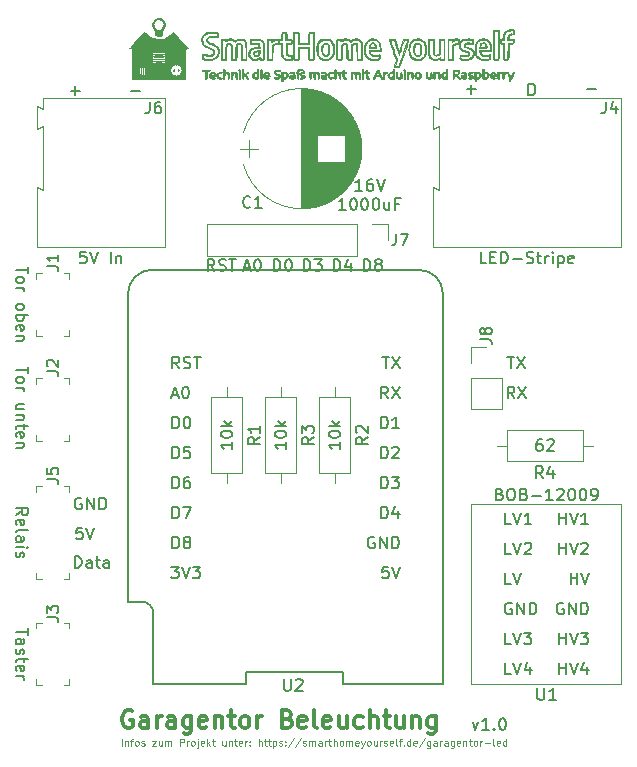
<source format=gbr>
G04 #@! TF.GenerationSoftware,KiCad,Pcbnew,9.0.1*
G04 #@! TF.CreationDate,2025-06-13T00:55:15+02:00*
G04 #@! TF.ProjectId,Garagentor_LEDs,47617261-6765-46e7-946f-725f4c454473,rev?*
G04 #@! TF.SameCoordinates,Original*
G04 #@! TF.FileFunction,Legend,Top*
G04 #@! TF.FilePolarity,Positive*
%FSLAX46Y46*%
G04 Gerber Fmt 4.6, Leading zero omitted, Abs format (unit mm)*
G04 Created by KiCad (PCBNEW 9.0.1) date 2025-06-13 00:55:15*
%MOMM*%
%LPD*%
G01*
G04 APERTURE LIST*
%ADD10C,0.150000*%
%ADD11C,0.100000*%
%ADD12C,0.300000*%
%ADD13C,0.010000*%
%ADD14C,0.120000*%
G04 APERTURE END LIST*
D10*
X181800523Y-74257819D02*
X181324333Y-74257819D01*
X181324333Y-74257819D02*
X181276714Y-74734009D01*
X181276714Y-74734009D02*
X181324333Y-74686390D01*
X181324333Y-74686390D02*
X181419571Y-74638771D01*
X181419571Y-74638771D02*
X181657666Y-74638771D01*
X181657666Y-74638771D02*
X181752904Y-74686390D01*
X181752904Y-74686390D02*
X181800523Y-74734009D01*
X181800523Y-74734009D02*
X181848142Y-74829247D01*
X181848142Y-74829247D02*
X181848142Y-75067342D01*
X181848142Y-75067342D02*
X181800523Y-75162580D01*
X181800523Y-75162580D02*
X181752904Y-75210200D01*
X181752904Y-75210200D02*
X181657666Y-75257819D01*
X181657666Y-75257819D02*
X181419571Y-75257819D01*
X181419571Y-75257819D02*
X181324333Y-75210200D01*
X181324333Y-75210200D02*
X181276714Y-75162580D01*
X182133857Y-74257819D02*
X182467190Y-75257819D01*
X182467190Y-75257819D02*
X182800523Y-74257819D01*
X181173619Y-77670819D02*
X181173619Y-76670819D01*
X181173619Y-76670819D02*
X181411714Y-76670819D01*
X181411714Y-76670819D02*
X181554571Y-76718438D01*
X181554571Y-76718438D02*
X181649809Y-76813676D01*
X181649809Y-76813676D02*
X181697428Y-76908914D01*
X181697428Y-76908914D02*
X181745047Y-77099390D01*
X181745047Y-77099390D02*
X181745047Y-77242247D01*
X181745047Y-77242247D02*
X181697428Y-77432723D01*
X181697428Y-77432723D02*
X181649809Y-77527961D01*
X181649809Y-77527961D02*
X181554571Y-77623200D01*
X181554571Y-77623200D02*
X181411714Y-77670819D01*
X181411714Y-77670819D02*
X181173619Y-77670819D01*
X182602190Y-77670819D02*
X182602190Y-77147009D01*
X182602190Y-77147009D02*
X182554571Y-77051771D01*
X182554571Y-77051771D02*
X182459333Y-77004152D01*
X182459333Y-77004152D02*
X182268857Y-77004152D01*
X182268857Y-77004152D02*
X182173619Y-77051771D01*
X182602190Y-77623200D02*
X182506952Y-77670819D01*
X182506952Y-77670819D02*
X182268857Y-77670819D01*
X182268857Y-77670819D02*
X182173619Y-77623200D01*
X182173619Y-77623200D02*
X182126000Y-77527961D01*
X182126000Y-77527961D02*
X182126000Y-77432723D01*
X182126000Y-77432723D02*
X182173619Y-77337485D01*
X182173619Y-77337485D02*
X182268857Y-77289866D01*
X182268857Y-77289866D02*
X182506952Y-77289866D01*
X182506952Y-77289866D02*
X182602190Y-77242247D01*
X182935524Y-77004152D02*
X183316476Y-77004152D01*
X183078381Y-76670819D02*
X183078381Y-77527961D01*
X183078381Y-77527961D02*
X183126000Y-77623200D01*
X183126000Y-77623200D02*
X183221238Y-77670819D01*
X183221238Y-77670819D02*
X183316476Y-77670819D01*
X184078381Y-77670819D02*
X184078381Y-77147009D01*
X184078381Y-77147009D02*
X184030762Y-77051771D01*
X184030762Y-77051771D02*
X183935524Y-77004152D01*
X183935524Y-77004152D02*
X183745048Y-77004152D01*
X183745048Y-77004152D02*
X183649810Y-77051771D01*
X184078381Y-77623200D02*
X183983143Y-77670819D01*
X183983143Y-77670819D02*
X183745048Y-77670819D01*
X183745048Y-77670819D02*
X183649810Y-77623200D01*
X183649810Y-77623200D02*
X183602191Y-77527961D01*
X183602191Y-77527961D02*
X183602191Y-77432723D01*
X183602191Y-77432723D02*
X183649810Y-77337485D01*
X183649810Y-77337485D02*
X183745048Y-77289866D01*
X183745048Y-77289866D02*
X183983143Y-77289866D01*
X183983143Y-77289866D02*
X184078381Y-77242247D01*
X181737095Y-71765438D02*
X181641857Y-71717819D01*
X181641857Y-71717819D02*
X181499000Y-71717819D01*
X181499000Y-71717819D02*
X181356143Y-71765438D01*
X181356143Y-71765438D02*
X181260905Y-71860676D01*
X181260905Y-71860676D02*
X181213286Y-71955914D01*
X181213286Y-71955914D02*
X181165667Y-72146390D01*
X181165667Y-72146390D02*
X181165667Y-72289247D01*
X181165667Y-72289247D02*
X181213286Y-72479723D01*
X181213286Y-72479723D02*
X181260905Y-72574961D01*
X181260905Y-72574961D02*
X181356143Y-72670200D01*
X181356143Y-72670200D02*
X181499000Y-72717819D01*
X181499000Y-72717819D02*
X181594238Y-72717819D01*
X181594238Y-72717819D02*
X181737095Y-72670200D01*
X181737095Y-72670200D02*
X181784714Y-72622580D01*
X181784714Y-72622580D02*
X181784714Y-72289247D01*
X181784714Y-72289247D02*
X181594238Y-72289247D01*
X182213286Y-72717819D02*
X182213286Y-71717819D01*
X182213286Y-71717819D02*
X182784714Y-72717819D01*
X182784714Y-72717819D02*
X182784714Y-71717819D01*
X183260905Y-72717819D02*
X183260905Y-71717819D01*
X183260905Y-71717819D02*
X183499000Y-71717819D01*
X183499000Y-71717819D02*
X183641857Y-71765438D01*
X183641857Y-71765438D02*
X183737095Y-71860676D01*
X183737095Y-71860676D02*
X183784714Y-71955914D01*
X183784714Y-71955914D02*
X183832333Y-72146390D01*
X183832333Y-72146390D02*
X183832333Y-72289247D01*
X183832333Y-72289247D02*
X183784714Y-72479723D01*
X183784714Y-72479723D02*
X183737095Y-72574961D01*
X183737095Y-72574961D02*
X183641857Y-72670200D01*
X183641857Y-72670200D02*
X183499000Y-72717819D01*
X183499000Y-72717819D02*
X183260905Y-72717819D01*
X219575095Y-37665819D02*
X219575095Y-36665819D01*
X219575095Y-36665819D02*
X219813190Y-36665819D01*
X219813190Y-36665819D02*
X219956047Y-36713438D01*
X219956047Y-36713438D02*
X220051285Y-36808676D01*
X220051285Y-36808676D02*
X220098904Y-36903914D01*
X220098904Y-36903914D02*
X220146523Y-37094390D01*
X220146523Y-37094390D02*
X220146523Y-37237247D01*
X220146523Y-37237247D02*
X220098904Y-37427723D01*
X220098904Y-37427723D02*
X220051285Y-37522961D01*
X220051285Y-37522961D02*
X219956047Y-37618200D01*
X219956047Y-37618200D02*
X219813190Y-37665819D01*
X219813190Y-37665819D02*
X219575095Y-37665819D01*
X224536048Y-37157866D02*
X225297953Y-37157866D01*
X214376048Y-37157866D02*
X215137953Y-37157866D01*
X214757000Y-37538819D02*
X214757000Y-36776914D01*
X185928048Y-37284866D02*
X186689953Y-37284866D01*
X180848048Y-37284866D02*
X181609953Y-37284866D01*
X181229000Y-37665819D02*
X181229000Y-36903914D01*
X218400333Y-63319819D02*
X218067000Y-62843628D01*
X217828905Y-63319819D02*
X217828905Y-62319819D01*
X217828905Y-62319819D02*
X218209857Y-62319819D01*
X218209857Y-62319819D02*
X218305095Y-62367438D01*
X218305095Y-62367438D02*
X218352714Y-62415057D01*
X218352714Y-62415057D02*
X218400333Y-62510295D01*
X218400333Y-62510295D02*
X218400333Y-62653152D01*
X218400333Y-62653152D02*
X218352714Y-62748390D01*
X218352714Y-62748390D02*
X218305095Y-62796009D01*
X218305095Y-62796009D02*
X218209857Y-62843628D01*
X218209857Y-62843628D02*
X217828905Y-62843628D01*
X218733667Y-62319819D02*
X219400333Y-63319819D01*
X219400333Y-62319819D02*
X218733667Y-63319819D01*
X217805095Y-59779819D02*
X218376523Y-59779819D01*
X218090809Y-60779819D02*
X218090809Y-59779819D01*
X218614619Y-59779819D02*
X219281285Y-60779819D01*
X219281285Y-59779819D02*
X218614619Y-60779819D01*
X205636905Y-52524819D02*
X205636905Y-51524819D01*
X205636905Y-51524819D02*
X205875000Y-51524819D01*
X205875000Y-51524819D02*
X206017857Y-51572438D01*
X206017857Y-51572438D02*
X206113095Y-51667676D01*
X206113095Y-51667676D02*
X206160714Y-51762914D01*
X206160714Y-51762914D02*
X206208333Y-51953390D01*
X206208333Y-51953390D02*
X206208333Y-52096247D01*
X206208333Y-52096247D02*
X206160714Y-52286723D01*
X206160714Y-52286723D02*
X206113095Y-52381961D01*
X206113095Y-52381961D02*
X206017857Y-52477200D01*
X206017857Y-52477200D02*
X205875000Y-52524819D01*
X205875000Y-52524819D02*
X205636905Y-52524819D01*
X206779762Y-51953390D02*
X206684524Y-51905771D01*
X206684524Y-51905771D02*
X206636905Y-51858152D01*
X206636905Y-51858152D02*
X206589286Y-51762914D01*
X206589286Y-51762914D02*
X206589286Y-51715295D01*
X206589286Y-51715295D02*
X206636905Y-51620057D01*
X206636905Y-51620057D02*
X206684524Y-51572438D01*
X206684524Y-51572438D02*
X206779762Y-51524819D01*
X206779762Y-51524819D02*
X206970238Y-51524819D01*
X206970238Y-51524819D02*
X207065476Y-51572438D01*
X207065476Y-51572438D02*
X207113095Y-51620057D01*
X207113095Y-51620057D02*
X207160714Y-51715295D01*
X207160714Y-51715295D02*
X207160714Y-51762914D01*
X207160714Y-51762914D02*
X207113095Y-51858152D01*
X207113095Y-51858152D02*
X207065476Y-51905771D01*
X207065476Y-51905771D02*
X206970238Y-51953390D01*
X206970238Y-51953390D02*
X206779762Y-51953390D01*
X206779762Y-51953390D02*
X206684524Y-52001009D01*
X206684524Y-52001009D02*
X206636905Y-52048628D01*
X206636905Y-52048628D02*
X206589286Y-52143866D01*
X206589286Y-52143866D02*
X206589286Y-52334342D01*
X206589286Y-52334342D02*
X206636905Y-52429580D01*
X206636905Y-52429580D02*
X206684524Y-52477200D01*
X206684524Y-52477200D02*
X206779762Y-52524819D01*
X206779762Y-52524819D02*
X206970238Y-52524819D01*
X206970238Y-52524819D02*
X207065476Y-52477200D01*
X207065476Y-52477200D02*
X207113095Y-52429580D01*
X207113095Y-52429580D02*
X207160714Y-52334342D01*
X207160714Y-52334342D02*
X207160714Y-52143866D01*
X207160714Y-52143866D02*
X207113095Y-52048628D01*
X207113095Y-52048628D02*
X207065476Y-52001009D01*
X207065476Y-52001009D02*
X206970238Y-51953390D01*
X203096905Y-52524819D02*
X203096905Y-51524819D01*
X203096905Y-51524819D02*
X203335000Y-51524819D01*
X203335000Y-51524819D02*
X203477857Y-51572438D01*
X203477857Y-51572438D02*
X203573095Y-51667676D01*
X203573095Y-51667676D02*
X203620714Y-51762914D01*
X203620714Y-51762914D02*
X203668333Y-51953390D01*
X203668333Y-51953390D02*
X203668333Y-52096247D01*
X203668333Y-52096247D02*
X203620714Y-52286723D01*
X203620714Y-52286723D02*
X203573095Y-52381961D01*
X203573095Y-52381961D02*
X203477857Y-52477200D01*
X203477857Y-52477200D02*
X203335000Y-52524819D01*
X203335000Y-52524819D02*
X203096905Y-52524819D01*
X204525476Y-51858152D02*
X204525476Y-52524819D01*
X204287381Y-51477200D02*
X204049286Y-52191485D01*
X204049286Y-52191485D02*
X204668333Y-52191485D01*
X200556905Y-52524819D02*
X200556905Y-51524819D01*
X200556905Y-51524819D02*
X200795000Y-51524819D01*
X200795000Y-51524819D02*
X200937857Y-51572438D01*
X200937857Y-51572438D02*
X201033095Y-51667676D01*
X201033095Y-51667676D02*
X201080714Y-51762914D01*
X201080714Y-51762914D02*
X201128333Y-51953390D01*
X201128333Y-51953390D02*
X201128333Y-52096247D01*
X201128333Y-52096247D02*
X201080714Y-52286723D01*
X201080714Y-52286723D02*
X201033095Y-52381961D01*
X201033095Y-52381961D02*
X200937857Y-52477200D01*
X200937857Y-52477200D02*
X200795000Y-52524819D01*
X200795000Y-52524819D02*
X200556905Y-52524819D01*
X201461667Y-51524819D02*
X202080714Y-51524819D01*
X202080714Y-51524819D02*
X201747381Y-51905771D01*
X201747381Y-51905771D02*
X201890238Y-51905771D01*
X201890238Y-51905771D02*
X201985476Y-51953390D01*
X201985476Y-51953390D02*
X202033095Y-52001009D01*
X202033095Y-52001009D02*
X202080714Y-52096247D01*
X202080714Y-52096247D02*
X202080714Y-52334342D01*
X202080714Y-52334342D02*
X202033095Y-52429580D01*
X202033095Y-52429580D02*
X201985476Y-52477200D01*
X201985476Y-52477200D02*
X201890238Y-52524819D01*
X201890238Y-52524819D02*
X201604524Y-52524819D01*
X201604524Y-52524819D02*
X201509286Y-52477200D01*
X201509286Y-52477200D02*
X201461667Y-52429580D01*
X198016905Y-52524819D02*
X198016905Y-51524819D01*
X198016905Y-51524819D02*
X198255000Y-51524819D01*
X198255000Y-51524819D02*
X198397857Y-51572438D01*
X198397857Y-51572438D02*
X198493095Y-51667676D01*
X198493095Y-51667676D02*
X198540714Y-51762914D01*
X198540714Y-51762914D02*
X198588333Y-51953390D01*
X198588333Y-51953390D02*
X198588333Y-52096247D01*
X198588333Y-52096247D02*
X198540714Y-52286723D01*
X198540714Y-52286723D02*
X198493095Y-52381961D01*
X198493095Y-52381961D02*
X198397857Y-52477200D01*
X198397857Y-52477200D02*
X198255000Y-52524819D01*
X198255000Y-52524819D02*
X198016905Y-52524819D01*
X199207381Y-51524819D02*
X199302619Y-51524819D01*
X199302619Y-51524819D02*
X199397857Y-51572438D01*
X199397857Y-51572438D02*
X199445476Y-51620057D01*
X199445476Y-51620057D02*
X199493095Y-51715295D01*
X199493095Y-51715295D02*
X199540714Y-51905771D01*
X199540714Y-51905771D02*
X199540714Y-52143866D01*
X199540714Y-52143866D02*
X199493095Y-52334342D01*
X199493095Y-52334342D02*
X199445476Y-52429580D01*
X199445476Y-52429580D02*
X199397857Y-52477200D01*
X199397857Y-52477200D02*
X199302619Y-52524819D01*
X199302619Y-52524819D02*
X199207381Y-52524819D01*
X199207381Y-52524819D02*
X199112143Y-52477200D01*
X199112143Y-52477200D02*
X199064524Y-52429580D01*
X199064524Y-52429580D02*
X199016905Y-52334342D01*
X199016905Y-52334342D02*
X198969286Y-52143866D01*
X198969286Y-52143866D02*
X198969286Y-51905771D01*
X198969286Y-51905771D02*
X199016905Y-51715295D01*
X199016905Y-51715295D02*
X199064524Y-51620057D01*
X199064524Y-51620057D02*
X199112143Y-51572438D01*
X199112143Y-51572438D02*
X199207381Y-51524819D01*
X195500714Y-52239104D02*
X195976904Y-52239104D01*
X195405476Y-52524819D02*
X195738809Y-51524819D01*
X195738809Y-51524819D02*
X196072142Y-52524819D01*
X196595952Y-51524819D02*
X196691190Y-51524819D01*
X196691190Y-51524819D02*
X196786428Y-51572438D01*
X196786428Y-51572438D02*
X196834047Y-51620057D01*
X196834047Y-51620057D02*
X196881666Y-51715295D01*
X196881666Y-51715295D02*
X196929285Y-51905771D01*
X196929285Y-51905771D02*
X196929285Y-52143866D01*
X196929285Y-52143866D02*
X196881666Y-52334342D01*
X196881666Y-52334342D02*
X196834047Y-52429580D01*
X196834047Y-52429580D02*
X196786428Y-52477200D01*
X196786428Y-52477200D02*
X196691190Y-52524819D01*
X196691190Y-52524819D02*
X196595952Y-52524819D01*
X196595952Y-52524819D02*
X196500714Y-52477200D01*
X196500714Y-52477200D02*
X196453095Y-52429580D01*
X196453095Y-52429580D02*
X196405476Y-52334342D01*
X196405476Y-52334342D02*
X196357857Y-52143866D01*
X196357857Y-52143866D02*
X196357857Y-51905771D01*
X196357857Y-51905771D02*
X196405476Y-51715295D01*
X196405476Y-51715295D02*
X196453095Y-51620057D01*
X196453095Y-51620057D02*
X196500714Y-51572438D01*
X196500714Y-51572438D02*
X196595952Y-51524819D01*
X193000380Y-52524819D02*
X192667047Y-52048628D01*
X192428952Y-52524819D02*
X192428952Y-51524819D01*
X192428952Y-51524819D02*
X192809904Y-51524819D01*
X192809904Y-51524819D02*
X192905142Y-51572438D01*
X192905142Y-51572438D02*
X192952761Y-51620057D01*
X192952761Y-51620057D02*
X193000380Y-51715295D01*
X193000380Y-51715295D02*
X193000380Y-51858152D01*
X193000380Y-51858152D02*
X192952761Y-51953390D01*
X192952761Y-51953390D02*
X192905142Y-52001009D01*
X192905142Y-52001009D02*
X192809904Y-52048628D01*
X192809904Y-52048628D02*
X192428952Y-52048628D01*
X193381333Y-52477200D02*
X193524190Y-52524819D01*
X193524190Y-52524819D02*
X193762285Y-52524819D01*
X193762285Y-52524819D02*
X193857523Y-52477200D01*
X193857523Y-52477200D02*
X193905142Y-52429580D01*
X193905142Y-52429580D02*
X193952761Y-52334342D01*
X193952761Y-52334342D02*
X193952761Y-52239104D01*
X193952761Y-52239104D02*
X193905142Y-52143866D01*
X193905142Y-52143866D02*
X193857523Y-52096247D01*
X193857523Y-52096247D02*
X193762285Y-52048628D01*
X193762285Y-52048628D02*
X193571809Y-52001009D01*
X193571809Y-52001009D02*
X193476571Y-51953390D01*
X193476571Y-51953390D02*
X193428952Y-51905771D01*
X193428952Y-51905771D02*
X193381333Y-51810533D01*
X193381333Y-51810533D02*
X193381333Y-51715295D01*
X193381333Y-51715295D02*
X193428952Y-51620057D01*
X193428952Y-51620057D02*
X193476571Y-51572438D01*
X193476571Y-51572438D02*
X193571809Y-51524819D01*
X193571809Y-51524819D02*
X193809904Y-51524819D01*
X193809904Y-51524819D02*
X193952761Y-51572438D01*
X194238476Y-51524819D02*
X194809904Y-51524819D01*
X194524190Y-52524819D02*
X194524190Y-51524819D01*
X207721077Y-77559819D02*
X207244887Y-77559819D01*
X207244887Y-77559819D02*
X207197268Y-78036009D01*
X207197268Y-78036009D02*
X207244887Y-77988390D01*
X207244887Y-77988390D02*
X207340125Y-77940771D01*
X207340125Y-77940771D02*
X207578220Y-77940771D01*
X207578220Y-77940771D02*
X207673458Y-77988390D01*
X207673458Y-77988390D02*
X207721077Y-78036009D01*
X207721077Y-78036009D02*
X207768696Y-78131247D01*
X207768696Y-78131247D02*
X207768696Y-78369342D01*
X207768696Y-78369342D02*
X207721077Y-78464580D01*
X207721077Y-78464580D02*
X207673458Y-78512200D01*
X207673458Y-78512200D02*
X207578220Y-78559819D01*
X207578220Y-78559819D02*
X207340125Y-78559819D01*
X207340125Y-78559819D02*
X207244887Y-78512200D01*
X207244887Y-78512200D02*
X207197268Y-78464580D01*
X208054411Y-77559819D02*
X208387744Y-78559819D01*
X208387744Y-78559819D02*
X208721077Y-77559819D01*
X206530601Y-75067438D02*
X206435363Y-75019819D01*
X206435363Y-75019819D02*
X206292506Y-75019819D01*
X206292506Y-75019819D02*
X206149649Y-75067438D01*
X206149649Y-75067438D02*
X206054411Y-75162676D01*
X206054411Y-75162676D02*
X206006792Y-75257914D01*
X206006792Y-75257914D02*
X205959173Y-75448390D01*
X205959173Y-75448390D02*
X205959173Y-75591247D01*
X205959173Y-75591247D02*
X206006792Y-75781723D01*
X206006792Y-75781723D02*
X206054411Y-75876961D01*
X206054411Y-75876961D02*
X206149649Y-75972200D01*
X206149649Y-75972200D02*
X206292506Y-76019819D01*
X206292506Y-76019819D02*
X206387744Y-76019819D01*
X206387744Y-76019819D02*
X206530601Y-75972200D01*
X206530601Y-75972200D02*
X206578220Y-75924580D01*
X206578220Y-75924580D02*
X206578220Y-75591247D01*
X206578220Y-75591247D02*
X206387744Y-75591247D01*
X207006792Y-76019819D02*
X207006792Y-75019819D01*
X207006792Y-75019819D02*
X207578220Y-76019819D01*
X207578220Y-76019819D02*
X207578220Y-75019819D01*
X208054411Y-76019819D02*
X208054411Y-75019819D01*
X208054411Y-75019819D02*
X208292506Y-75019819D01*
X208292506Y-75019819D02*
X208435363Y-75067438D01*
X208435363Y-75067438D02*
X208530601Y-75162676D01*
X208530601Y-75162676D02*
X208578220Y-75257914D01*
X208578220Y-75257914D02*
X208625839Y-75448390D01*
X208625839Y-75448390D02*
X208625839Y-75591247D01*
X208625839Y-75591247D02*
X208578220Y-75781723D01*
X208578220Y-75781723D02*
X208530601Y-75876961D01*
X208530601Y-75876961D02*
X208435363Y-75972200D01*
X208435363Y-75972200D02*
X208292506Y-76019819D01*
X208292506Y-76019819D02*
X208054411Y-76019819D01*
X207102030Y-73479819D02*
X207102030Y-72479819D01*
X207102030Y-72479819D02*
X207340125Y-72479819D01*
X207340125Y-72479819D02*
X207482982Y-72527438D01*
X207482982Y-72527438D02*
X207578220Y-72622676D01*
X207578220Y-72622676D02*
X207625839Y-72717914D01*
X207625839Y-72717914D02*
X207673458Y-72908390D01*
X207673458Y-72908390D02*
X207673458Y-73051247D01*
X207673458Y-73051247D02*
X207625839Y-73241723D01*
X207625839Y-73241723D02*
X207578220Y-73336961D01*
X207578220Y-73336961D02*
X207482982Y-73432200D01*
X207482982Y-73432200D02*
X207340125Y-73479819D01*
X207340125Y-73479819D02*
X207102030Y-73479819D01*
X208530601Y-72813152D02*
X208530601Y-73479819D01*
X208292506Y-72432200D02*
X208054411Y-73146485D01*
X208054411Y-73146485D02*
X208673458Y-73146485D01*
X207102030Y-70939819D02*
X207102030Y-69939819D01*
X207102030Y-69939819D02*
X207340125Y-69939819D01*
X207340125Y-69939819D02*
X207482982Y-69987438D01*
X207482982Y-69987438D02*
X207578220Y-70082676D01*
X207578220Y-70082676D02*
X207625839Y-70177914D01*
X207625839Y-70177914D02*
X207673458Y-70368390D01*
X207673458Y-70368390D02*
X207673458Y-70511247D01*
X207673458Y-70511247D02*
X207625839Y-70701723D01*
X207625839Y-70701723D02*
X207578220Y-70796961D01*
X207578220Y-70796961D02*
X207482982Y-70892200D01*
X207482982Y-70892200D02*
X207340125Y-70939819D01*
X207340125Y-70939819D02*
X207102030Y-70939819D01*
X208006792Y-69939819D02*
X208625839Y-69939819D01*
X208625839Y-69939819D02*
X208292506Y-70320771D01*
X208292506Y-70320771D02*
X208435363Y-70320771D01*
X208435363Y-70320771D02*
X208530601Y-70368390D01*
X208530601Y-70368390D02*
X208578220Y-70416009D01*
X208578220Y-70416009D02*
X208625839Y-70511247D01*
X208625839Y-70511247D02*
X208625839Y-70749342D01*
X208625839Y-70749342D02*
X208578220Y-70844580D01*
X208578220Y-70844580D02*
X208530601Y-70892200D01*
X208530601Y-70892200D02*
X208435363Y-70939819D01*
X208435363Y-70939819D02*
X208149649Y-70939819D01*
X208149649Y-70939819D02*
X208054411Y-70892200D01*
X208054411Y-70892200D02*
X208006792Y-70844580D01*
X207102030Y-68399819D02*
X207102030Y-67399819D01*
X207102030Y-67399819D02*
X207340125Y-67399819D01*
X207340125Y-67399819D02*
X207482982Y-67447438D01*
X207482982Y-67447438D02*
X207578220Y-67542676D01*
X207578220Y-67542676D02*
X207625839Y-67637914D01*
X207625839Y-67637914D02*
X207673458Y-67828390D01*
X207673458Y-67828390D02*
X207673458Y-67971247D01*
X207673458Y-67971247D02*
X207625839Y-68161723D01*
X207625839Y-68161723D02*
X207578220Y-68256961D01*
X207578220Y-68256961D02*
X207482982Y-68352200D01*
X207482982Y-68352200D02*
X207340125Y-68399819D01*
X207340125Y-68399819D02*
X207102030Y-68399819D01*
X208054411Y-67495057D02*
X208102030Y-67447438D01*
X208102030Y-67447438D02*
X208197268Y-67399819D01*
X208197268Y-67399819D02*
X208435363Y-67399819D01*
X208435363Y-67399819D02*
X208530601Y-67447438D01*
X208530601Y-67447438D02*
X208578220Y-67495057D01*
X208578220Y-67495057D02*
X208625839Y-67590295D01*
X208625839Y-67590295D02*
X208625839Y-67685533D01*
X208625839Y-67685533D02*
X208578220Y-67828390D01*
X208578220Y-67828390D02*
X208006792Y-68399819D01*
X208006792Y-68399819D02*
X208625839Y-68399819D01*
X207102030Y-65859819D02*
X207102030Y-64859819D01*
X207102030Y-64859819D02*
X207340125Y-64859819D01*
X207340125Y-64859819D02*
X207482982Y-64907438D01*
X207482982Y-64907438D02*
X207578220Y-65002676D01*
X207578220Y-65002676D02*
X207625839Y-65097914D01*
X207625839Y-65097914D02*
X207673458Y-65288390D01*
X207673458Y-65288390D02*
X207673458Y-65431247D01*
X207673458Y-65431247D02*
X207625839Y-65621723D01*
X207625839Y-65621723D02*
X207578220Y-65716961D01*
X207578220Y-65716961D02*
X207482982Y-65812200D01*
X207482982Y-65812200D02*
X207340125Y-65859819D01*
X207340125Y-65859819D02*
X207102030Y-65859819D01*
X208625839Y-65859819D02*
X208054411Y-65859819D01*
X208340125Y-65859819D02*
X208340125Y-64859819D01*
X208340125Y-64859819D02*
X208244887Y-65002676D01*
X208244887Y-65002676D02*
X208149649Y-65097914D01*
X208149649Y-65097914D02*
X208054411Y-65145533D01*
X207673458Y-63319819D02*
X207340125Y-62843628D01*
X207102030Y-63319819D02*
X207102030Y-62319819D01*
X207102030Y-62319819D02*
X207482982Y-62319819D01*
X207482982Y-62319819D02*
X207578220Y-62367438D01*
X207578220Y-62367438D02*
X207625839Y-62415057D01*
X207625839Y-62415057D02*
X207673458Y-62510295D01*
X207673458Y-62510295D02*
X207673458Y-62653152D01*
X207673458Y-62653152D02*
X207625839Y-62748390D01*
X207625839Y-62748390D02*
X207578220Y-62796009D01*
X207578220Y-62796009D02*
X207482982Y-62843628D01*
X207482982Y-62843628D02*
X207102030Y-62843628D01*
X208006792Y-62319819D02*
X208673458Y-63319819D01*
X208673458Y-62319819D02*
X208006792Y-63319819D01*
X207197268Y-59779819D02*
X207768696Y-59779819D01*
X207482982Y-60779819D02*
X207482982Y-59779819D01*
X208006792Y-59779819D02*
X208673458Y-60779819D01*
X208673458Y-59779819D02*
X208006792Y-60779819D01*
X189344541Y-77559819D02*
X189963588Y-77559819D01*
X189963588Y-77559819D02*
X189630255Y-77940771D01*
X189630255Y-77940771D02*
X189773112Y-77940771D01*
X189773112Y-77940771D02*
X189868350Y-77988390D01*
X189868350Y-77988390D02*
X189915969Y-78036009D01*
X189915969Y-78036009D02*
X189963588Y-78131247D01*
X189963588Y-78131247D02*
X189963588Y-78369342D01*
X189963588Y-78369342D02*
X189915969Y-78464580D01*
X189915969Y-78464580D02*
X189868350Y-78512200D01*
X189868350Y-78512200D02*
X189773112Y-78559819D01*
X189773112Y-78559819D02*
X189487398Y-78559819D01*
X189487398Y-78559819D02*
X189392160Y-78512200D01*
X189392160Y-78512200D02*
X189344541Y-78464580D01*
X190249303Y-77559819D02*
X190582636Y-78559819D01*
X190582636Y-78559819D02*
X190915969Y-77559819D01*
X191154065Y-77559819D02*
X191773112Y-77559819D01*
X191773112Y-77559819D02*
X191439779Y-77940771D01*
X191439779Y-77940771D02*
X191582636Y-77940771D01*
X191582636Y-77940771D02*
X191677874Y-77988390D01*
X191677874Y-77988390D02*
X191725493Y-78036009D01*
X191725493Y-78036009D02*
X191773112Y-78131247D01*
X191773112Y-78131247D02*
X191773112Y-78369342D01*
X191773112Y-78369342D02*
X191725493Y-78464580D01*
X191725493Y-78464580D02*
X191677874Y-78512200D01*
X191677874Y-78512200D02*
X191582636Y-78559819D01*
X191582636Y-78559819D02*
X191296922Y-78559819D01*
X191296922Y-78559819D02*
X191201684Y-78512200D01*
X191201684Y-78512200D02*
X191154065Y-78464580D01*
X189439779Y-76019819D02*
X189439779Y-75019819D01*
X189439779Y-75019819D02*
X189677874Y-75019819D01*
X189677874Y-75019819D02*
X189820731Y-75067438D01*
X189820731Y-75067438D02*
X189915969Y-75162676D01*
X189915969Y-75162676D02*
X189963588Y-75257914D01*
X189963588Y-75257914D02*
X190011207Y-75448390D01*
X190011207Y-75448390D02*
X190011207Y-75591247D01*
X190011207Y-75591247D02*
X189963588Y-75781723D01*
X189963588Y-75781723D02*
X189915969Y-75876961D01*
X189915969Y-75876961D02*
X189820731Y-75972200D01*
X189820731Y-75972200D02*
X189677874Y-76019819D01*
X189677874Y-76019819D02*
X189439779Y-76019819D01*
X190582636Y-75448390D02*
X190487398Y-75400771D01*
X190487398Y-75400771D02*
X190439779Y-75353152D01*
X190439779Y-75353152D02*
X190392160Y-75257914D01*
X190392160Y-75257914D02*
X190392160Y-75210295D01*
X190392160Y-75210295D02*
X190439779Y-75115057D01*
X190439779Y-75115057D02*
X190487398Y-75067438D01*
X190487398Y-75067438D02*
X190582636Y-75019819D01*
X190582636Y-75019819D02*
X190773112Y-75019819D01*
X190773112Y-75019819D02*
X190868350Y-75067438D01*
X190868350Y-75067438D02*
X190915969Y-75115057D01*
X190915969Y-75115057D02*
X190963588Y-75210295D01*
X190963588Y-75210295D02*
X190963588Y-75257914D01*
X190963588Y-75257914D02*
X190915969Y-75353152D01*
X190915969Y-75353152D02*
X190868350Y-75400771D01*
X190868350Y-75400771D02*
X190773112Y-75448390D01*
X190773112Y-75448390D02*
X190582636Y-75448390D01*
X190582636Y-75448390D02*
X190487398Y-75496009D01*
X190487398Y-75496009D02*
X190439779Y-75543628D01*
X190439779Y-75543628D02*
X190392160Y-75638866D01*
X190392160Y-75638866D02*
X190392160Y-75829342D01*
X190392160Y-75829342D02*
X190439779Y-75924580D01*
X190439779Y-75924580D02*
X190487398Y-75972200D01*
X190487398Y-75972200D02*
X190582636Y-76019819D01*
X190582636Y-76019819D02*
X190773112Y-76019819D01*
X190773112Y-76019819D02*
X190868350Y-75972200D01*
X190868350Y-75972200D02*
X190915969Y-75924580D01*
X190915969Y-75924580D02*
X190963588Y-75829342D01*
X190963588Y-75829342D02*
X190963588Y-75638866D01*
X190963588Y-75638866D02*
X190915969Y-75543628D01*
X190915969Y-75543628D02*
X190868350Y-75496009D01*
X190868350Y-75496009D02*
X190773112Y-75448390D01*
X189439779Y-73479819D02*
X189439779Y-72479819D01*
X189439779Y-72479819D02*
X189677874Y-72479819D01*
X189677874Y-72479819D02*
X189820731Y-72527438D01*
X189820731Y-72527438D02*
X189915969Y-72622676D01*
X189915969Y-72622676D02*
X189963588Y-72717914D01*
X189963588Y-72717914D02*
X190011207Y-72908390D01*
X190011207Y-72908390D02*
X190011207Y-73051247D01*
X190011207Y-73051247D02*
X189963588Y-73241723D01*
X189963588Y-73241723D02*
X189915969Y-73336961D01*
X189915969Y-73336961D02*
X189820731Y-73432200D01*
X189820731Y-73432200D02*
X189677874Y-73479819D01*
X189677874Y-73479819D02*
X189439779Y-73479819D01*
X190344541Y-72479819D02*
X191011207Y-72479819D01*
X191011207Y-72479819D02*
X190582636Y-73479819D01*
X189439779Y-70939819D02*
X189439779Y-69939819D01*
X189439779Y-69939819D02*
X189677874Y-69939819D01*
X189677874Y-69939819D02*
X189820731Y-69987438D01*
X189820731Y-69987438D02*
X189915969Y-70082676D01*
X189915969Y-70082676D02*
X189963588Y-70177914D01*
X189963588Y-70177914D02*
X190011207Y-70368390D01*
X190011207Y-70368390D02*
X190011207Y-70511247D01*
X190011207Y-70511247D02*
X189963588Y-70701723D01*
X189963588Y-70701723D02*
X189915969Y-70796961D01*
X189915969Y-70796961D02*
X189820731Y-70892200D01*
X189820731Y-70892200D02*
X189677874Y-70939819D01*
X189677874Y-70939819D02*
X189439779Y-70939819D01*
X190868350Y-69939819D02*
X190677874Y-69939819D01*
X190677874Y-69939819D02*
X190582636Y-69987438D01*
X190582636Y-69987438D02*
X190535017Y-70035057D01*
X190535017Y-70035057D02*
X190439779Y-70177914D01*
X190439779Y-70177914D02*
X190392160Y-70368390D01*
X190392160Y-70368390D02*
X190392160Y-70749342D01*
X190392160Y-70749342D02*
X190439779Y-70844580D01*
X190439779Y-70844580D02*
X190487398Y-70892200D01*
X190487398Y-70892200D02*
X190582636Y-70939819D01*
X190582636Y-70939819D02*
X190773112Y-70939819D01*
X190773112Y-70939819D02*
X190868350Y-70892200D01*
X190868350Y-70892200D02*
X190915969Y-70844580D01*
X190915969Y-70844580D02*
X190963588Y-70749342D01*
X190963588Y-70749342D02*
X190963588Y-70511247D01*
X190963588Y-70511247D02*
X190915969Y-70416009D01*
X190915969Y-70416009D02*
X190868350Y-70368390D01*
X190868350Y-70368390D02*
X190773112Y-70320771D01*
X190773112Y-70320771D02*
X190582636Y-70320771D01*
X190582636Y-70320771D02*
X190487398Y-70368390D01*
X190487398Y-70368390D02*
X190439779Y-70416009D01*
X190439779Y-70416009D02*
X190392160Y-70511247D01*
X189439779Y-68399819D02*
X189439779Y-67399819D01*
X189439779Y-67399819D02*
X189677874Y-67399819D01*
X189677874Y-67399819D02*
X189820731Y-67447438D01*
X189820731Y-67447438D02*
X189915969Y-67542676D01*
X189915969Y-67542676D02*
X189963588Y-67637914D01*
X189963588Y-67637914D02*
X190011207Y-67828390D01*
X190011207Y-67828390D02*
X190011207Y-67971247D01*
X190011207Y-67971247D02*
X189963588Y-68161723D01*
X189963588Y-68161723D02*
X189915969Y-68256961D01*
X189915969Y-68256961D02*
X189820731Y-68352200D01*
X189820731Y-68352200D02*
X189677874Y-68399819D01*
X189677874Y-68399819D02*
X189439779Y-68399819D01*
X190915969Y-67399819D02*
X190439779Y-67399819D01*
X190439779Y-67399819D02*
X190392160Y-67876009D01*
X190392160Y-67876009D02*
X190439779Y-67828390D01*
X190439779Y-67828390D02*
X190535017Y-67780771D01*
X190535017Y-67780771D02*
X190773112Y-67780771D01*
X190773112Y-67780771D02*
X190868350Y-67828390D01*
X190868350Y-67828390D02*
X190915969Y-67876009D01*
X190915969Y-67876009D02*
X190963588Y-67971247D01*
X190963588Y-67971247D02*
X190963588Y-68209342D01*
X190963588Y-68209342D02*
X190915969Y-68304580D01*
X190915969Y-68304580D02*
X190868350Y-68352200D01*
X190868350Y-68352200D02*
X190773112Y-68399819D01*
X190773112Y-68399819D02*
X190535017Y-68399819D01*
X190535017Y-68399819D02*
X190439779Y-68352200D01*
X190439779Y-68352200D02*
X190392160Y-68304580D01*
X189439779Y-65859819D02*
X189439779Y-64859819D01*
X189439779Y-64859819D02*
X189677874Y-64859819D01*
X189677874Y-64859819D02*
X189820731Y-64907438D01*
X189820731Y-64907438D02*
X189915969Y-65002676D01*
X189915969Y-65002676D02*
X189963588Y-65097914D01*
X189963588Y-65097914D02*
X190011207Y-65288390D01*
X190011207Y-65288390D02*
X190011207Y-65431247D01*
X190011207Y-65431247D02*
X189963588Y-65621723D01*
X189963588Y-65621723D02*
X189915969Y-65716961D01*
X189915969Y-65716961D02*
X189820731Y-65812200D01*
X189820731Y-65812200D02*
X189677874Y-65859819D01*
X189677874Y-65859819D02*
X189439779Y-65859819D01*
X190630255Y-64859819D02*
X190725493Y-64859819D01*
X190725493Y-64859819D02*
X190820731Y-64907438D01*
X190820731Y-64907438D02*
X190868350Y-64955057D01*
X190868350Y-64955057D02*
X190915969Y-65050295D01*
X190915969Y-65050295D02*
X190963588Y-65240771D01*
X190963588Y-65240771D02*
X190963588Y-65478866D01*
X190963588Y-65478866D02*
X190915969Y-65669342D01*
X190915969Y-65669342D02*
X190868350Y-65764580D01*
X190868350Y-65764580D02*
X190820731Y-65812200D01*
X190820731Y-65812200D02*
X190725493Y-65859819D01*
X190725493Y-65859819D02*
X190630255Y-65859819D01*
X190630255Y-65859819D02*
X190535017Y-65812200D01*
X190535017Y-65812200D02*
X190487398Y-65764580D01*
X190487398Y-65764580D02*
X190439779Y-65669342D01*
X190439779Y-65669342D02*
X190392160Y-65478866D01*
X190392160Y-65478866D02*
X190392160Y-65240771D01*
X190392160Y-65240771D02*
X190439779Y-65050295D01*
X190439779Y-65050295D02*
X190487398Y-64955057D01*
X190487398Y-64955057D02*
X190535017Y-64907438D01*
X190535017Y-64907438D02*
X190630255Y-64859819D01*
X189392160Y-63034104D02*
X189868350Y-63034104D01*
X189296922Y-63319819D02*
X189630255Y-62319819D01*
X189630255Y-62319819D02*
X189963588Y-63319819D01*
X190487398Y-62319819D02*
X190582636Y-62319819D01*
X190582636Y-62319819D02*
X190677874Y-62367438D01*
X190677874Y-62367438D02*
X190725493Y-62415057D01*
X190725493Y-62415057D02*
X190773112Y-62510295D01*
X190773112Y-62510295D02*
X190820731Y-62700771D01*
X190820731Y-62700771D02*
X190820731Y-62938866D01*
X190820731Y-62938866D02*
X190773112Y-63129342D01*
X190773112Y-63129342D02*
X190725493Y-63224580D01*
X190725493Y-63224580D02*
X190677874Y-63272200D01*
X190677874Y-63272200D02*
X190582636Y-63319819D01*
X190582636Y-63319819D02*
X190487398Y-63319819D01*
X190487398Y-63319819D02*
X190392160Y-63272200D01*
X190392160Y-63272200D02*
X190344541Y-63224580D01*
X190344541Y-63224580D02*
X190296922Y-63129342D01*
X190296922Y-63129342D02*
X190249303Y-62938866D01*
X190249303Y-62938866D02*
X190249303Y-62700771D01*
X190249303Y-62700771D02*
X190296922Y-62510295D01*
X190296922Y-62510295D02*
X190344541Y-62415057D01*
X190344541Y-62415057D02*
X190392160Y-62367438D01*
X190392160Y-62367438D02*
X190487398Y-62319819D01*
X190011207Y-60779819D02*
X189677874Y-60303628D01*
X189439779Y-60779819D02*
X189439779Y-59779819D01*
X189439779Y-59779819D02*
X189820731Y-59779819D01*
X189820731Y-59779819D02*
X189915969Y-59827438D01*
X189915969Y-59827438D02*
X189963588Y-59875057D01*
X189963588Y-59875057D02*
X190011207Y-59970295D01*
X190011207Y-59970295D02*
X190011207Y-60113152D01*
X190011207Y-60113152D02*
X189963588Y-60208390D01*
X189963588Y-60208390D02*
X189915969Y-60256009D01*
X189915969Y-60256009D02*
X189820731Y-60303628D01*
X189820731Y-60303628D02*
X189439779Y-60303628D01*
X190392160Y-60732200D02*
X190535017Y-60779819D01*
X190535017Y-60779819D02*
X190773112Y-60779819D01*
X190773112Y-60779819D02*
X190868350Y-60732200D01*
X190868350Y-60732200D02*
X190915969Y-60684580D01*
X190915969Y-60684580D02*
X190963588Y-60589342D01*
X190963588Y-60589342D02*
X190963588Y-60494104D01*
X190963588Y-60494104D02*
X190915969Y-60398866D01*
X190915969Y-60398866D02*
X190868350Y-60351247D01*
X190868350Y-60351247D02*
X190773112Y-60303628D01*
X190773112Y-60303628D02*
X190582636Y-60256009D01*
X190582636Y-60256009D02*
X190487398Y-60208390D01*
X190487398Y-60208390D02*
X190439779Y-60160771D01*
X190439779Y-60160771D02*
X190392160Y-60065533D01*
X190392160Y-60065533D02*
X190392160Y-59970295D01*
X190392160Y-59970295D02*
X190439779Y-59875057D01*
X190439779Y-59875057D02*
X190487398Y-59827438D01*
X190487398Y-59827438D02*
X190582636Y-59779819D01*
X190582636Y-59779819D02*
X190820731Y-59779819D01*
X190820731Y-59779819D02*
X190963588Y-59827438D01*
X191249303Y-59779819D02*
X191820731Y-59779819D01*
X191535017Y-60779819D02*
X191535017Y-59779819D01*
X203654819Y-67016238D02*
X203654819Y-67587666D01*
X203654819Y-67301952D02*
X202654819Y-67301952D01*
X202654819Y-67301952D02*
X202797676Y-67397190D01*
X202797676Y-67397190D02*
X202892914Y-67492428D01*
X202892914Y-67492428D02*
X202940533Y-67587666D01*
X202654819Y-66397190D02*
X202654819Y-66301952D01*
X202654819Y-66301952D02*
X202702438Y-66206714D01*
X202702438Y-66206714D02*
X202750057Y-66159095D01*
X202750057Y-66159095D02*
X202845295Y-66111476D01*
X202845295Y-66111476D02*
X203035771Y-66063857D01*
X203035771Y-66063857D02*
X203273866Y-66063857D01*
X203273866Y-66063857D02*
X203464342Y-66111476D01*
X203464342Y-66111476D02*
X203559580Y-66159095D01*
X203559580Y-66159095D02*
X203607200Y-66206714D01*
X203607200Y-66206714D02*
X203654819Y-66301952D01*
X203654819Y-66301952D02*
X203654819Y-66397190D01*
X203654819Y-66397190D02*
X203607200Y-66492428D01*
X203607200Y-66492428D02*
X203559580Y-66540047D01*
X203559580Y-66540047D02*
X203464342Y-66587666D01*
X203464342Y-66587666D02*
X203273866Y-66635285D01*
X203273866Y-66635285D02*
X203035771Y-66635285D01*
X203035771Y-66635285D02*
X202845295Y-66587666D01*
X202845295Y-66587666D02*
X202750057Y-66540047D01*
X202750057Y-66540047D02*
X202702438Y-66492428D01*
X202702438Y-66492428D02*
X202654819Y-66397190D01*
X203654819Y-65635285D02*
X202654819Y-65635285D01*
X203273866Y-65540047D02*
X203654819Y-65254333D01*
X202988152Y-65254333D02*
X203369104Y-65635285D01*
X199082819Y-67016238D02*
X199082819Y-67587666D01*
X199082819Y-67301952D02*
X198082819Y-67301952D01*
X198082819Y-67301952D02*
X198225676Y-67397190D01*
X198225676Y-67397190D02*
X198320914Y-67492428D01*
X198320914Y-67492428D02*
X198368533Y-67587666D01*
X198082819Y-66397190D02*
X198082819Y-66301952D01*
X198082819Y-66301952D02*
X198130438Y-66206714D01*
X198130438Y-66206714D02*
X198178057Y-66159095D01*
X198178057Y-66159095D02*
X198273295Y-66111476D01*
X198273295Y-66111476D02*
X198463771Y-66063857D01*
X198463771Y-66063857D02*
X198701866Y-66063857D01*
X198701866Y-66063857D02*
X198892342Y-66111476D01*
X198892342Y-66111476D02*
X198987580Y-66159095D01*
X198987580Y-66159095D02*
X199035200Y-66206714D01*
X199035200Y-66206714D02*
X199082819Y-66301952D01*
X199082819Y-66301952D02*
X199082819Y-66397190D01*
X199082819Y-66397190D02*
X199035200Y-66492428D01*
X199035200Y-66492428D02*
X198987580Y-66540047D01*
X198987580Y-66540047D02*
X198892342Y-66587666D01*
X198892342Y-66587666D02*
X198701866Y-66635285D01*
X198701866Y-66635285D02*
X198463771Y-66635285D01*
X198463771Y-66635285D02*
X198273295Y-66587666D01*
X198273295Y-66587666D02*
X198178057Y-66540047D01*
X198178057Y-66540047D02*
X198130438Y-66492428D01*
X198130438Y-66492428D02*
X198082819Y-66397190D01*
X199082819Y-65635285D02*
X198082819Y-65635285D01*
X198701866Y-65540047D02*
X199082819Y-65254333D01*
X198416152Y-65254333D02*
X198797104Y-65635285D01*
X194510819Y-67016238D02*
X194510819Y-67587666D01*
X194510819Y-67301952D02*
X193510819Y-67301952D01*
X193510819Y-67301952D02*
X193653676Y-67397190D01*
X193653676Y-67397190D02*
X193748914Y-67492428D01*
X193748914Y-67492428D02*
X193796533Y-67587666D01*
X193510819Y-66397190D02*
X193510819Y-66301952D01*
X193510819Y-66301952D02*
X193558438Y-66206714D01*
X193558438Y-66206714D02*
X193606057Y-66159095D01*
X193606057Y-66159095D02*
X193701295Y-66111476D01*
X193701295Y-66111476D02*
X193891771Y-66063857D01*
X193891771Y-66063857D02*
X194129866Y-66063857D01*
X194129866Y-66063857D02*
X194320342Y-66111476D01*
X194320342Y-66111476D02*
X194415580Y-66159095D01*
X194415580Y-66159095D02*
X194463200Y-66206714D01*
X194463200Y-66206714D02*
X194510819Y-66301952D01*
X194510819Y-66301952D02*
X194510819Y-66397190D01*
X194510819Y-66397190D02*
X194463200Y-66492428D01*
X194463200Y-66492428D02*
X194415580Y-66540047D01*
X194415580Y-66540047D02*
X194320342Y-66587666D01*
X194320342Y-66587666D02*
X194129866Y-66635285D01*
X194129866Y-66635285D02*
X193891771Y-66635285D01*
X193891771Y-66635285D02*
X193701295Y-66587666D01*
X193701295Y-66587666D02*
X193606057Y-66540047D01*
X193606057Y-66540047D02*
X193558438Y-66492428D01*
X193558438Y-66492428D02*
X193510819Y-66397190D01*
X194510819Y-65635285D02*
X193510819Y-65635285D01*
X194129866Y-65540047D02*
X194510819Y-65254333D01*
X193844152Y-65254333D02*
X194225104Y-65635285D01*
X217154619Y-71432009D02*
X217297476Y-71479628D01*
X217297476Y-71479628D02*
X217345095Y-71527247D01*
X217345095Y-71527247D02*
X217392714Y-71622485D01*
X217392714Y-71622485D02*
X217392714Y-71765342D01*
X217392714Y-71765342D02*
X217345095Y-71860580D01*
X217345095Y-71860580D02*
X217297476Y-71908200D01*
X217297476Y-71908200D02*
X217202238Y-71955819D01*
X217202238Y-71955819D02*
X216821286Y-71955819D01*
X216821286Y-71955819D02*
X216821286Y-70955819D01*
X216821286Y-70955819D02*
X217154619Y-70955819D01*
X217154619Y-70955819D02*
X217249857Y-71003438D01*
X217249857Y-71003438D02*
X217297476Y-71051057D01*
X217297476Y-71051057D02*
X217345095Y-71146295D01*
X217345095Y-71146295D02*
X217345095Y-71241533D01*
X217345095Y-71241533D02*
X217297476Y-71336771D01*
X217297476Y-71336771D02*
X217249857Y-71384390D01*
X217249857Y-71384390D02*
X217154619Y-71432009D01*
X217154619Y-71432009D02*
X216821286Y-71432009D01*
X218011762Y-70955819D02*
X218202238Y-70955819D01*
X218202238Y-70955819D02*
X218297476Y-71003438D01*
X218297476Y-71003438D02*
X218392714Y-71098676D01*
X218392714Y-71098676D02*
X218440333Y-71289152D01*
X218440333Y-71289152D02*
X218440333Y-71622485D01*
X218440333Y-71622485D02*
X218392714Y-71812961D01*
X218392714Y-71812961D02*
X218297476Y-71908200D01*
X218297476Y-71908200D02*
X218202238Y-71955819D01*
X218202238Y-71955819D02*
X218011762Y-71955819D01*
X218011762Y-71955819D02*
X217916524Y-71908200D01*
X217916524Y-71908200D02*
X217821286Y-71812961D01*
X217821286Y-71812961D02*
X217773667Y-71622485D01*
X217773667Y-71622485D02*
X217773667Y-71289152D01*
X217773667Y-71289152D02*
X217821286Y-71098676D01*
X217821286Y-71098676D02*
X217916524Y-71003438D01*
X217916524Y-71003438D02*
X218011762Y-70955819D01*
X219202238Y-71432009D02*
X219345095Y-71479628D01*
X219345095Y-71479628D02*
X219392714Y-71527247D01*
X219392714Y-71527247D02*
X219440333Y-71622485D01*
X219440333Y-71622485D02*
X219440333Y-71765342D01*
X219440333Y-71765342D02*
X219392714Y-71860580D01*
X219392714Y-71860580D02*
X219345095Y-71908200D01*
X219345095Y-71908200D02*
X219249857Y-71955819D01*
X219249857Y-71955819D02*
X218868905Y-71955819D01*
X218868905Y-71955819D02*
X218868905Y-70955819D01*
X218868905Y-70955819D02*
X219202238Y-70955819D01*
X219202238Y-70955819D02*
X219297476Y-71003438D01*
X219297476Y-71003438D02*
X219345095Y-71051057D01*
X219345095Y-71051057D02*
X219392714Y-71146295D01*
X219392714Y-71146295D02*
X219392714Y-71241533D01*
X219392714Y-71241533D02*
X219345095Y-71336771D01*
X219345095Y-71336771D02*
X219297476Y-71384390D01*
X219297476Y-71384390D02*
X219202238Y-71432009D01*
X219202238Y-71432009D02*
X218868905Y-71432009D01*
X219868905Y-71574866D02*
X220630810Y-71574866D01*
X221630809Y-71955819D02*
X221059381Y-71955819D01*
X221345095Y-71955819D02*
X221345095Y-70955819D01*
X221345095Y-70955819D02*
X221249857Y-71098676D01*
X221249857Y-71098676D02*
X221154619Y-71193914D01*
X221154619Y-71193914D02*
X221059381Y-71241533D01*
X222011762Y-71051057D02*
X222059381Y-71003438D01*
X222059381Y-71003438D02*
X222154619Y-70955819D01*
X222154619Y-70955819D02*
X222392714Y-70955819D01*
X222392714Y-70955819D02*
X222487952Y-71003438D01*
X222487952Y-71003438D02*
X222535571Y-71051057D01*
X222535571Y-71051057D02*
X222583190Y-71146295D01*
X222583190Y-71146295D02*
X222583190Y-71241533D01*
X222583190Y-71241533D02*
X222535571Y-71384390D01*
X222535571Y-71384390D02*
X221964143Y-71955819D01*
X221964143Y-71955819D02*
X222583190Y-71955819D01*
X223202238Y-70955819D02*
X223297476Y-70955819D01*
X223297476Y-70955819D02*
X223392714Y-71003438D01*
X223392714Y-71003438D02*
X223440333Y-71051057D01*
X223440333Y-71051057D02*
X223487952Y-71146295D01*
X223487952Y-71146295D02*
X223535571Y-71336771D01*
X223535571Y-71336771D02*
X223535571Y-71574866D01*
X223535571Y-71574866D02*
X223487952Y-71765342D01*
X223487952Y-71765342D02*
X223440333Y-71860580D01*
X223440333Y-71860580D02*
X223392714Y-71908200D01*
X223392714Y-71908200D02*
X223297476Y-71955819D01*
X223297476Y-71955819D02*
X223202238Y-71955819D01*
X223202238Y-71955819D02*
X223107000Y-71908200D01*
X223107000Y-71908200D02*
X223059381Y-71860580D01*
X223059381Y-71860580D02*
X223011762Y-71765342D01*
X223011762Y-71765342D02*
X222964143Y-71574866D01*
X222964143Y-71574866D02*
X222964143Y-71336771D01*
X222964143Y-71336771D02*
X223011762Y-71146295D01*
X223011762Y-71146295D02*
X223059381Y-71051057D01*
X223059381Y-71051057D02*
X223107000Y-71003438D01*
X223107000Y-71003438D02*
X223202238Y-70955819D01*
X224154619Y-70955819D02*
X224249857Y-70955819D01*
X224249857Y-70955819D02*
X224345095Y-71003438D01*
X224345095Y-71003438D02*
X224392714Y-71051057D01*
X224392714Y-71051057D02*
X224440333Y-71146295D01*
X224440333Y-71146295D02*
X224487952Y-71336771D01*
X224487952Y-71336771D02*
X224487952Y-71574866D01*
X224487952Y-71574866D02*
X224440333Y-71765342D01*
X224440333Y-71765342D02*
X224392714Y-71860580D01*
X224392714Y-71860580D02*
X224345095Y-71908200D01*
X224345095Y-71908200D02*
X224249857Y-71955819D01*
X224249857Y-71955819D02*
X224154619Y-71955819D01*
X224154619Y-71955819D02*
X224059381Y-71908200D01*
X224059381Y-71908200D02*
X224011762Y-71860580D01*
X224011762Y-71860580D02*
X223964143Y-71765342D01*
X223964143Y-71765342D02*
X223916524Y-71574866D01*
X223916524Y-71574866D02*
X223916524Y-71336771D01*
X223916524Y-71336771D02*
X223964143Y-71146295D01*
X223964143Y-71146295D02*
X224011762Y-71051057D01*
X224011762Y-71051057D02*
X224059381Y-71003438D01*
X224059381Y-71003438D02*
X224154619Y-70955819D01*
X224964143Y-71955819D02*
X225154619Y-71955819D01*
X225154619Y-71955819D02*
X225249857Y-71908200D01*
X225249857Y-71908200D02*
X225297476Y-71860580D01*
X225297476Y-71860580D02*
X225392714Y-71717723D01*
X225392714Y-71717723D02*
X225440333Y-71527247D01*
X225440333Y-71527247D02*
X225440333Y-71146295D01*
X225440333Y-71146295D02*
X225392714Y-71051057D01*
X225392714Y-71051057D02*
X225345095Y-71003438D01*
X225345095Y-71003438D02*
X225249857Y-70955819D01*
X225249857Y-70955819D02*
X225059381Y-70955819D01*
X225059381Y-70955819D02*
X224964143Y-71003438D01*
X224964143Y-71003438D02*
X224916524Y-71051057D01*
X224916524Y-71051057D02*
X224868905Y-71146295D01*
X224868905Y-71146295D02*
X224868905Y-71384390D01*
X224868905Y-71384390D02*
X224916524Y-71479628D01*
X224916524Y-71479628D02*
X224964143Y-71527247D01*
X224964143Y-71527247D02*
X225059381Y-71574866D01*
X225059381Y-71574866D02*
X225249857Y-71574866D01*
X225249857Y-71574866D02*
X225345095Y-71527247D01*
X225345095Y-71527247D02*
X225392714Y-71479628D01*
X225392714Y-71479628D02*
X225440333Y-71384390D01*
D11*
X185136287Y-92728371D02*
X185136287Y-92128371D01*
X185422001Y-92328371D02*
X185422001Y-92728371D01*
X185422001Y-92385514D02*
X185450572Y-92356942D01*
X185450572Y-92356942D02*
X185507715Y-92328371D01*
X185507715Y-92328371D02*
X185593429Y-92328371D01*
X185593429Y-92328371D02*
X185650572Y-92356942D01*
X185650572Y-92356942D02*
X185679144Y-92414085D01*
X185679144Y-92414085D02*
X185679144Y-92728371D01*
X185879143Y-92328371D02*
X186107715Y-92328371D01*
X185964858Y-92728371D02*
X185964858Y-92214085D01*
X185964858Y-92214085D02*
X185993429Y-92156942D01*
X185993429Y-92156942D02*
X186050572Y-92128371D01*
X186050572Y-92128371D02*
X186107715Y-92128371D01*
X186393429Y-92728371D02*
X186336286Y-92699800D01*
X186336286Y-92699800D02*
X186307715Y-92671228D01*
X186307715Y-92671228D02*
X186279143Y-92614085D01*
X186279143Y-92614085D02*
X186279143Y-92442657D01*
X186279143Y-92442657D02*
X186307715Y-92385514D01*
X186307715Y-92385514D02*
X186336286Y-92356942D01*
X186336286Y-92356942D02*
X186393429Y-92328371D01*
X186393429Y-92328371D02*
X186479143Y-92328371D01*
X186479143Y-92328371D02*
X186536286Y-92356942D01*
X186536286Y-92356942D02*
X186564858Y-92385514D01*
X186564858Y-92385514D02*
X186593429Y-92442657D01*
X186593429Y-92442657D02*
X186593429Y-92614085D01*
X186593429Y-92614085D02*
X186564858Y-92671228D01*
X186564858Y-92671228D02*
X186536286Y-92699800D01*
X186536286Y-92699800D02*
X186479143Y-92728371D01*
X186479143Y-92728371D02*
X186393429Y-92728371D01*
X186822000Y-92699800D02*
X186879143Y-92728371D01*
X186879143Y-92728371D02*
X186993429Y-92728371D01*
X186993429Y-92728371D02*
X187050572Y-92699800D01*
X187050572Y-92699800D02*
X187079143Y-92642657D01*
X187079143Y-92642657D02*
X187079143Y-92614085D01*
X187079143Y-92614085D02*
X187050572Y-92556942D01*
X187050572Y-92556942D02*
X186993429Y-92528371D01*
X186993429Y-92528371D02*
X186907715Y-92528371D01*
X186907715Y-92528371D02*
X186850572Y-92499800D01*
X186850572Y-92499800D02*
X186822000Y-92442657D01*
X186822000Y-92442657D02*
X186822000Y-92414085D01*
X186822000Y-92414085D02*
X186850572Y-92356942D01*
X186850572Y-92356942D02*
X186907715Y-92328371D01*
X186907715Y-92328371D02*
X186993429Y-92328371D01*
X186993429Y-92328371D02*
X187050572Y-92356942D01*
X187736286Y-92328371D02*
X188050572Y-92328371D01*
X188050572Y-92328371D02*
X187736286Y-92728371D01*
X187736286Y-92728371D02*
X188050572Y-92728371D01*
X188536286Y-92328371D02*
X188536286Y-92728371D01*
X188279143Y-92328371D02*
X188279143Y-92642657D01*
X188279143Y-92642657D02*
X188307714Y-92699800D01*
X188307714Y-92699800D02*
X188364857Y-92728371D01*
X188364857Y-92728371D02*
X188450571Y-92728371D01*
X188450571Y-92728371D02*
X188507714Y-92699800D01*
X188507714Y-92699800D02*
X188536286Y-92671228D01*
X188822000Y-92728371D02*
X188822000Y-92328371D01*
X188822000Y-92385514D02*
X188850571Y-92356942D01*
X188850571Y-92356942D02*
X188907714Y-92328371D01*
X188907714Y-92328371D02*
X188993428Y-92328371D01*
X188993428Y-92328371D02*
X189050571Y-92356942D01*
X189050571Y-92356942D02*
X189079143Y-92414085D01*
X189079143Y-92414085D02*
X189079143Y-92728371D01*
X189079143Y-92414085D02*
X189107714Y-92356942D01*
X189107714Y-92356942D02*
X189164857Y-92328371D01*
X189164857Y-92328371D02*
X189250571Y-92328371D01*
X189250571Y-92328371D02*
X189307714Y-92356942D01*
X189307714Y-92356942D02*
X189336285Y-92414085D01*
X189336285Y-92414085D02*
X189336285Y-92728371D01*
X190079143Y-92728371D02*
X190079143Y-92128371D01*
X190079143Y-92128371D02*
X190307714Y-92128371D01*
X190307714Y-92128371D02*
X190364857Y-92156942D01*
X190364857Y-92156942D02*
X190393428Y-92185514D01*
X190393428Y-92185514D02*
X190422000Y-92242657D01*
X190422000Y-92242657D02*
X190422000Y-92328371D01*
X190422000Y-92328371D02*
X190393428Y-92385514D01*
X190393428Y-92385514D02*
X190364857Y-92414085D01*
X190364857Y-92414085D02*
X190307714Y-92442657D01*
X190307714Y-92442657D02*
X190079143Y-92442657D01*
X190679143Y-92728371D02*
X190679143Y-92328371D01*
X190679143Y-92442657D02*
X190707714Y-92385514D01*
X190707714Y-92385514D02*
X190736286Y-92356942D01*
X190736286Y-92356942D02*
X190793428Y-92328371D01*
X190793428Y-92328371D02*
X190850571Y-92328371D01*
X191136286Y-92728371D02*
X191079143Y-92699800D01*
X191079143Y-92699800D02*
X191050572Y-92671228D01*
X191050572Y-92671228D02*
X191022000Y-92614085D01*
X191022000Y-92614085D02*
X191022000Y-92442657D01*
X191022000Y-92442657D02*
X191050572Y-92385514D01*
X191050572Y-92385514D02*
X191079143Y-92356942D01*
X191079143Y-92356942D02*
X191136286Y-92328371D01*
X191136286Y-92328371D02*
X191222000Y-92328371D01*
X191222000Y-92328371D02*
X191279143Y-92356942D01*
X191279143Y-92356942D02*
X191307715Y-92385514D01*
X191307715Y-92385514D02*
X191336286Y-92442657D01*
X191336286Y-92442657D02*
X191336286Y-92614085D01*
X191336286Y-92614085D02*
X191307715Y-92671228D01*
X191307715Y-92671228D02*
X191279143Y-92699800D01*
X191279143Y-92699800D02*
X191222000Y-92728371D01*
X191222000Y-92728371D02*
X191136286Y-92728371D01*
X191593429Y-92328371D02*
X191593429Y-92842657D01*
X191593429Y-92842657D02*
X191564857Y-92899800D01*
X191564857Y-92899800D02*
X191507714Y-92928371D01*
X191507714Y-92928371D02*
X191479143Y-92928371D01*
X191593429Y-92128371D02*
X191564857Y-92156942D01*
X191564857Y-92156942D02*
X191593429Y-92185514D01*
X191593429Y-92185514D02*
X191622000Y-92156942D01*
X191622000Y-92156942D02*
X191593429Y-92128371D01*
X191593429Y-92128371D02*
X191593429Y-92185514D01*
X192107714Y-92699800D02*
X192050571Y-92728371D01*
X192050571Y-92728371D02*
X191936286Y-92728371D01*
X191936286Y-92728371D02*
X191879143Y-92699800D01*
X191879143Y-92699800D02*
X191850571Y-92642657D01*
X191850571Y-92642657D02*
X191850571Y-92414085D01*
X191850571Y-92414085D02*
X191879143Y-92356942D01*
X191879143Y-92356942D02*
X191936286Y-92328371D01*
X191936286Y-92328371D02*
X192050571Y-92328371D01*
X192050571Y-92328371D02*
X192107714Y-92356942D01*
X192107714Y-92356942D02*
X192136286Y-92414085D01*
X192136286Y-92414085D02*
X192136286Y-92471228D01*
X192136286Y-92471228D02*
X191850571Y-92528371D01*
X192393429Y-92728371D02*
X192393429Y-92128371D01*
X192450572Y-92499800D02*
X192622000Y-92728371D01*
X192622000Y-92328371D02*
X192393429Y-92556942D01*
X192793428Y-92328371D02*
X193022000Y-92328371D01*
X192879143Y-92128371D02*
X192879143Y-92642657D01*
X192879143Y-92642657D02*
X192907714Y-92699800D01*
X192907714Y-92699800D02*
X192964857Y-92728371D01*
X192964857Y-92728371D02*
X193022000Y-92728371D01*
X193936286Y-92328371D02*
X193936286Y-92728371D01*
X193679143Y-92328371D02*
X193679143Y-92642657D01*
X193679143Y-92642657D02*
X193707714Y-92699800D01*
X193707714Y-92699800D02*
X193764857Y-92728371D01*
X193764857Y-92728371D02*
X193850571Y-92728371D01*
X193850571Y-92728371D02*
X193907714Y-92699800D01*
X193907714Y-92699800D02*
X193936286Y-92671228D01*
X194222000Y-92328371D02*
X194222000Y-92728371D01*
X194222000Y-92385514D02*
X194250571Y-92356942D01*
X194250571Y-92356942D02*
X194307714Y-92328371D01*
X194307714Y-92328371D02*
X194393428Y-92328371D01*
X194393428Y-92328371D02*
X194450571Y-92356942D01*
X194450571Y-92356942D02*
X194479143Y-92414085D01*
X194479143Y-92414085D02*
X194479143Y-92728371D01*
X194679142Y-92328371D02*
X194907714Y-92328371D01*
X194764857Y-92128371D02*
X194764857Y-92642657D01*
X194764857Y-92642657D02*
X194793428Y-92699800D01*
X194793428Y-92699800D02*
X194850571Y-92728371D01*
X194850571Y-92728371D02*
X194907714Y-92728371D01*
X195336285Y-92699800D02*
X195279142Y-92728371D01*
X195279142Y-92728371D02*
X195164857Y-92728371D01*
X195164857Y-92728371D02*
X195107714Y-92699800D01*
X195107714Y-92699800D02*
X195079142Y-92642657D01*
X195079142Y-92642657D02*
X195079142Y-92414085D01*
X195079142Y-92414085D02*
X195107714Y-92356942D01*
X195107714Y-92356942D02*
X195164857Y-92328371D01*
X195164857Y-92328371D02*
X195279142Y-92328371D01*
X195279142Y-92328371D02*
X195336285Y-92356942D01*
X195336285Y-92356942D02*
X195364857Y-92414085D01*
X195364857Y-92414085D02*
X195364857Y-92471228D01*
X195364857Y-92471228D02*
X195079142Y-92528371D01*
X195622000Y-92728371D02*
X195622000Y-92328371D01*
X195622000Y-92442657D02*
X195650571Y-92385514D01*
X195650571Y-92385514D02*
X195679143Y-92356942D01*
X195679143Y-92356942D02*
X195736285Y-92328371D01*
X195736285Y-92328371D02*
X195793428Y-92328371D01*
X195993429Y-92671228D02*
X196022000Y-92699800D01*
X196022000Y-92699800D02*
X195993429Y-92728371D01*
X195993429Y-92728371D02*
X195964857Y-92699800D01*
X195964857Y-92699800D02*
X195993429Y-92671228D01*
X195993429Y-92671228D02*
X195993429Y-92728371D01*
X195993429Y-92356942D02*
X196022000Y-92385514D01*
X196022000Y-92385514D02*
X195993429Y-92414085D01*
X195993429Y-92414085D02*
X195964857Y-92385514D01*
X195964857Y-92385514D02*
X195993429Y-92356942D01*
X195993429Y-92356942D02*
X195993429Y-92414085D01*
X196736286Y-92728371D02*
X196736286Y-92128371D01*
X196993429Y-92728371D02*
X196993429Y-92414085D01*
X196993429Y-92414085D02*
X196964857Y-92356942D01*
X196964857Y-92356942D02*
X196907714Y-92328371D01*
X196907714Y-92328371D02*
X196822000Y-92328371D01*
X196822000Y-92328371D02*
X196764857Y-92356942D01*
X196764857Y-92356942D02*
X196736286Y-92385514D01*
X197193428Y-92328371D02*
X197422000Y-92328371D01*
X197279143Y-92128371D02*
X197279143Y-92642657D01*
X197279143Y-92642657D02*
X197307714Y-92699800D01*
X197307714Y-92699800D02*
X197364857Y-92728371D01*
X197364857Y-92728371D02*
X197422000Y-92728371D01*
X197536285Y-92328371D02*
X197764857Y-92328371D01*
X197622000Y-92128371D02*
X197622000Y-92642657D01*
X197622000Y-92642657D02*
X197650571Y-92699800D01*
X197650571Y-92699800D02*
X197707714Y-92728371D01*
X197707714Y-92728371D02*
X197764857Y-92728371D01*
X197964857Y-92328371D02*
X197964857Y-92928371D01*
X197964857Y-92356942D02*
X198022000Y-92328371D01*
X198022000Y-92328371D02*
X198136285Y-92328371D01*
X198136285Y-92328371D02*
X198193428Y-92356942D01*
X198193428Y-92356942D02*
X198222000Y-92385514D01*
X198222000Y-92385514D02*
X198250571Y-92442657D01*
X198250571Y-92442657D02*
X198250571Y-92614085D01*
X198250571Y-92614085D02*
X198222000Y-92671228D01*
X198222000Y-92671228D02*
X198193428Y-92699800D01*
X198193428Y-92699800D02*
X198136285Y-92728371D01*
X198136285Y-92728371D02*
X198022000Y-92728371D01*
X198022000Y-92728371D02*
X197964857Y-92699800D01*
X198479142Y-92699800D02*
X198536285Y-92728371D01*
X198536285Y-92728371D02*
X198650571Y-92728371D01*
X198650571Y-92728371D02*
X198707714Y-92699800D01*
X198707714Y-92699800D02*
X198736285Y-92642657D01*
X198736285Y-92642657D02*
X198736285Y-92614085D01*
X198736285Y-92614085D02*
X198707714Y-92556942D01*
X198707714Y-92556942D02*
X198650571Y-92528371D01*
X198650571Y-92528371D02*
X198564857Y-92528371D01*
X198564857Y-92528371D02*
X198507714Y-92499800D01*
X198507714Y-92499800D02*
X198479142Y-92442657D01*
X198479142Y-92442657D02*
X198479142Y-92414085D01*
X198479142Y-92414085D02*
X198507714Y-92356942D01*
X198507714Y-92356942D02*
X198564857Y-92328371D01*
X198564857Y-92328371D02*
X198650571Y-92328371D01*
X198650571Y-92328371D02*
X198707714Y-92356942D01*
X198993428Y-92671228D02*
X199021999Y-92699800D01*
X199021999Y-92699800D02*
X198993428Y-92728371D01*
X198993428Y-92728371D02*
X198964856Y-92699800D01*
X198964856Y-92699800D02*
X198993428Y-92671228D01*
X198993428Y-92671228D02*
X198993428Y-92728371D01*
X198993428Y-92356942D02*
X199021999Y-92385514D01*
X199021999Y-92385514D02*
X198993428Y-92414085D01*
X198993428Y-92414085D02*
X198964856Y-92385514D01*
X198964856Y-92385514D02*
X198993428Y-92356942D01*
X198993428Y-92356942D02*
X198993428Y-92414085D01*
X199707713Y-92099800D02*
X199193427Y-92871228D01*
X200336284Y-92099800D02*
X199821998Y-92871228D01*
X200507712Y-92699800D02*
X200564855Y-92728371D01*
X200564855Y-92728371D02*
X200679141Y-92728371D01*
X200679141Y-92728371D02*
X200736284Y-92699800D01*
X200736284Y-92699800D02*
X200764855Y-92642657D01*
X200764855Y-92642657D02*
X200764855Y-92614085D01*
X200764855Y-92614085D02*
X200736284Y-92556942D01*
X200736284Y-92556942D02*
X200679141Y-92528371D01*
X200679141Y-92528371D02*
X200593427Y-92528371D01*
X200593427Y-92528371D02*
X200536284Y-92499800D01*
X200536284Y-92499800D02*
X200507712Y-92442657D01*
X200507712Y-92442657D02*
X200507712Y-92414085D01*
X200507712Y-92414085D02*
X200536284Y-92356942D01*
X200536284Y-92356942D02*
X200593427Y-92328371D01*
X200593427Y-92328371D02*
X200679141Y-92328371D01*
X200679141Y-92328371D02*
X200736284Y-92356942D01*
X201021998Y-92728371D02*
X201021998Y-92328371D01*
X201021998Y-92385514D02*
X201050569Y-92356942D01*
X201050569Y-92356942D02*
X201107712Y-92328371D01*
X201107712Y-92328371D02*
X201193426Y-92328371D01*
X201193426Y-92328371D02*
X201250569Y-92356942D01*
X201250569Y-92356942D02*
X201279141Y-92414085D01*
X201279141Y-92414085D02*
X201279141Y-92728371D01*
X201279141Y-92414085D02*
X201307712Y-92356942D01*
X201307712Y-92356942D02*
X201364855Y-92328371D01*
X201364855Y-92328371D02*
X201450569Y-92328371D01*
X201450569Y-92328371D02*
X201507712Y-92356942D01*
X201507712Y-92356942D02*
X201536283Y-92414085D01*
X201536283Y-92414085D02*
X201536283Y-92728371D01*
X202079141Y-92728371D02*
X202079141Y-92414085D01*
X202079141Y-92414085D02*
X202050569Y-92356942D01*
X202050569Y-92356942D02*
X201993426Y-92328371D01*
X201993426Y-92328371D02*
X201879141Y-92328371D01*
X201879141Y-92328371D02*
X201821998Y-92356942D01*
X202079141Y-92699800D02*
X202021998Y-92728371D01*
X202021998Y-92728371D02*
X201879141Y-92728371D01*
X201879141Y-92728371D02*
X201821998Y-92699800D01*
X201821998Y-92699800D02*
X201793426Y-92642657D01*
X201793426Y-92642657D02*
X201793426Y-92585514D01*
X201793426Y-92585514D02*
X201821998Y-92528371D01*
X201821998Y-92528371D02*
X201879141Y-92499800D01*
X201879141Y-92499800D02*
X202021998Y-92499800D01*
X202021998Y-92499800D02*
X202079141Y-92471228D01*
X202364855Y-92728371D02*
X202364855Y-92328371D01*
X202364855Y-92442657D02*
X202393426Y-92385514D01*
X202393426Y-92385514D02*
X202421998Y-92356942D01*
X202421998Y-92356942D02*
X202479140Y-92328371D01*
X202479140Y-92328371D02*
X202536283Y-92328371D01*
X202650569Y-92328371D02*
X202879141Y-92328371D01*
X202736284Y-92128371D02*
X202736284Y-92642657D01*
X202736284Y-92642657D02*
X202764855Y-92699800D01*
X202764855Y-92699800D02*
X202821998Y-92728371D01*
X202821998Y-92728371D02*
X202879141Y-92728371D01*
X203079141Y-92728371D02*
X203079141Y-92128371D01*
X203336284Y-92728371D02*
X203336284Y-92414085D01*
X203336284Y-92414085D02*
X203307712Y-92356942D01*
X203307712Y-92356942D02*
X203250569Y-92328371D01*
X203250569Y-92328371D02*
X203164855Y-92328371D01*
X203164855Y-92328371D02*
X203107712Y-92356942D01*
X203107712Y-92356942D02*
X203079141Y-92385514D01*
X203707712Y-92728371D02*
X203650569Y-92699800D01*
X203650569Y-92699800D02*
X203621998Y-92671228D01*
X203621998Y-92671228D02*
X203593426Y-92614085D01*
X203593426Y-92614085D02*
X203593426Y-92442657D01*
X203593426Y-92442657D02*
X203621998Y-92385514D01*
X203621998Y-92385514D02*
X203650569Y-92356942D01*
X203650569Y-92356942D02*
X203707712Y-92328371D01*
X203707712Y-92328371D02*
X203793426Y-92328371D01*
X203793426Y-92328371D02*
X203850569Y-92356942D01*
X203850569Y-92356942D02*
X203879141Y-92385514D01*
X203879141Y-92385514D02*
X203907712Y-92442657D01*
X203907712Y-92442657D02*
X203907712Y-92614085D01*
X203907712Y-92614085D02*
X203879141Y-92671228D01*
X203879141Y-92671228D02*
X203850569Y-92699800D01*
X203850569Y-92699800D02*
X203793426Y-92728371D01*
X203793426Y-92728371D02*
X203707712Y-92728371D01*
X204164855Y-92728371D02*
X204164855Y-92328371D01*
X204164855Y-92385514D02*
X204193426Y-92356942D01*
X204193426Y-92356942D02*
X204250569Y-92328371D01*
X204250569Y-92328371D02*
X204336283Y-92328371D01*
X204336283Y-92328371D02*
X204393426Y-92356942D01*
X204393426Y-92356942D02*
X204421998Y-92414085D01*
X204421998Y-92414085D02*
X204421998Y-92728371D01*
X204421998Y-92414085D02*
X204450569Y-92356942D01*
X204450569Y-92356942D02*
X204507712Y-92328371D01*
X204507712Y-92328371D02*
X204593426Y-92328371D01*
X204593426Y-92328371D02*
X204650569Y-92356942D01*
X204650569Y-92356942D02*
X204679140Y-92414085D01*
X204679140Y-92414085D02*
X204679140Y-92728371D01*
X205193426Y-92699800D02*
X205136283Y-92728371D01*
X205136283Y-92728371D02*
X205021998Y-92728371D01*
X205021998Y-92728371D02*
X204964855Y-92699800D01*
X204964855Y-92699800D02*
X204936283Y-92642657D01*
X204936283Y-92642657D02*
X204936283Y-92414085D01*
X204936283Y-92414085D02*
X204964855Y-92356942D01*
X204964855Y-92356942D02*
X205021998Y-92328371D01*
X205021998Y-92328371D02*
X205136283Y-92328371D01*
X205136283Y-92328371D02*
X205193426Y-92356942D01*
X205193426Y-92356942D02*
X205221998Y-92414085D01*
X205221998Y-92414085D02*
X205221998Y-92471228D01*
X205221998Y-92471228D02*
X204936283Y-92528371D01*
X205421998Y-92328371D02*
X205564855Y-92728371D01*
X205707712Y-92328371D02*
X205564855Y-92728371D01*
X205564855Y-92728371D02*
X205507712Y-92871228D01*
X205507712Y-92871228D02*
X205479141Y-92899800D01*
X205479141Y-92899800D02*
X205421998Y-92928371D01*
X206021998Y-92728371D02*
X205964855Y-92699800D01*
X205964855Y-92699800D02*
X205936284Y-92671228D01*
X205936284Y-92671228D02*
X205907712Y-92614085D01*
X205907712Y-92614085D02*
X205907712Y-92442657D01*
X205907712Y-92442657D02*
X205936284Y-92385514D01*
X205936284Y-92385514D02*
X205964855Y-92356942D01*
X205964855Y-92356942D02*
X206021998Y-92328371D01*
X206021998Y-92328371D02*
X206107712Y-92328371D01*
X206107712Y-92328371D02*
X206164855Y-92356942D01*
X206164855Y-92356942D02*
X206193427Y-92385514D01*
X206193427Y-92385514D02*
X206221998Y-92442657D01*
X206221998Y-92442657D02*
X206221998Y-92614085D01*
X206221998Y-92614085D02*
X206193427Y-92671228D01*
X206193427Y-92671228D02*
X206164855Y-92699800D01*
X206164855Y-92699800D02*
X206107712Y-92728371D01*
X206107712Y-92728371D02*
X206021998Y-92728371D01*
X206736284Y-92328371D02*
X206736284Y-92728371D01*
X206479141Y-92328371D02*
X206479141Y-92642657D01*
X206479141Y-92642657D02*
X206507712Y-92699800D01*
X206507712Y-92699800D02*
X206564855Y-92728371D01*
X206564855Y-92728371D02*
X206650569Y-92728371D01*
X206650569Y-92728371D02*
X206707712Y-92699800D01*
X206707712Y-92699800D02*
X206736284Y-92671228D01*
X207021998Y-92728371D02*
X207021998Y-92328371D01*
X207021998Y-92442657D02*
X207050569Y-92385514D01*
X207050569Y-92385514D02*
X207079141Y-92356942D01*
X207079141Y-92356942D02*
X207136283Y-92328371D01*
X207136283Y-92328371D02*
X207193426Y-92328371D01*
X207364855Y-92699800D02*
X207421998Y-92728371D01*
X207421998Y-92728371D02*
X207536284Y-92728371D01*
X207536284Y-92728371D02*
X207593427Y-92699800D01*
X207593427Y-92699800D02*
X207621998Y-92642657D01*
X207621998Y-92642657D02*
X207621998Y-92614085D01*
X207621998Y-92614085D02*
X207593427Y-92556942D01*
X207593427Y-92556942D02*
X207536284Y-92528371D01*
X207536284Y-92528371D02*
X207450570Y-92528371D01*
X207450570Y-92528371D02*
X207393427Y-92499800D01*
X207393427Y-92499800D02*
X207364855Y-92442657D01*
X207364855Y-92442657D02*
X207364855Y-92414085D01*
X207364855Y-92414085D02*
X207393427Y-92356942D01*
X207393427Y-92356942D02*
X207450570Y-92328371D01*
X207450570Y-92328371D02*
X207536284Y-92328371D01*
X207536284Y-92328371D02*
X207593427Y-92356942D01*
X208107712Y-92699800D02*
X208050569Y-92728371D01*
X208050569Y-92728371D02*
X207936284Y-92728371D01*
X207936284Y-92728371D02*
X207879141Y-92699800D01*
X207879141Y-92699800D02*
X207850569Y-92642657D01*
X207850569Y-92642657D02*
X207850569Y-92414085D01*
X207850569Y-92414085D02*
X207879141Y-92356942D01*
X207879141Y-92356942D02*
X207936284Y-92328371D01*
X207936284Y-92328371D02*
X208050569Y-92328371D01*
X208050569Y-92328371D02*
X208107712Y-92356942D01*
X208107712Y-92356942D02*
X208136284Y-92414085D01*
X208136284Y-92414085D02*
X208136284Y-92471228D01*
X208136284Y-92471228D02*
X207850569Y-92528371D01*
X208479141Y-92728371D02*
X208421998Y-92699800D01*
X208421998Y-92699800D02*
X208393427Y-92642657D01*
X208393427Y-92642657D02*
X208393427Y-92128371D01*
X208621998Y-92328371D02*
X208850570Y-92328371D01*
X208707713Y-92728371D02*
X208707713Y-92214085D01*
X208707713Y-92214085D02*
X208736284Y-92156942D01*
X208736284Y-92156942D02*
X208793427Y-92128371D01*
X208793427Y-92128371D02*
X208850570Y-92128371D01*
X209050570Y-92671228D02*
X209079141Y-92699800D01*
X209079141Y-92699800D02*
X209050570Y-92728371D01*
X209050570Y-92728371D02*
X209021998Y-92699800D01*
X209021998Y-92699800D02*
X209050570Y-92671228D01*
X209050570Y-92671228D02*
X209050570Y-92728371D01*
X209593427Y-92728371D02*
X209593427Y-92128371D01*
X209593427Y-92699800D02*
X209536284Y-92728371D01*
X209536284Y-92728371D02*
X209421998Y-92728371D01*
X209421998Y-92728371D02*
X209364855Y-92699800D01*
X209364855Y-92699800D02*
X209336284Y-92671228D01*
X209336284Y-92671228D02*
X209307712Y-92614085D01*
X209307712Y-92614085D02*
X209307712Y-92442657D01*
X209307712Y-92442657D02*
X209336284Y-92385514D01*
X209336284Y-92385514D02*
X209364855Y-92356942D01*
X209364855Y-92356942D02*
X209421998Y-92328371D01*
X209421998Y-92328371D02*
X209536284Y-92328371D01*
X209536284Y-92328371D02*
X209593427Y-92356942D01*
X210107712Y-92699800D02*
X210050569Y-92728371D01*
X210050569Y-92728371D02*
X209936284Y-92728371D01*
X209936284Y-92728371D02*
X209879141Y-92699800D01*
X209879141Y-92699800D02*
X209850569Y-92642657D01*
X209850569Y-92642657D02*
X209850569Y-92414085D01*
X209850569Y-92414085D02*
X209879141Y-92356942D01*
X209879141Y-92356942D02*
X209936284Y-92328371D01*
X209936284Y-92328371D02*
X210050569Y-92328371D01*
X210050569Y-92328371D02*
X210107712Y-92356942D01*
X210107712Y-92356942D02*
X210136284Y-92414085D01*
X210136284Y-92414085D02*
X210136284Y-92471228D01*
X210136284Y-92471228D02*
X209850569Y-92528371D01*
X210821998Y-92099800D02*
X210307712Y-92871228D01*
X211279141Y-92328371D02*
X211279141Y-92814085D01*
X211279141Y-92814085D02*
X211250569Y-92871228D01*
X211250569Y-92871228D02*
X211221998Y-92899800D01*
X211221998Y-92899800D02*
X211164855Y-92928371D01*
X211164855Y-92928371D02*
X211079141Y-92928371D01*
X211079141Y-92928371D02*
X211021998Y-92899800D01*
X211279141Y-92699800D02*
X211221998Y-92728371D01*
X211221998Y-92728371D02*
X211107712Y-92728371D01*
X211107712Y-92728371D02*
X211050569Y-92699800D01*
X211050569Y-92699800D02*
X211021998Y-92671228D01*
X211021998Y-92671228D02*
X210993426Y-92614085D01*
X210993426Y-92614085D02*
X210993426Y-92442657D01*
X210993426Y-92442657D02*
X211021998Y-92385514D01*
X211021998Y-92385514D02*
X211050569Y-92356942D01*
X211050569Y-92356942D02*
X211107712Y-92328371D01*
X211107712Y-92328371D02*
X211221998Y-92328371D01*
X211221998Y-92328371D02*
X211279141Y-92356942D01*
X211821998Y-92728371D02*
X211821998Y-92414085D01*
X211821998Y-92414085D02*
X211793426Y-92356942D01*
X211793426Y-92356942D02*
X211736283Y-92328371D01*
X211736283Y-92328371D02*
X211621998Y-92328371D01*
X211621998Y-92328371D02*
X211564855Y-92356942D01*
X211821998Y-92699800D02*
X211764855Y-92728371D01*
X211764855Y-92728371D02*
X211621998Y-92728371D01*
X211621998Y-92728371D02*
X211564855Y-92699800D01*
X211564855Y-92699800D02*
X211536283Y-92642657D01*
X211536283Y-92642657D02*
X211536283Y-92585514D01*
X211536283Y-92585514D02*
X211564855Y-92528371D01*
X211564855Y-92528371D02*
X211621998Y-92499800D01*
X211621998Y-92499800D02*
X211764855Y-92499800D01*
X211764855Y-92499800D02*
X211821998Y-92471228D01*
X212107712Y-92728371D02*
X212107712Y-92328371D01*
X212107712Y-92442657D02*
X212136283Y-92385514D01*
X212136283Y-92385514D02*
X212164855Y-92356942D01*
X212164855Y-92356942D02*
X212221997Y-92328371D01*
X212221997Y-92328371D02*
X212279140Y-92328371D01*
X212736284Y-92728371D02*
X212736284Y-92414085D01*
X212736284Y-92414085D02*
X212707712Y-92356942D01*
X212707712Y-92356942D02*
X212650569Y-92328371D01*
X212650569Y-92328371D02*
X212536284Y-92328371D01*
X212536284Y-92328371D02*
X212479141Y-92356942D01*
X212736284Y-92699800D02*
X212679141Y-92728371D01*
X212679141Y-92728371D02*
X212536284Y-92728371D01*
X212536284Y-92728371D02*
X212479141Y-92699800D01*
X212479141Y-92699800D02*
X212450569Y-92642657D01*
X212450569Y-92642657D02*
X212450569Y-92585514D01*
X212450569Y-92585514D02*
X212479141Y-92528371D01*
X212479141Y-92528371D02*
X212536284Y-92499800D01*
X212536284Y-92499800D02*
X212679141Y-92499800D01*
X212679141Y-92499800D02*
X212736284Y-92471228D01*
X213279141Y-92328371D02*
X213279141Y-92814085D01*
X213279141Y-92814085D02*
X213250569Y-92871228D01*
X213250569Y-92871228D02*
X213221998Y-92899800D01*
X213221998Y-92899800D02*
X213164855Y-92928371D01*
X213164855Y-92928371D02*
X213079141Y-92928371D01*
X213079141Y-92928371D02*
X213021998Y-92899800D01*
X213279141Y-92699800D02*
X213221998Y-92728371D01*
X213221998Y-92728371D02*
X213107712Y-92728371D01*
X213107712Y-92728371D02*
X213050569Y-92699800D01*
X213050569Y-92699800D02*
X213021998Y-92671228D01*
X213021998Y-92671228D02*
X212993426Y-92614085D01*
X212993426Y-92614085D02*
X212993426Y-92442657D01*
X212993426Y-92442657D02*
X213021998Y-92385514D01*
X213021998Y-92385514D02*
X213050569Y-92356942D01*
X213050569Y-92356942D02*
X213107712Y-92328371D01*
X213107712Y-92328371D02*
X213221998Y-92328371D01*
X213221998Y-92328371D02*
X213279141Y-92356942D01*
X213793426Y-92699800D02*
X213736283Y-92728371D01*
X213736283Y-92728371D02*
X213621998Y-92728371D01*
X213621998Y-92728371D02*
X213564855Y-92699800D01*
X213564855Y-92699800D02*
X213536283Y-92642657D01*
X213536283Y-92642657D02*
X213536283Y-92414085D01*
X213536283Y-92414085D02*
X213564855Y-92356942D01*
X213564855Y-92356942D02*
X213621998Y-92328371D01*
X213621998Y-92328371D02*
X213736283Y-92328371D01*
X213736283Y-92328371D02*
X213793426Y-92356942D01*
X213793426Y-92356942D02*
X213821998Y-92414085D01*
X213821998Y-92414085D02*
X213821998Y-92471228D01*
X213821998Y-92471228D02*
X213536283Y-92528371D01*
X214079141Y-92328371D02*
X214079141Y-92728371D01*
X214079141Y-92385514D02*
X214107712Y-92356942D01*
X214107712Y-92356942D02*
X214164855Y-92328371D01*
X214164855Y-92328371D02*
X214250569Y-92328371D01*
X214250569Y-92328371D02*
X214307712Y-92356942D01*
X214307712Y-92356942D02*
X214336284Y-92414085D01*
X214336284Y-92414085D02*
X214336284Y-92728371D01*
X214536283Y-92328371D02*
X214764855Y-92328371D01*
X214621998Y-92128371D02*
X214621998Y-92642657D01*
X214621998Y-92642657D02*
X214650569Y-92699800D01*
X214650569Y-92699800D02*
X214707712Y-92728371D01*
X214707712Y-92728371D02*
X214764855Y-92728371D01*
X215050569Y-92728371D02*
X214993426Y-92699800D01*
X214993426Y-92699800D02*
X214964855Y-92671228D01*
X214964855Y-92671228D02*
X214936283Y-92614085D01*
X214936283Y-92614085D02*
X214936283Y-92442657D01*
X214936283Y-92442657D02*
X214964855Y-92385514D01*
X214964855Y-92385514D02*
X214993426Y-92356942D01*
X214993426Y-92356942D02*
X215050569Y-92328371D01*
X215050569Y-92328371D02*
X215136283Y-92328371D01*
X215136283Y-92328371D02*
X215193426Y-92356942D01*
X215193426Y-92356942D02*
X215221998Y-92385514D01*
X215221998Y-92385514D02*
X215250569Y-92442657D01*
X215250569Y-92442657D02*
X215250569Y-92614085D01*
X215250569Y-92614085D02*
X215221998Y-92671228D01*
X215221998Y-92671228D02*
X215193426Y-92699800D01*
X215193426Y-92699800D02*
X215136283Y-92728371D01*
X215136283Y-92728371D02*
X215050569Y-92728371D01*
X215507712Y-92728371D02*
X215507712Y-92328371D01*
X215507712Y-92442657D02*
X215536283Y-92385514D01*
X215536283Y-92385514D02*
X215564855Y-92356942D01*
X215564855Y-92356942D02*
X215621997Y-92328371D01*
X215621997Y-92328371D02*
X215679140Y-92328371D01*
X215879141Y-92499800D02*
X216336284Y-92499800D01*
X216707712Y-92728371D02*
X216650569Y-92699800D01*
X216650569Y-92699800D02*
X216621998Y-92642657D01*
X216621998Y-92642657D02*
X216621998Y-92128371D01*
X217164855Y-92699800D02*
X217107712Y-92728371D01*
X217107712Y-92728371D02*
X216993427Y-92728371D01*
X216993427Y-92728371D02*
X216936284Y-92699800D01*
X216936284Y-92699800D02*
X216907712Y-92642657D01*
X216907712Y-92642657D02*
X216907712Y-92414085D01*
X216907712Y-92414085D02*
X216936284Y-92356942D01*
X216936284Y-92356942D02*
X216993427Y-92328371D01*
X216993427Y-92328371D02*
X217107712Y-92328371D01*
X217107712Y-92328371D02*
X217164855Y-92356942D01*
X217164855Y-92356942D02*
X217193427Y-92414085D01*
X217193427Y-92414085D02*
X217193427Y-92471228D01*
X217193427Y-92471228D02*
X216907712Y-92528371D01*
X217707713Y-92728371D02*
X217707713Y-92128371D01*
X217707713Y-92699800D02*
X217650570Y-92728371D01*
X217650570Y-92728371D02*
X217536284Y-92728371D01*
X217536284Y-92728371D02*
X217479141Y-92699800D01*
X217479141Y-92699800D02*
X217450570Y-92671228D01*
X217450570Y-92671228D02*
X217421998Y-92614085D01*
X217421998Y-92614085D02*
X217421998Y-92442657D01*
X217421998Y-92442657D02*
X217450570Y-92385514D01*
X217450570Y-92385514D02*
X217479141Y-92356942D01*
X217479141Y-92356942D02*
X217536284Y-92328371D01*
X217536284Y-92328371D02*
X217650570Y-92328371D01*
X217650570Y-92328371D02*
X217707713Y-92356942D01*
D10*
X214852429Y-90720152D02*
X215090524Y-91386819D01*
X215090524Y-91386819D02*
X215328619Y-90720152D01*
X216233381Y-91386819D02*
X215661953Y-91386819D01*
X215947667Y-91386819D02*
X215947667Y-90386819D01*
X215947667Y-90386819D02*
X215852429Y-90529676D01*
X215852429Y-90529676D02*
X215757191Y-90624914D01*
X215757191Y-90624914D02*
X215661953Y-90672533D01*
X216661953Y-91291580D02*
X216709572Y-91339200D01*
X216709572Y-91339200D02*
X216661953Y-91386819D01*
X216661953Y-91386819D02*
X216614334Y-91339200D01*
X216614334Y-91339200D02*
X216661953Y-91291580D01*
X216661953Y-91291580D02*
X216661953Y-91386819D01*
X217328619Y-90386819D02*
X217423857Y-90386819D01*
X217423857Y-90386819D02*
X217519095Y-90434438D01*
X217519095Y-90434438D02*
X217566714Y-90482057D01*
X217566714Y-90482057D02*
X217614333Y-90577295D01*
X217614333Y-90577295D02*
X217661952Y-90767771D01*
X217661952Y-90767771D02*
X217661952Y-91005866D01*
X217661952Y-91005866D02*
X217614333Y-91196342D01*
X217614333Y-91196342D02*
X217566714Y-91291580D01*
X217566714Y-91291580D02*
X217519095Y-91339200D01*
X217519095Y-91339200D02*
X217423857Y-91386819D01*
X217423857Y-91386819D02*
X217328619Y-91386819D01*
X217328619Y-91386819D02*
X217233381Y-91339200D01*
X217233381Y-91339200D02*
X217185762Y-91291580D01*
X217185762Y-91291580D02*
X217138143Y-91196342D01*
X217138143Y-91196342D02*
X217090524Y-91005866D01*
X217090524Y-91005866D02*
X217090524Y-90767771D01*
X217090524Y-90767771D02*
X217138143Y-90577295D01*
X217138143Y-90577295D02*
X217185762Y-90482057D01*
X217185762Y-90482057D02*
X217233381Y-90434438D01*
X217233381Y-90434438D02*
X217328619Y-90386819D01*
D12*
X186036715Y-89800757D02*
X185893858Y-89729328D01*
X185893858Y-89729328D02*
X185679572Y-89729328D01*
X185679572Y-89729328D02*
X185465286Y-89800757D01*
X185465286Y-89800757D02*
X185322429Y-89943614D01*
X185322429Y-89943614D02*
X185251000Y-90086471D01*
X185251000Y-90086471D02*
X185179572Y-90372185D01*
X185179572Y-90372185D02*
X185179572Y-90586471D01*
X185179572Y-90586471D02*
X185251000Y-90872185D01*
X185251000Y-90872185D02*
X185322429Y-91015042D01*
X185322429Y-91015042D02*
X185465286Y-91157900D01*
X185465286Y-91157900D02*
X185679572Y-91229328D01*
X185679572Y-91229328D02*
X185822429Y-91229328D01*
X185822429Y-91229328D02*
X186036715Y-91157900D01*
X186036715Y-91157900D02*
X186108143Y-91086471D01*
X186108143Y-91086471D02*
X186108143Y-90586471D01*
X186108143Y-90586471D02*
X185822429Y-90586471D01*
X187393858Y-91229328D02*
X187393858Y-90443614D01*
X187393858Y-90443614D02*
X187322429Y-90300757D01*
X187322429Y-90300757D02*
X187179572Y-90229328D01*
X187179572Y-90229328D02*
X186893858Y-90229328D01*
X186893858Y-90229328D02*
X186751000Y-90300757D01*
X187393858Y-91157900D02*
X187251000Y-91229328D01*
X187251000Y-91229328D02*
X186893858Y-91229328D01*
X186893858Y-91229328D02*
X186751000Y-91157900D01*
X186751000Y-91157900D02*
X186679572Y-91015042D01*
X186679572Y-91015042D02*
X186679572Y-90872185D01*
X186679572Y-90872185D02*
X186751000Y-90729328D01*
X186751000Y-90729328D02*
X186893858Y-90657900D01*
X186893858Y-90657900D02*
X187251000Y-90657900D01*
X187251000Y-90657900D02*
X187393858Y-90586471D01*
X188108143Y-91229328D02*
X188108143Y-90229328D01*
X188108143Y-90515042D02*
X188179572Y-90372185D01*
X188179572Y-90372185D02*
X188251001Y-90300757D01*
X188251001Y-90300757D02*
X188393858Y-90229328D01*
X188393858Y-90229328D02*
X188536715Y-90229328D01*
X189679572Y-91229328D02*
X189679572Y-90443614D01*
X189679572Y-90443614D02*
X189608143Y-90300757D01*
X189608143Y-90300757D02*
X189465286Y-90229328D01*
X189465286Y-90229328D02*
X189179572Y-90229328D01*
X189179572Y-90229328D02*
X189036714Y-90300757D01*
X189679572Y-91157900D02*
X189536714Y-91229328D01*
X189536714Y-91229328D02*
X189179572Y-91229328D01*
X189179572Y-91229328D02*
X189036714Y-91157900D01*
X189036714Y-91157900D02*
X188965286Y-91015042D01*
X188965286Y-91015042D02*
X188965286Y-90872185D01*
X188965286Y-90872185D02*
X189036714Y-90729328D01*
X189036714Y-90729328D02*
X189179572Y-90657900D01*
X189179572Y-90657900D02*
X189536714Y-90657900D01*
X189536714Y-90657900D02*
X189679572Y-90586471D01*
X191036715Y-90229328D02*
X191036715Y-91443614D01*
X191036715Y-91443614D02*
X190965286Y-91586471D01*
X190965286Y-91586471D02*
X190893857Y-91657900D01*
X190893857Y-91657900D02*
X190751000Y-91729328D01*
X190751000Y-91729328D02*
X190536715Y-91729328D01*
X190536715Y-91729328D02*
X190393857Y-91657900D01*
X191036715Y-91157900D02*
X190893857Y-91229328D01*
X190893857Y-91229328D02*
X190608143Y-91229328D01*
X190608143Y-91229328D02*
X190465286Y-91157900D01*
X190465286Y-91157900D02*
X190393857Y-91086471D01*
X190393857Y-91086471D02*
X190322429Y-90943614D01*
X190322429Y-90943614D02*
X190322429Y-90515042D01*
X190322429Y-90515042D02*
X190393857Y-90372185D01*
X190393857Y-90372185D02*
X190465286Y-90300757D01*
X190465286Y-90300757D02*
X190608143Y-90229328D01*
X190608143Y-90229328D02*
X190893857Y-90229328D01*
X190893857Y-90229328D02*
X191036715Y-90300757D01*
X192322429Y-91157900D02*
X192179572Y-91229328D01*
X192179572Y-91229328D02*
X191893858Y-91229328D01*
X191893858Y-91229328D02*
X191751000Y-91157900D01*
X191751000Y-91157900D02*
X191679572Y-91015042D01*
X191679572Y-91015042D02*
X191679572Y-90443614D01*
X191679572Y-90443614D02*
X191751000Y-90300757D01*
X191751000Y-90300757D02*
X191893858Y-90229328D01*
X191893858Y-90229328D02*
X192179572Y-90229328D01*
X192179572Y-90229328D02*
X192322429Y-90300757D01*
X192322429Y-90300757D02*
X192393858Y-90443614D01*
X192393858Y-90443614D02*
X192393858Y-90586471D01*
X192393858Y-90586471D02*
X191679572Y-90729328D01*
X193036714Y-90229328D02*
X193036714Y-91229328D01*
X193036714Y-90372185D02*
X193108143Y-90300757D01*
X193108143Y-90300757D02*
X193251000Y-90229328D01*
X193251000Y-90229328D02*
X193465286Y-90229328D01*
X193465286Y-90229328D02*
X193608143Y-90300757D01*
X193608143Y-90300757D02*
X193679572Y-90443614D01*
X193679572Y-90443614D02*
X193679572Y-91229328D01*
X194179572Y-90229328D02*
X194751000Y-90229328D01*
X194393857Y-89729328D02*
X194393857Y-91015042D01*
X194393857Y-91015042D02*
X194465286Y-91157900D01*
X194465286Y-91157900D02*
X194608143Y-91229328D01*
X194608143Y-91229328D02*
X194751000Y-91229328D01*
X195465286Y-91229328D02*
X195322429Y-91157900D01*
X195322429Y-91157900D02*
X195251000Y-91086471D01*
X195251000Y-91086471D02*
X195179572Y-90943614D01*
X195179572Y-90943614D02*
X195179572Y-90515042D01*
X195179572Y-90515042D02*
X195251000Y-90372185D01*
X195251000Y-90372185D02*
X195322429Y-90300757D01*
X195322429Y-90300757D02*
X195465286Y-90229328D01*
X195465286Y-90229328D02*
X195679572Y-90229328D01*
X195679572Y-90229328D02*
X195822429Y-90300757D01*
X195822429Y-90300757D02*
X195893858Y-90372185D01*
X195893858Y-90372185D02*
X195965286Y-90515042D01*
X195965286Y-90515042D02*
X195965286Y-90943614D01*
X195965286Y-90943614D02*
X195893858Y-91086471D01*
X195893858Y-91086471D02*
X195822429Y-91157900D01*
X195822429Y-91157900D02*
X195679572Y-91229328D01*
X195679572Y-91229328D02*
X195465286Y-91229328D01*
X196608143Y-91229328D02*
X196608143Y-90229328D01*
X196608143Y-90515042D02*
X196679572Y-90372185D01*
X196679572Y-90372185D02*
X196751001Y-90300757D01*
X196751001Y-90300757D02*
X196893858Y-90229328D01*
X196893858Y-90229328D02*
X197036715Y-90229328D01*
X199179571Y-90443614D02*
X199393857Y-90515042D01*
X199393857Y-90515042D02*
X199465286Y-90586471D01*
X199465286Y-90586471D02*
X199536714Y-90729328D01*
X199536714Y-90729328D02*
X199536714Y-90943614D01*
X199536714Y-90943614D02*
X199465286Y-91086471D01*
X199465286Y-91086471D02*
X199393857Y-91157900D01*
X199393857Y-91157900D02*
X199251000Y-91229328D01*
X199251000Y-91229328D02*
X198679571Y-91229328D01*
X198679571Y-91229328D02*
X198679571Y-89729328D01*
X198679571Y-89729328D02*
X199179571Y-89729328D01*
X199179571Y-89729328D02*
X199322429Y-89800757D01*
X199322429Y-89800757D02*
X199393857Y-89872185D01*
X199393857Y-89872185D02*
X199465286Y-90015042D01*
X199465286Y-90015042D02*
X199465286Y-90157900D01*
X199465286Y-90157900D02*
X199393857Y-90300757D01*
X199393857Y-90300757D02*
X199322429Y-90372185D01*
X199322429Y-90372185D02*
X199179571Y-90443614D01*
X199179571Y-90443614D02*
X198679571Y-90443614D01*
X200751000Y-91157900D02*
X200608143Y-91229328D01*
X200608143Y-91229328D02*
X200322429Y-91229328D01*
X200322429Y-91229328D02*
X200179571Y-91157900D01*
X200179571Y-91157900D02*
X200108143Y-91015042D01*
X200108143Y-91015042D02*
X200108143Y-90443614D01*
X200108143Y-90443614D02*
X200179571Y-90300757D01*
X200179571Y-90300757D02*
X200322429Y-90229328D01*
X200322429Y-90229328D02*
X200608143Y-90229328D01*
X200608143Y-90229328D02*
X200751000Y-90300757D01*
X200751000Y-90300757D02*
X200822429Y-90443614D01*
X200822429Y-90443614D02*
X200822429Y-90586471D01*
X200822429Y-90586471D02*
X200108143Y-90729328D01*
X201679571Y-91229328D02*
X201536714Y-91157900D01*
X201536714Y-91157900D02*
X201465285Y-91015042D01*
X201465285Y-91015042D02*
X201465285Y-89729328D01*
X202822428Y-91157900D02*
X202679571Y-91229328D01*
X202679571Y-91229328D02*
X202393857Y-91229328D01*
X202393857Y-91229328D02*
X202250999Y-91157900D01*
X202250999Y-91157900D02*
X202179571Y-91015042D01*
X202179571Y-91015042D02*
X202179571Y-90443614D01*
X202179571Y-90443614D02*
X202250999Y-90300757D01*
X202250999Y-90300757D02*
X202393857Y-90229328D01*
X202393857Y-90229328D02*
X202679571Y-90229328D01*
X202679571Y-90229328D02*
X202822428Y-90300757D01*
X202822428Y-90300757D02*
X202893857Y-90443614D01*
X202893857Y-90443614D02*
X202893857Y-90586471D01*
X202893857Y-90586471D02*
X202179571Y-90729328D01*
X204179571Y-90229328D02*
X204179571Y-91229328D01*
X203536713Y-90229328D02*
X203536713Y-91015042D01*
X203536713Y-91015042D02*
X203608142Y-91157900D01*
X203608142Y-91157900D02*
X203750999Y-91229328D01*
X203750999Y-91229328D02*
X203965285Y-91229328D01*
X203965285Y-91229328D02*
X204108142Y-91157900D01*
X204108142Y-91157900D02*
X204179571Y-91086471D01*
X205536714Y-91157900D02*
X205393856Y-91229328D01*
X205393856Y-91229328D02*
X205108142Y-91229328D01*
X205108142Y-91229328D02*
X204965285Y-91157900D01*
X204965285Y-91157900D02*
X204893856Y-91086471D01*
X204893856Y-91086471D02*
X204822428Y-90943614D01*
X204822428Y-90943614D02*
X204822428Y-90515042D01*
X204822428Y-90515042D02*
X204893856Y-90372185D01*
X204893856Y-90372185D02*
X204965285Y-90300757D01*
X204965285Y-90300757D02*
X205108142Y-90229328D01*
X205108142Y-90229328D02*
X205393856Y-90229328D01*
X205393856Y-90229328D02*
X205536714Y-90300757D01*
X206179570Y-91229328D02*
X206179570Y-89729328D01*
X206822428Y-91229328D02*
X206822428Y-90443614D01*
X206822428Y-90443614D02*
X206750999Y-90300757D01*
X206750999Y-90300757D02*
X206608142Y-90229328D01*
X206608142Y-90229328D02*
X206393856Y-90229328D01*
X206393856Y-90229328D02*
X206250999Y-90300757D01*
X206250999Y-90300757D02*
X206179570Y-90372185D01*
X207322428Y-90229328D02*
X207893856Y-90229328D01*
X207536713Y-89729328D02*
X207536713Y-91015042D01*
X207536713Y-91015042D02*
X207608142Y-91157900D01*
X207608142Y-91157900D02*
X207750999Y-91229328D01*
X207750999Y-91229328D02*
X207893856Y-91229328D01*
X209036714Y-90229328D02*
X209036714Y-91229328D01*
X208393856Y-90229328D02*
X208393856Y-91015042D01*
X208393856Y-91015042D02*
X208465285Y-91157900D01*
X208465285Y-91157900D02*
X208608142Y-91229328D01*
X208608142Y-91229328D02*
X208822428Y-91229328D01*
X208822428Y-91229328D02*
X208965285Y-91157900D01*
X208965285Y-91157900D02*
X209036714Y-91086471D01*
X209750999Y-90229328D02*
X209750999Y-91229328D01*
X209750999Y-90372185D02*
X209822428Y-90300757D01*
X209822428Y-90300757D02*
X209965285Y-90229328D01*
X209965285Y-90229328D02*
X210179571Y-90229328D01*
X210179571Y-90229328D02*
X210322428Y-90300757D01*
X210322428Y-90300757D02*
X210393857Y-90443614D01*
X210393857Y-90443614D02*
X210393857Y-91229328D01*
X211751000Y-90229328D02*
X211751000Y-91443614D01*
X211751000Y-91443614D02*
X211679571Y-91586471D01*
X211679571Y-91586471D02*
X211608142Y-91657900D01*
X211608142Y-91657900D02*
X211465285Y-91729328D01*
X211465285Y-91729328D02*
X211251000Y-91729328D01*
X211251000Y-91729328D02*
X211108142Y-91657900D01*
X211751000Y-91157900D02*
X211608142Y-91229328D01*
X211608142Y-91229328D02*
X211322428Y-91229328D01*
X211322428Y-91229328D02*
X211179571Y-91157900D01*
X211179571Y-91157900D02*
X211108142Y-91086471D01*
X211108142Y-91086471D02*
X211036714Y-90943614D01*
X211036714Y-90943614D02*
X211036714Y-90515042D01*
X211036714Y-90515042D02*
X211108142Y-90372185D01*
X211108142Y-90372185D02*
X211179571Y-90300757D01*
X211179571Y-90300757D02*
X211322428Y-90229328D01*
X211322428Y-90229328D02*
X211608142Y-90229328D01*
X211608142Y-90229328D02*
X211751000Y-90300757D01*
D10*
X177202180Y-82796333D02*
X177202180Y-83367761D01*
X176202180Y-83082047D02*
X177202180Y-83082047D01*
X176202180Y-84129666D02*
X176725990Y-84129666D01*
X176725990Y-84129666D02*
X176821228Y-84082047D01*
X176821228Y-84082047D02*
X176868847Y-83986809D01*
X176868847Y-83986809D02*
X176868847Y-83796333D01*
X176868847Y-83796333D02*
X176821228Y-83701095D01*
X176249800Y-84129666D02*
X176202180Y-84034428D01*
X176202180Y-84034428D02*
X176202180Y-83796333D01*
X176202180Y-83796333D02*
X176249800Y-83701095D01*
X176249800Y-83701095D02*
X176345038Y-83653476D01*
X176345038Y-83653476D02*
X176440276Y-83653476D01*
X176440276Y-83653476D02*
X176535514Y-83701095D01*
X176535514Y-83701095D02*
X176583133Y-83796333D01*
X176583133Y-83796333D02*
X176583133Y-84034428D01*
X176583133Y-84034428D02*
X176630752Y-84129666D01*
X176249800Y-84558238D02*
X176202180Y-84653476D01*
X176202180Y-84653476D02*
X176202180Y-84843952D01*
X176202180Y-84843952D02*
X176249800Y-84939190D01*
X176249800Y-84939190D02*
X176345038Y-84986809D01*
X176345038Y-84986809D02*
X176392657Y-84986809D01*
X176392657Y-84986809D02*
X176487895Y-84939190D01*
X176487895Y-84939190D02*
X176535514Y-84843952D01*
X176535514Y-84843952D02*
X176535514Y-84701095D01*
X176535514Y-84701095D02*
X176583133Y-84605857D01*
X176583133Y-84605857D02*
X176678371Y-84558238D01*
X176678371Y-84558238D02*
X176725990Y-84558238D01*
X176725990Y-84558238D02*
X176821228Y-84605857D01*
X176821228Y-84605857D02*
X176868847Y-84701095D01*
X176868847Y-84701095D02*
X176868847Y-84843952D01*
X176868847Y-84843952D02*
X176821228Y-84939190D01*
X176868847Y-85272524D02*
X176868847Y-85653476D01*
X177202180Y-85415381D02*
X176345038Y-85415381D01*
X176345038Y-85415381D02*
X176249800Y-85463000D01*
X176249800Y-85463000D02*
X176202180Y-85558238D01*
X176202180Y-85558238D02*
X176202180Y-85653476D01*
X176249800Y-86367762D02*
X176202180Y-86272524D01*
X176202180Y-86272524D02*
X176202180Y-86082048D01*
X176202180Y-86082048D02*
X176249800Y-85986810D01*
X176249800Y-85986810D02*
X176345038Y-85939191D01*
X176345038Y-85939191D02*
X176725990Y-85939191D01*
X176725990Y-85939191D02*
X176821228Y-85986810D01*
X176821228Y-85986810D02*
X176868847Y-86082048D01*
X176868847Y-86082048D02*
X176868847Y-86272524D01*
X176868847Y-86272524D02*
X176821228Y-86367762D01*
X176821228Y-86367762D02*
X176725990Y-86415381D01*
X176725990Y-86415381D02*
X176630752Y-86415381D01*
X176630752Y-86415381D02*
X176535514Y-85939191D01*
X176202180Y-86843953D02*
X176868847Y-86843953D01*
X176678371Y-86843953D02*
X176773609Y-86891572D01*
X176773609Y-86891572D02*
X176821228Y-86939191D01*
X176821228Y-86939191D02*
X176868847Y-87034429D01*
X176868847Y-87034429D02*
X176868847Y-87129667D01*
X176202180Y-73199809D02*
X176678371Y-72866476D01*
X176202180Y-72628381D02*
X177202180Y-72628381D01*
X177202180Y-72628381D02*
X177202180Y-73009333D01*
X177202180Y-73009333D02*
X177154561Y-73104571D01*
X177154561Y-73104571D02*
X177106942Y-73152190D01*
X177106942Y-73152190D02*
X177011704Y-73199809D01*
X177011704Y-73199809D02*
X176868847Y-73199809D01*
X176868847Y-73199809D02*
X176773609Y-73152190D01*
X176773609Y-73152190D02*
X176725990Y-73104571D01*
X176725990Y-73104571D02*
X176678371Y-73009333D01*
X176678371Y-73009333D02*
X176678371Y-72628381D01*
X176249800Y-74009333D02*
X176202180Y-73914095D01*
X176202180Y-73914095D02*
X176202180Y-73723619D01*
X176202180Y-73723619D02*
X176249800Y-73628381D01*
X176249800Y-73628381D02*
X176345038Y-73580762D01*
X176345038Y-73580762D02*
X176725990Y-73580762D01*
X176725990Y-73580762D02*
X176821228Y-73628381D01*
X176821228Y-73628381D02*
X176868847Y-73723619D01*
X176868847Y-73723619D02*
X176868847Y-73914095D01*
X176868847Y-73914095D02*
X176821228Y-74009333D01*
X176821228Y-74009333D02*
X176725990Y-74056952D01*
X176725990Y-74056952D02*
X176630752Y-74056952D01*
X176630752Y-74056952D02*
X176535514Y-73580762D01*
X176202180Y-74628381D02*
X176249800Y-74533143D01*
X176249800Y-74533143D02*
X176345038Y-74485524D01*
X176345038Y-74485524D02*
X177202180Y-74485524D01*
X176202180Y-75437905D02*
X176725990Y-75437905D01*
X176725990Y-75437905D02*
X176821228Y-75390286D01*
X176821228Y-75390286D02*
X176868847Y-75295048D01*
X176868847Y-75295048D02*
X176868847Y-75104572D01*
X176868847Y-75104572D02*
X176821228Y-75009334D01*
X176249800Y-75437905D02*
X176202180Y-75342667D01*
X176202180Y-75342667D02*
X176202180Y-75104572D01*
X176202180Y-75104572D02*
X176249800Y-75009334D01*
X176249800Y-75009334D02*
X176345038Y-74961715D01*
X176345038Y-74961715D02*
X176440276Y-74961715D01*
X176440276Y-74961715D02*
X176535514Y-75009334D01*
X176535514Y-75009334D02*
X176583133Y-75104572D01*
X176583133Y-75104572D02*
X176583133Y-75342667D01*
X176583133Y-75342667D02*
X176630752Y-75437905D01*
X176202180Y-75914096D02*
X176868847Y-75914096D01*
X177202180Y-75914096D02*
X177154561Y-75866477D01*
X177154561Y-75866477D02*
X177106942Y-75914096D01*
X177106942Y-75914096D02*
X177154561Y-75961715D01*
X177154561Y-75961715D02*
X177202180Y-75914096D01*
X177202180Y-75914096D02*
X177106942Y-75914096D01*
X176249800Y-76342667D02*
X176202180Y-76437905D01*
X176202180Y-76437905D02*
X176202180Y-76628381D01*
X176202180Y-76628381D02*
X176249800Y-76723619D01*
X176249800Y-76723619D02*
X176345038Y-76771238D01*
X176345038Y-76771238D02*
X176392657Y-76771238D01*
X176392657Y-76771238D02*
X176487895Y-76723619D01*
X176487895Y-76723619D02*
X176535514Y-76628381D01*
X176535514Y-76628381D02*
X176535514Y-76485524D01*
X176535514Y-76485524D02*
X176583133Y-76390286D01*
X176583133Y-76390286D02*
X176678371Y-76342667D01*
X176678371Y-76342667D02*
X176725990Y-76342667D01*
X176725990Y-76342667D02*
X176821228Y-76390286D01*
X176821228Y-76390286D02*
X176868847Y-76485524D01*
X176868847Y-76485524D02*
X176868847Y-76628381D01*
X176868847Y-76628381D02*
X176821228Y-76723619D01*
X177202180Y-60634999D02*
X177202180Y-61206427D01*
X176202180Y-60920713D02*
X177202180Y-60920713D01*
X176202180Y-61682618D02*
X176249800Y-61587380D01*
X176249800Y-61587380D02*
X176297419Y-61539761D01*
X176297419Y-61539761D02*
X176392657Y-61492142D01*
X176392657Y-61492142D02*
X176678371Y-61492142D01*
X176678371Y-61492142D02*
X176773609Y-61539761D01*
X176773609Y-61539761D02*
X176821228Y-61587380D01*
X176821228Y-61587380D02*
X176868847Y-61682618D01*
X176868847Y-61682618D02*
X176868847Y-61825475D01*
X176868847Y-61825475D02*
X176821228Y-61920713D01*
X176821228Y-61920713D02*
X176773609Y-61968332D01*
X176773609Y-61968332D02*
X176678371Y-62015951D01*
X176678371Y-62015951D02*
X176392657Y-62015951D01*
X176392657Y-62015951D02*
X176297419Y-61968332D01*
X176297419Y-61968332D02*
X176249800Y-61920713D01*
X176249800Y-61920713D02*
X176202180Y-61825475D01*
X176202180Y-61825475D02*
X176202180Y-61682618D01*
X176202180Y-62444523D02*
X176868847Y-62444523D01*
X176678371Y-62444523D02*
X176773609Y-62492142D01*
X176773609Y-62492142D02*
X176821228Y-62539761D01*
X176821228Y-62539761D02*
X176868847Y-62634999D01*
X176868847Y-62634999D02*
X176868847Y-62730237D01*
X176868847Y-64254047D02*
X176202180Y-64254047D01*
X176868847Y-63825476D02*
X176345038Y-63825476D01*
X176345038Y-63825476D02*
X176249800Y-63873095D01*
X176249800Y-63873095D02*
X176202180Y-63968333D01*
X176202180Y-63968333D02*
X176202180Y-64111190D01*
X176202180Y-64111190D02*
X176249800Y-64206428D01*
X176249800Y-64206428D02*
X176297419Y-64254047D01*
X176868847Y-64730238D02*
X176202180Y-64730238D01*
X176773609Y-64730238D02*
X176821228Y-64777857D01*
X176821228Y-64777857D02*
X176868847Y-64873095D01*
X176868847Y-64873095D02*
X176868847Y-65015952D01*
X176868847Y-65015952D02*
X176821228Y-65111190D01*
X176821228Y-65111190D02*
X176725990Y-65158809D01*
X176725990Y-65158809D02*
X176202180Y-65158809D01*
X176868847Y-65492143D02*
X176868847Y-65873095D01*
X177202180Y-65635000D02*
X176345038Y-65635000D01*
X176345038Y-65635000D02*
X176249800Y-65682619D01*
X176249800Y-65682619D02*
X176202180Y-65777857D01*
X176202180Y-65777857D02*
X176202180Y-65873095D01*
X176249800Y-66587381D02*
X176202180Y-66492143D01*
X176202180Y-66492143D02*
X176202180Y-66301667D01*
X176202180Y-66301667D02*
X176249800Y-66206429D01*
X176249800Y-66206429D02*
X176345038Y-66158810D01*
X176345038Y-66158810D02*
X176725990Y-66158810D01*
X176725990Y-66158810D02*
X176821228Y-66206429D01*
X176821228Y-66206429D02*
X176868847Y-66301667D01*
X176868847Y-66301667D02*
X176868847Y-66492143D01*
X176868847Y-66492143D02*
X176821228Y-66587381D01*
X176821228Y-66587381D02*
X176725990Y-66635000D01*
X176725990Y-66635000D02*
X176630752Y-66635000D01*
X176630752Y-66635000D02*
X176535514Y-66158810D01*
X176868847Y-67063572D02*
X176202180Y-67063572D01*
X176773609Y-67063572D02*
X176821228Y-67111191D01*
X176821228Y-67111191D02*
X176868847Y-67206429D01*
X176868847Y-67206429D02*
X176868847Y-67349286D01*
X176868847Y-67349286D02*
X176821228Y-67444524D01*
X176821228Y-67444524D02*
X176725990Y-67492143D01*
X176725990Y-67492143D02*
X176202180Y-67492143D01*
X177202180Y-52157714D02*
X177202180Y-52729142D01*
X176202180Y-52443428D02*
X177202180Y-52443428D01*
X176202180Y-53205333D02*
X176249800Y-53110095D01*
X176249800Y-53110095D02*
X176297419Y-53062476D01*
X176297419Y-53062476D02*
X176392657Y-53014857D01*
X176392657Y-53014857D02*
X176678371Y-53014857D01*
X176678371Y-53014857D02*
X176773609Y-53062476D01*
X176773609Y-53062476D02*
X176821228Y-53110095D01*
X176821228Y-53110095D02*
X176868847Y-53205333D01*
X176868847Y-53205333D02*
X176868847Y-53348190D01*
X176868847Y-53348190D02*
X176821228Y-53443428D01*
X176821228Y-53443428D02*
X176773609Y-53491047D01*
X176773609Y-53491047D02*
X176678371Y-53538666D01*
X176678371Y-53538666D02*
X176392657Y-53538666D01*
X176392657Y-53538666D02*
X176297419Y-53491047D01*
X176297419Y-53491047D02*
X176249800Y-53443428D01*
X176249800Y-53443428D02*
X176202180Y-53348190D01*
X176202180Y-53348190D02*
X176202180Y-53205333D01*
X176202180Y-53967238D02*
X176868847Y-53967238D01*
X176678371Y-53967238D02*
X176773609Y-54014857D01*
X176773609Y-54014857D02*
X176821228Y-54062476D01*
X176821228Y-54062476D02*
X176868847Y-54157714D01*
X176868847Y-54157714D02*
X176868847Y-54252952D01*
X176202180Y-55491048D02*
X176249800Y-55395810D01*
X176249800Y-55395810D02*
X176297419Y-55348191D01*
X176297419Y-55348191D02*
X176392657Y-55300572D01*
X176392657Y-55300572D02*
X176678371Y-55300572D01*
X176678371Y-55300572D02*
X176773609Y-55348191D01*
X176773609Y-55348191D02*
X176821228Y-55395810D01*
X176821228Y-55395810D02*
X176868847Y-55491048D01*
X176868847Y-55491048D02*
X176868847Y-55633905D01*
X176868847Y-55633905D02*
X176821228Y-55729143D01*
X176821228Y-55729143D02*
X176773609Y-55776762D01*
X176773609Y-55776762D02*
X176678371Y-55824381D01*
X176678371Y-55824381D02*
X176392657Y-55824381D01*
X176392657Y-55824381D02*
X176297419Y-55776762D01*
X176297419Y-55776762D02*
X176249800Y-55729143D01*
X176249800Y-55729143D02*
X176202180Y-55633905D01*
X176202180Y-55633905D02*
X176202180Y-55491048D01*
X176202180Y-56252953D02*
X177202180Y-56252953D01*
X176821228Y-56252953D02*
X176868847Y-56348191D01*
X176868847Y-56348191D02*
X176868847Y-56538667D01*
X176868847Y-56538667D02*
X176821228Y-56633905D01*
X176821228Y-56633905D02*
X176773609Y-56681524D01*
X176773609Y-56681524D02*
X176678371Y-56729143D01*
X176678371Y-56729143D02*
X176392657Y-56729143D01*
X176392657Y-56729143D02*
X176297419Y-56681524D01*
X176297419Y-56681524D02*
X176249800Y-56633905D01*
X176249800Y-56633905D02*
X176202180Y-56538667D01*
X176202180Y-56538667D02*
X176202180Y-56348191D01*
X176202180Y-56348191D02*
X176249800Y-56252953D01*
X176249800Y-57538667D02*
X176202180Y-57443429D01*
X176202180Y-57443429D02*
X176202180Y-57252953D01*
X176202180Y-57252953D02*
X176249800Y-57157715D01*
X176249800Y-57157715D02*
X176345038Y-57110096D01*
X176345038Y-57110096D02*
X176725990Y-57110096D01*
X176725990Y-57110096D02*
X176821228Y-57157715D01*
X176821228Y-57157715D02*
X176868847Y-57252953D01*
X176868847Y-57252953D02*
X176868847Y-57443429D01*
X176868847Y-57443429D02*
X176821228Y-57538667D01*
X176821228Y-57538667D02*
X176725990Y-57586286D01*
X176725990Y-57586286D02*
X176630752Y-57586286D01*
X176630752Y-57586286D02*
X176535514Y-57110096D01*
X176868847Y-58014858D02*
X176202180Y-58014858D01*
X176773609Y-58014858D02*
X176821228Y-58062477D01*
X176821228Y-58062477D02*
X176868847Y-58157715D01*
X176868847Y-58157715D02*
X176868847Y-58300572D01*
X176868847Y-58300572D02*
X176821228Y-58395810D01*
X176821228Y-58395810D02*
X176725990Y-58443429D01*
X176725990Y-58443429D02*
X176202180Y-58443429D01*
X220694285Y-66764819D02*
X220503809Y-66764819D01*
X220503809Y-66764819D02*
X220408571Y-66812438D01*
X220408571Y-66812438D02*
X220360952Y-66860057D01*
X220360952Y-66860057D02*
X220265714Y-67002914D01*
X220265714Y-67002914D02*
X220218095Y-67193390D01*
X220218095Y-67193390D02*
X220218095Y-67574342D01*
X220218095Y-67574342D02*
X220265714Y-67669580D01*
X220265714Y-67669580D02*
X220313333Y-67717200D01*
X220313333Y-67717200D02*
X220408571Y-67764819D01*
X220408571Y-67764819D02*
X220599047Y-67764819D01*
X220599047Y-67764819D02*
X220694285Y-67717200D01*
X220694285Y-67717200D02*
X220741904Y-67669580D01*
X220741904Y-67669580D02*
X220789523Y-67574342D01*
X220789523Y-67574342D02*
X220789523Y-67336247D01*
X220789523Y-67336247D02*
X220741904Y-67241009D01*
X220741904Y-67241009D02*
X220694285Y-67193390D01*
X220694285Y-67193390D02*
X220599047Y-67145771D01*
X220599047Y-67145771D02*
X220408571Y-67145771D01*
X220408571Y-67145771D02*
X220313333Y-67193390D01*
X220313333Y-67193390D02*
X220265714Y-67241009D01*
X220265714Y-67241009D02*
X220218095Y-67336247D01*
X221170476Y-66860057D02*
X221218095Y-66812438D01*
X221218095Y-66812438D02*
X221313333Y-66764819D01*
X221313333Y-66764819D02*
X221551428Y-66764819D01*
X221551428Y-66764819D02*
X221646666Y-66812438D01*
X221646666Y-66812438D02*
X221694285Y-66860057D01*
X221694285Y-66860057D02*
X221741904Y-66955295D01*
X221741904Y-66955295D02*
X221741904Y-67050533D01*
X221741904Y-67050533D02*
X221694285Y-67193390D01*
X221694285Y-67193390D02*
X221122857Y-67764819D01*
X221122857Y-67764819D02*
X221741904Y-67764819D01*
X182126095Y-50889819D02*
X181649905Y-50889819D01*
X181649905Y-50889819D02*
X181602286Y-51366009D01*
X181602286Y-51366009D02*
X181649905Y-51318390D01*
X181649905Y-51318390D02*
X181745143Y-51270771D01*
X181745143Y-51270771D02*
X181983238Y-51270771D01*
X181983238Y-51270771D02*
X182078476Y-51318390D01*
X182078476Y-51318390D02*
X182126095Y-51366009D01*
X182126095Y-51366009D02*
X182173714Y-51461247D01*
X182173714Y-51461247D02*
X182173714Y-51699342D01*
X182173714Y-51699342D02*
X182126095Y-51794580D01*
X182126095Y-51794580D02*
X182078476Y-51842200D01*
X182078476Y-51842200D02*
X181983238Y-51889819D01*
X181983238Y-51889819D02*
X181745143Y-51889819D01*
X181745143Y-51889819D02*
X181649905Y-51842200D01*
X181649905Y-51842200D02*
X181602286Y-51794580D01*
X182459429Y-50889819D02*
X182792762Y-51889819D01*
X182792762Y-51889819D02*
X183126095Y-50889819D01*
X184221334Y-51889819D02*
X184221334Y-50889819D01*
X184697524Y-51223152D02*
X184697524Y-51889819D01*
X184697524Y-51318390D02*
X184745143Y-51270771D01*
X184745143Y-51270771D02*
X184840381Y-51223152D01*
X184840381Y-51223152D02*
X184983238Y-51223152D01*
X184983238Y-51223152D02*
X185078476Y-51270771D01*
X185078476Y-51270771D02*
X185126095Y-51366009D01*
X185126095Y-51366009D02*
X185126095Y-51889819D01*
X216003618Y-51889819D02*
X215527428Y-51889819D01*
X215527428Y-51889819D02*
X215527428Y-50889819D01*
X216336952Y-51366009D02*
X216670285Y-51366009D01*
X216813142Y-51889819D02*
X216336952Y-51889819D01*
X216336952Y-51889819D02*
X216336952Y-50889819D01*
X216336952Y-50889819D02*
X216813142Y-50889819D01*
X217241714Y-51889819D02*
X217241714Y-50889819D01*
X217241714Y-50889819D02*
X217479809Y-50889819D01*
X217479809Y-50889819D02*
X217622666Y-50937438D01*
X217622666Y-50937438D02*
X217717904Y-51032676D01*
X217717904Y-51032676D02*
X217765523Y-51127914D01*
X217765523Y-51127914D02*
X217813142Y-51318390D01*
X217813142Y-51318390D02*
X217813142Y-51461247D01*
X217813142Y-51461247D02*
X217765523Y-51651723D01*
X217765523Y-51651723D02*
X217717904Y-51746961D01*
X217717904Y-51746961D02*
X217622666Y-51842200D01*
X217622666Y-51842200D02*
X217479809Y-51889819D01*
X217479809Y-51889819D02*
X217241714Y-51889819D01*
X218241714Y-51508866D02*
X219003619Y-51508866D01*
X219432190Y-51842200D02*
X219575047Y-51889819D01*
X219575047Y-51889819D02*
X219813142Y-51889819D01*
X219813142Y-51889819D02*
X219908380Y-51842200D01*
X219908380Y-51842200D02*
X219955999Y-51794580D01*
X219955999Y-51794580D02*
X220003618Y-51699342D01*
X220003618Y-51699342D02*
X220003618Y-51604104D01*
X220003618Y-51604104D02*
X219955999Y-51508866D01*
X219955999Y-51508866D02*
X219908380Y-51461247D01*
X219908380Y-51461247D02*
X219813142Y-51413628D01*
X219813142Y-51413628D02*
X219622666Y-51366009D01*
X219622666Y-51366009D02*
X219527428Y-51318390D01*
X219527428Y-51318390D02*
X219479809Y-51270771D01*
X219479809Y-51270771D02*
X219432190Y-51175533D01*
X219432190Y-51175533D02*
X219432190Y-51080295D01*
X219432190Y-51080295D02*
X219479809Y-50985057D01*
X219479809Y-50985057D02*
X219527428Y-50937438D01*
X219527428Y-50937438D02*
X219622666Y-50889819D01*
X219622666Y-50889819D02*
X219860761Y-50889819D01*
X219860761Y-50889819D02*
X220003618Y-50937438D01*
X220289333Y-51223152D02*
X220670285Y-51223152D01*
X220432190Y-50889819D02*
X220432190Y-51746961D01*
X220432190Y-51746961D02*
X220479809Y-51842200D01*
X220479809Y-51842200D02*
X220575047Y-51889819D01*
X220575047Y-51889819D02*
X220670285Y-51889819D01*
X221003619Y-51889819D02*
X221003619Y-51223152D01*
X221003619Y-51413628D02*
X221051238Y-51318390D01*
X221051238Y-51318390D02*
X221098857Y-51270771D01*
X221098857Y-51270771D02*
X221194095Y-51223152D01*
X221194095Y-51223152D02*
X221289333Y-51223152D01*
X221622667Y-51889819D02*
X221622667Y-51223152D01*
X221622667Y-50889819D02*
X221575048Y-50937438D01*
X221575048Y-50937438D02*
X221622667Y-50985057D01*
X221622667Y-50985057D02*
X221670286Y-50937438D01*
X221670286Y-50937438D02*
X221622667Y-50889819D01*
X221622667Y-50889819D02*
X221622667Y-50985057D01*
X222098857Y-51223152D02*
X222098857Y-52223152D01*
X222098857Y-51270771D02*
X222194095Y-51223152D01*
X222194095Y-51223152D02*
X222384571Y-51223152D01*
X222384571Y-51223152D02*
X222479809Y-51270771D01*
X222479809Y-51270771D02*
X222527428Y-51318390D01*
X222527428Y-51318390D02*
X222575047Y-51413628D01*
X222575047Y-51413628D02*
X222575047Y-51699342D01*
X222575047Y-51699342D02*
X222527428Y-51794580D01*
X222527428Y-51794580D02*
X222479809Y-51842200D01*
X222479809Y-51842200D02*
X222384571Y-51889819D01*
X222384571Y-51889819D02*
X222194095Y-51889819D01*
X222194095Y-51889819D02*
X222098857Y-51842200D01*
X223384571Y-51842200D02*
X223289333Y-51889819D01*
X223289333Y-51889819D02*
X223098857Y-51889819D01*
X223098857Y-51889819D02*
X223003619Y-51842200D01*
X223003619Y-51842200D02*
X222956000Y-51746961D01*
X222956000Y-51746961D02*
X222956000Y-51366009D01*
X222956000Y-51366009D02*
X223003619Y-51270771D01*
X223003619Y-51270771D02*
X223098857Y-51223152D01*
X223098857Y-51223152D02*
X223289333Y-51223152D01*
X223289333Y-51223152D02*
X223384571Y-51270771D01*
X223384571Y-51270771D02*
X223432190Y-51366009D01*
X223432190Y-51366009D02*
X223432190Y-51461247D01*
X223432190Y-51461247D02*
X222956000Y-51556485D01*
X205501952Y-45750847D02*
X204930524Y-45750847D01*
X205216238Y-45750847D02*
X205216238Y-44750847D01*
X205216238Y-44750847D02*
X205121000Y-44893704D01*
X205121000Y-44893704D02*
X205025762Y-44988942D01*
X205025762Y-44988942D02*
X204930524Y-45036561D01*
X206359095Y-44750847D02*
X206168619Y-44750847D01*
X206168619Y-44750847D02*
X206073381Y-44798466D01*
X206073381Y-44798466D02*
X206025762Y-44846085D01*
X206025762Y-44846085D02*
X205930524Y-44988942D01*
X205930524Y-44988942D02*
X205882905Y-45179418D01*
X205882905Y-45179418D02*
X205882905Y-45560370D01*
X205882905Y-45560370D02*
X205930524Y-45655608D01*
X205930524Y-45655608D02*
X205978143Y-45703228D01*
X205978143Y-45703228D02*
X206073381Y-45750847D01*
X206073381Y-45750847D02*
X206263857Y-45750847D01*
X206263857Y-45750847D02*
X206359095Y-45703228D01*
X206359095Y-45703228D02*
X206406714Y-45655608D01*
X206406714Y-45655608D02*
X206454333Y-45560370D01*
X206454333Y-45560370D02*
X206454333Y-45322275D01*
X206454333Y-45322275D02*
X206406714Y-45227037D01*
X206406714Y-45227037D02*
X206359095Y-45179418D01*
X206359095Y-45179418D02*
X206263857Y-45131799D01*
X206263857Y-45131799D02*
X206073381Y-45131799D01*
X206073381Y-45131799D02*
X205978143Y-45179418D01*
X205978143Y-45179418D02*
X205930524Y-45227037D01*
X205930524Y-45227037D02*
X205882905Y-45322275D01*
X206740048Y-44750847D02*
X207073381Y-45750847D01*
X207073381Y-45750847D02*
X207406714Y-44750847D01*
X204097190Y-47360791D02*
X203525762Y-47360791D01*
X203811476Y-47360791D02*
X203811476Y-46360791D01*
X203811476Y-46360791D02*
X203716238Y-46503648D01*
X203716238Y-46503648D02*
X203621000Y-46598886D01*
X203621000Y-46598886D02*
X203525762Y-46646505D01*
X204716238Y-46360791D02*
X204811476Y-46360791D01*
X204811476Y-46360791D02*
X204906714Y-46408410D01*
X204906714Y-46408410D02*
X204954333Y-46456029D01*
X204954333Y-46456029D02*
X205001952Y-46551267D01*
X205001952Y-46551267D02*
X205049571Y-46741743D01*
X205049571Y-46741743D02*
X205049571Y-46979838D01*
X205049571Y-46979838D02*
X205001952Y-47170314D01*
X205001952Y-47170314D02*
X204954333Y-47265552D01*
X204954333Y-47265552D02*
X204906714Y-47313172D01*
X204906714Y-47313172D02*
X204811476Y-47360791D01*
X204811476Y-47360791D02*
X204716238Y-47360791D01*
X204716238Y-47360791D02*
X204621000Y-47313172D01*
X204621000Y-47313172D02*
X204573381Y-47265552D01*
X204573381Y-47265552D02*
X204525762Y-47170314D01*
X204525762Y-47170314D02*
X204478143Y-46979838D01*
X204478143Y-46979838D02*
X204478143Y-46741743D01*
X204478143Y-46741743D02*
X204525762Y-46551267D01*
X204525762Y-46551267D02*
X204573381Y-46456029D01*
X204573381Y-46456029D02*
X204621000Y-46408410D01*
X204621000Y-46408410D02*
X204716238Y-46360791D01*
X205668619Y-46360791D02*
X205763857Y-46360791D01*
X205763857Y-46360791D02*
X205859095Y-46408410D01*
X205859095Y-46408410D02*
X205906714Y-46456029D01*
X205906714Y-46456029D02*
X205954333Y-46551267D01*
X205954333Y-46551267D02*
X206001952Y-46741743D01*
X206001952Y-46741743D02*
X206001952Y-46979838D01*
X206001952Y-46979838D02*
X205954333Y-47170314D01*
X205954333Y-47170314D02*
X205906714Y-47265552D01*
X205906714Y-47265552D02*
X205859095Y-47313172D01*
X205859095Y-47313172D02*
X205763857Y-47360791D01*
X205763857Y-47360791D02*
X205668619Y-47360791D01*
X205668619Y-47360791D02*
X205573381Y-47313172D01*
X205573381Y-47313172D02*
X205525762Y-47265552D01*
X205525762Y-47265552D02*
X205478143Y-47170314D01*
X205478143Y-47170314D02*
X205430524Y-46979838D01*
X205430524Y-46979838D02*
X205430524Y-46741743D01*
X205430524Y-46741743D02*
X205478143Y-46551267D01*
X205478143Y-46551267D02*
X205525762Y-46456029D01*
X205525762Y-46456029D02*
X205573381Y-46408410D01*
X205573381Y-46408410D02*
X205668619Y-46360791D01*
X206621000Y-46360791D02*
X206716238Y-46360791D01*
X206716238Y-46360791D02*
X206811476Y-46408410D01*
X206811476Y-46408410D02*
X206859095Y-46456029D01*
X206859095Y-46456029D02*
X206906714Y-46551267D01*
X206906714Y-46551267D02*
X206954333Y-46741743D01*
X206954333Y-46741743D02*
X206954333Y-46979838D01*
X206954333Y-46979838D02*
X206906714Y-47170314D01*
X206906714Y-47170314D02*
X206859095Y-47265552D01*
X206859095Y-47265552D02*
X206811476Y-47313172D01*
X206811476Y-47313172D02*
X206716238Y-47360791D01*
X206716238Y-47360791D02*
X206621000Y-47360791D01*
X206621000Y-47360791D02*
X206525762Y-47313172D01*
X206525762Y-47313172D02*
X206478143Y-47265552D01*
X206478143Y-47265552D02*
X206430524Y-47170314D01*
X206430524Y-47170314D02*
X206382905Y-46979838D01*
X206382905Y-46979838D02*
X206382905Y-46741743D01*
X206382905Y-46741743D02*
X206430524Y-46551267D01*
X206430524Y-46551267D02*
X206478143Y-46456029D01*
X206478143Y-46456029D02*
X206525762Y-46408410D01*
X206525762Y-46408410D02*
X206621000Y-46360791D01*
X207811476Y-46694124D02*
X207811476Y-47360791D01*
X207382905Y-46694124D02*
X207382905Y-47217933D01*
X207382905Y-47217933D02*
X207430524Y-47313172D01*
X207430524Y-47313172D02*
X207525762Y-47360791D01*
X207525762Y-47360791D02*
X207668619Y-47360791D01*
X207668619Y-47360791D02*
X207763857Y-47313172D01*
X207763857Y-47313172D02*
X207811476Y-47265552D01*
X208621000Y-46836981D02*
X208287667Y-46836981D01*
X208287667Y-47360791D02*
X208287667Y-46360791D01*
X208287667Y-46360791D02*
X208763857Y-46360791D01*
X198882095Y-87084819D02*
X198882095Y-87894342D01*
X198882095Y-87894342D02*
X198929714Y-87989580D01*
X198929714Y-87989580D02*
X198977333Y-88037200D01*
X198977333Y-88037200D02*
X199072571Y-88084819D01*
X199072571Y-88084819D02*
X199263047Y-88084819D01*
X199263047Y-88084819D02*
X199358285Y-88037200D01*
X199358285Y-88037200D02*
X199405904Y-87989580D01*
X199405904Y-87989580D02*
X199453523Y-87894342D01*
X199453523Y-87894342D02*
X199453523Y-87084819D01*
X199882095Y-87180057D02*
X199929714Y-87132438D01*
X199929714Y-87132438D02*
X200024952Y-87084819D01*
X200024952Y-87084819D02*
X200263047Y-87084819D01*
X200263047Y-87084819D02*
X200358285Y-87132438D01*
X200358285Y-87132438D02*
X200405904Y-87180057D01*
X200405904Y-87180057D02*
X200453523Y-87275295D01*
X200453523Y-87275295D02*
X200453523Y-87370533D01*
X200453523Y-87370533D02*
X200405904Y-87513390D01*
X200405904Y-87513390D02*
X199834476Y-88084819D01*
X199834476Y-88084819D02*
X200453523Y-88084819D01*
X196048333Y-47095580D02*
X196000714Y-47143200D01*
X196000714Y-47143200D02*
X195857857Y-47190819D01*
X195857857Y-47190819D02*
X195762619Y-47190819D01*
X195762619Y-47190819D02*
X195619762Y-47143200D01*
X195619762Y-47143200D02*
X195524524Y-47047961D01*
X195524524Y-47047961D02*
X195476905Y-46952723D01*
X195476905Y-46952723D02*
X195429286Y-46762247D01*
X195429286Y-46762247D02*
X195429286Y-46619390D01*
X195429286Y-46619390D02*
X195476905Y-46428914D01*
X195476905Y-46428914D02*
X195524524Y-46333676D01*
X195524524Y-46333676D02*
X195619762Y-46238438D01*
X195619762Y-46238438D02*
X195762619Y-46190819D01*
X195762619Y-46190819D02*
X195857857Y-46190819D01*
X195857857Y-46190819D02*
X196000714Y-46238438D01*
X196000714Y-46238438D02*
X196048333Y-46286057D01*
X197000714Y-47190819D02*
X196429286Y-47190819D01*
X196715000Y-47190819D02*
X196715000Y-46190819D01*
X196715000Y-46190819D02*
X196619762Y-46333676D01*
X196619762Y-46333676D02*
X196524524Y-46428914D01*
X196524524Y-46428914D02*
X196429286Y-46476533D01*
X178778819Y-52149333D02*
X179493104Y-52149333D01*
X179493104Y-52149333D02*
X179635961Y-52196952D01*
X179635961Y-52196952D02*
X179731200Y-52292190D01*
X179731200Y-52292190D02*
X179778819Y-52435047D01*
X179778819Y-52435047D02*
X179778819Y-52530285D01*
X179778819Y-51149333D02*
X179778819Y-51720761D01*
X179778819Y-51435047D02*
X178778819Y-51435047D01*
X178778819Y-51435047D02*
X178921676Y-51530285D01*
X178921676Y-51530285D02*
X179016914Y-51625523D01*
X179016914Y-51625523D02*
X179064533Y-51720761D01*
X178778819Y-61039333D02*
X179493104Y-61039333D01*
X179493104Y-61039333D02*
X179635961Y-61086952D01*
X179635961Y-61086952D02*
X179731200Y-61182190D01*
X179731200Y-61182190D02*
X179778819Y-61325047D01*
X179778819Y-61325047D02*
X179778819Y-61420285D01*
X178874057Y-60610761D02*
X178826438Y-60563142D01*
X178826438Y-60563142D02*
X178778819Y-60467904D01*
X178778819Y-60467904D02*
X178778819Y-60229809D01*
X178778819Y-60229809D02*
X178826438Y-60134571D01*
X178826438Y-60134571D02*
X178874057Y-60086952D01*
X178874057Y-60086952D02*
X178969295Y-60039333D01*
X178969295Y-60039333D02*
X179064533Y-60039333D01*
X179064533Y-60039333D02*
X179207390Y-60086952D01*
X179207390Y-60086952D02*
X179778819Y-60658380D01*
X179778819Y-60658380D02*
X179778819Y-60039333D01*
X178778819Y-81867333D02*
X179493104Y-81867333D01*
X179493104Y-81867333D02*
X179635961Y-81914952D01*
X179635961Y-81914952D02*
X179731200Y-82010190D01*
X179731200Y-82010190D02*
X179778819Y-82153047D01*
X179778819Y-82153047D02*
X179778819Y-82248285D01*
X178778819Y-81486380D02*
X178778819Y-80867333D01*
X178778819Y-80867333D02*
X179159771Y-81200666D01*
X179159771Y-81200666D02*
X179159771Y-81057809D01*
X179159771Y-81057809D02*
X179207390Y-80962571D01*
X179207390Y-80962571D02*
X179255009Y-80914952D01*
X179255009Y-80914952D02*
X179350247Y-80867333D01*
X179350247Y-80867333D02*
X179588342Y-80867333D01*
X179588342Y-80867333D02*
X179683580Y-80914952D01*
X179683580Y-80914952D02*
X179731200Y-80962571D01*
X179731200Y-80962571D02*
X179778819Y-81057809D01*
X179778819Y-81057809D02*
X179778819Y-81343523D01*
X179778819Y-81343523D02*
X179731200Y-81438761D01*
X179731200Y-81438761D02*
X179683580Y-81486380D01*
X226107666Y-38189819D02*
X226107666Y-38904104D01*
X226107666Y-38904104D02*
X226060047Y-39046961D01*
X226060047Y-39046961D02*
X225964809Y-39142200D01*
X225964809Y-39142200D02*
X225821952Y-39189819D01*
X225821952Y-39189819D02*
X225726714Y-39189819D01*
X227012428Y-38523152D02*
X227012428Y-39189819D01*
X226774333Y-38142200D02*
X226536238Y-38856485D01*
X226536238Y-38856485D02*
X227155285Y-38856485D01*
X178778819Y-70183333D02*
X179493104Y-70183333D01*
X179493104Y-70183333D02*
X179635961Y-70230952D01*
X179635961Y-70230952D02*
X179731200Y-70326190D01*
X179731200Y-70326190D02*
X179778819Y-70469047D01*
X179778819Y-70469047D02*
X179778819Y-70564285D01*
X178778819Y-69230952D02*
X178778819Y-69707142D01*
X178778819Y-69707142D02*
X179255009Y-69754761D01*
X179255009Y-69754761D02*
X179207390Y-69707142D01*
X179207390Y-69707142D02*
X179159771Y-69611904D01*
X179159771Y-69611904D02*
X179159771Y-69373809D01*
X179159771Y-69373809D02*
X179207390Y-69278571D01*
X179207390Y-69278571D02*
X179255009Y-69230952D01*
X179255009Y-69230952D02*
X179350247Y-69183333D01*
X179350247Y-69183333D02*
X179588342Y-69183333D01*
X179588342Y-69183333D02*
X179683580Y-69230952D01*
X179683580Y-69230952D02*
X179731200Y-69278571D01*
X179731200Y-69278571D02*
X179778819Y-69373809D01*
X179778819Y-69373809D02*
X179778819Y-69611904D01*
X179778819Y-69611904D02*
X179731200Y-69707142D01*
X179731200Y-69707142D02*
X179683580Y-69754761D01*
X187499666Y-38189819D02*
X187499666Y-38904104D01*
X187499666Y-38904104D02*
X187452047Y-39046961D01*
X187452047Y-39046961D02*
X187356809Y-39142200D01*
X187356809Y-39142200D02*
X187213952Y-39189819D01*
X187213952Y-39189819D02*
X187118714Y-39189819D01*
X188404428Y-38189819D02*
X188213952Y-38189819D01*
X188213952Y-38189819D02*
X188118714Y-38237438D01*
X188118714Y-38237438D02*
X188071095Y-38285057D01*
X188071095Y-38285057D02*
X187975857Y-38427914D01*
X187975857Y-38427914D02*
X187928238Y-38618390D01*
X187928238Y-38618390D02*
X187928238Y-38999342D01*
X187928238Y-38999342D02*
X187975857Y-39094580D01*
X187975857Y-39094580D02*
X188023476Y-39142200D01*
X188023476Y-39142200D02*
X188118714Y-39189819D01*
X188118714Y-39189819D02*
X188309190Y-39189819D01*
X188309190Y-39189819D02*
X188404428Y-39142200D01*
X188404428Y-39142200D02*
X188452047Y-39094580D01*
X188452047Y-39094580D02*
X188499666Y-38999342D01*
X188499666Y-38999342D02*
X188499666Y-38761247D01*
X188499666Y-38761247D02*
X188452047Y-38666009D01*
X188452047Y-38666009D02*
X188404428Y-38618390D01*
X188404428Y-38618390D02*
X188309190Y-38570771D01*
X188309190Y-38570771D02*
X188118714Y-38570771D01*
X188118714Y-38570771D02*
X188023476Y-38618390D01*
X188023476Y-38618390D02*
X187975857Y-38666009D01*
X187975857Y-38666009D02*
X187928238Y-38761247D01*
X196820819Y-66587666D02*
X196344628Y-66920999D01*
X196820819Y-67159094D02*
X195820819Y-67159094D01*
X195820819Y-67159094D02*
X195820819Y-66778142D01*
X195820819Y-66778142D02*
X195868438Y-66682904D01*
X195868438Y-66682904D02*
X195916057Y-66635285D01*
X195916057Y-66635285D02*
X196011295Y-66587666D01*
X196011295Y-66587666D02*
X196154152Y-66587666D01*
X196154152Y-66587666D02*
X196249390Y-66635285D01*
X196249390Y-66635285D02*
X196297009Y-66682904D01*
X196297009Y-66682904D02*
X196344628Y-66778142D01*
X196344628Y-66778142D02*
X196344628Y-67159094D01*
X196820819Y-65635285D02*
X196820819Y-66206713D01*
X196820819Y-65920999D02*
X195820819Y-65920999D01*
X195820819Y-65920999D02*
X195963676Y-66016237D01*
X195963676Y-66016237D02*
X196058914Y-66111475D01*
X196058914Y-66111475D02*
X196106533Y-66206713D01*
X205964819Y-66587666D02*
X205488628Y-66920999D01*
X205964819Y-67159094D02*
X204964819Y-67159094D01*
X204964819Y-67159094D02*
X204964819Y-66778142D01*
X204964819Y-66778142D02*
X205012438Y-66682904D01*
X205012438Y-66682904D02*
X205060057Y-66635285D01*
X205060057Y-66635285D02*
X205155295Y-66587666D01*
X205155295Y-66587666D02*
X205298152Y-66587666D01*
X205298152Y-66587666D02*
X205393390Y-66635285D01*
X205393390Y-66635285D02*
X205441009Y-66682904D01*
X205441009Y-66682904D02*
X205488628Y-66778142D01*
X205488628Y-66778142D02*
X205488628Y-67159094D01*
X205060057Y-66206713D02*
X205012438Y-66159094D01*
X205012438Y-66159094D02*
X204964819Y-66063856D01*
X204964819Y-66063856D02*
X204964819Y-65825761D01*
X204964819Y-65825761D02*
X205012438Y-65730523D01*
X205012438Y-65730523D02*
X205060057Y-65682904D01*
X205060057Y-65682904D02*
X205155295Y-65635285D01*
X205155295Y-65635285D02*
X205250533Y-65635285D01*
X205250533Y-65635285D02*
X205393390Y-65682904D01*
X205393390Y-65682904D02*
X205964819Y-66254332D01*
X205964819Y-66254332D02*
X205964819Y-65635285D01*
X201392819Y-66587666D02*
X200916628Y-66920999D01*
X201392819Y-67159094D02*
X200392819Y-67159094D01*
X200392819Y-67159094D02*
X200392819Y-66778142D01*
X200392819Y-66778142D02*
X200440438Y-66682904D01*
X200440438Y-66682904D02*
X200488057Y-66635285D01*
X200488057Y-66635285D02*
X200583295Y-66587666D01*
X200583295Y-66587666D02*
X200726152Y-66587666D01*
X200726152Y-66587666D02*
X200821390Y-66635285D01*
X200821390Y-66635285D02*
X200869009Y-66682904D01*
X200869009Y-66682904D02*
X200916628Y-66778142D01*
X200916628Y-66778142D02*
X200916628Y-67159094D01*
X200392819Y-66254332D02*
X200392819Y-65635285D01*
X200392819Y-65635285D02*
X200773771Y-65968618D01*
X200773771Y-65968618D02*
X200773771Y-65825761D01*
X200773771Y-65825761D02*
X200821390Y-65730523D01*
X200821390Y-65730523D02*
X200869009Y-65682904D01*
X200869009Y-65682904D02*
X200964247Y-65635285D01*
X200964247Y-65635285D02*
X201202342Y-65635285D01*
X201202342Y-65635285D02*
X201297580Y-65682904D01*
X201297580Y-65682904D02*
X201345200Y-65730523D01*
X201345200Y-65730523D02*
X201392819Y-65825761D01*
X201392819Y-65825761D02*
X201392819Y-66111475D01*
X201392819Y-66111475D02*
X201345200Y-66206713D01*
X201345200Y-66206713D02*
X201297580Y-66254332D01*
X220813333Y-70074819D02*
X220480000Y-69598628D01*
X220241905Y-70074819D02*
X220241905Y-69074819D01*
X220241905Y-69074819D02*
X220622857Y-69074819D01*
X220622857Y-69074819D02*
X220718095Y-69122438D01*
X220718095Y-69122438D02*
X220765714Y-69170057D01*
X220765714Y-69170057D02*
X220813333Y-69265295D01*
X220813333Y-69265295D02*
X220813333Y-69408152D01*
X220813333Y-69408152D02*
X220765714Y-69503390D01*
X220765714Y-69503390D02*
X220718095Y-69551009D01*
X220718095Y-69551009D02*
X220622857Y-69598628D01*
X220622857Y-69598628D02*
X220241905Y-69598628D01*
X221670476Y-69408152D02*
X221670476Y-70074819D01*
X221432381Y-69027200D02*
X221194286Y-69741485D01*
X221194286Y-69741485D02*
X221813333Y-69741485D01*
X220345095Y-87846819D02*
X220345095Y-88656342D01*
X220345095Y-88656342D02*
X220392714Y-88751580D01*
X220392714Y-88751580D02*
X220440333Y-88799200D01*
X220440333Y-88799200D02*
X220535571Y-88846819D01*
X220535571Y-88846819D02*
X220726047Y-88846819D01*
X220726047Y-88846819D02*
X220821285Y-88799200D01*
X220821285Y-88799200D02*
X220868904Y-88751580D01*
X220868904Y-88751580D02*
X220916523Y-88656342D01*
X220916523Y-88656342D02*
X220916523Y-87846819D01*
X221916523Y-88846819D02*
X221345095Y-88846819D01*
X221630809Y-88846819D02*
X221630809Y-87846819D01*
X221630809Y-87846819D02*
X221535571Y-87989676D01*
X221535571Y-87989676D02*
X221440333Y-88084914D01*
X221440333Y-88084914D02*
X221345095Y-88132533D01*
X218109969Y-73987819D02*
X217633779Y-73987819D01*
X217633779Y-73987819D02*
X217633779Y-72987819D01*
X218300446Y-72987819D02*
X218633779Y-73987819D01*
X218633779Y-73987819D02*
X218967112Y-72987819D01*
X219824255Y-73987819D02*
X219252827Y-73987819D01*
X219538541Y-73987819D02*
X219538541Y-72987819D01*
X219538541Y-72987819D02*
X219443303Y-73130676D01*
X219443303Y-73130676D02*
X219348065Y-73225914D01*
X219348065Y-73225914D02*
X219252827Y-73273533D01*
X218109969Y-76527819D02*
X217633779Y-76527819D01*
X217633779Y-76527819D02*
X217633779Y-75527819D01*
X218300446Y-75527819D02*
X218633779Y-76527819D01*
X218633779Y-76527819D02*
X218967112Y-75527819D01*
X219252827Y-75623057D02*
X219300446Y-75575438D01*
X219300446Y-75575438D02*
X219395684Y-75527819D01*
X219395684Y-75527819D02*
X219633779Y-75527819D01*
X219633779Y-75527819D02*
X219729017Y-75575438D01*
X219729017Y-75575438D02*
X219776636Y-75623057D01*
X219776636Y-75623057D02*
X219824255Y-75718295D01*
X219824255Y-75718295D02*
X219824255Y-75813533D01*
X219824255Y-75813533D02*
X219776636Y-75956390D01*
X219776636Y-75956390D02*
X219205208Y-76527819D01*
X219205208Y-76527819D02*
X219824255Y-76527819D01*
X218109969Y-79067819D02*
X217633779Y-79067819D01*
X217633779Y-79067819D02*
X217633779Y-78067819D01*
X218300446Y-78067819D02*
X218633779Y-79067819D01*
X218633779Y-79067819D02*
X218967112Y-78067819D01*
X218157588Y-80655438D02*
X218062350Y-80607819D01*
X218062350Y-80607819D02*
X217919493Y-80607819D01*
X217919493Y-80607819D02*
X217776636Y-80655438D01*
X217776636Y-80655438D02*
X217681398Y-80750676D01*
X217681398Y-80750676D02*
X217633779Y-80845914D01*
X217633779Y-80845914D02*
X217586160Y-81036390D01*
X217586160Y-81036390D02*
X217586160Y-81179247D01*
X217586160Y-81179247D02*
X217633779Y-81369723D01*
X217633779Y-81369723D02*
X217681398Y-81464961D01*
X217681398Y-81464961D02*
X217776636Y-81560200D01*
X217776636Y-81560200D02*
X217919493Y-81607819D01*
X217919493Y-81607819D02*
X218014731Y-81607819D01*
X218014731Y-81607819D02*
X218157588Y-81560200D01*
X218157588Y-81560200D02*
X218205207Y-81512580D01*
X218205207Y-81512580D02*
X218205207Y-81179247D01*
X218205207Y-81179247D02*
X218014731Y-81179247D01*
X218633779Y-81607819D02*
X218633779Y-80607819D01*
X218633779Y-80607819D02*
X219205207Y-81607819D01*
X219205207Y-81607819D02*
X219205207Y-80607819D01*
X219681398Y-81607819D02*
X219681398Y-80607819D01*
X219681398Y-80607819D02*
X219919493Y-80607819D01*
X219919493Y-80607819D02*
X220062350Y-80655438D01*
X220062350Y-80655438D02*
X220157588Y-80750676D01*
X220157588Y-80750676D02*
X220205207Y-80845914D01*
X220205207Y-80845914D02*
X220252826Y-81036390D01*
X220252826Y-81036390D02*
X220252826Y-81179247D01*
X220252826Y-81179247D02*
X220205207Y-81369723D01*
X220205207Y-81369723D02*
X220157588Y-81464961D01*
X220157588Y-81464961D02*
X220062350Y-81560200D01*
X220062350Y-81560200D02*
X219919493Y-81607819D01*
X219919493Y-81607819D02*
X219681398Y-81607819D01*
X218109969Y-84147819D02*
X217633779Y-84147819D01*
X217633779Y-84147819D02*
X217633779Y-83147819D01*
X218300446Y-83147819D02*
X218633779Y-84147819D01*
X218633779Y-84147819D02*
X218967112Y-83147819D01*
X219205208Y-83147819D02*
X219824255Y-83147819D01*
X219824255Y-83147819D02*
X219490922Y-83528771D01*
X219490922Y-83528771D02*
X219633779Y-83528771D01*
X219633779Y-83528771D02*
X219729017Y-83576390D01*
X219729017Y-83576390D02*
X219776636Y-83624009D01*
X219776636Y-83624009D02*
X219824255Y-83719247D01*
X219824255Y-83719247D02*
X219824255Y-83957342D01*
X219824255Y-83957342D02*
X219776636Y-84052580D01*
X219776636Y-84052580D02*
X219729017Y-84100200D01*
X219729017Y-84100200D02*
X219633779Y-84147819D01*
X219633779Y-84147819D02*
X219348065Y-84147819D01*
X219348065Y-84147819D02*
X219252827Y-84100200D01*
X219252827Y-84100200D02*
X219205208Y-84052580D01*
X218109969Y-86687819D02*
X217633779Y-86687819D01*
X217633779Y-86687819D02*
X217633779Y-85687819D01*
X218300446Y-85687819D02*
X218633779Y-86687819D01*
X218633779Y-86687819D02*
X218967112Y-85687819D01*
X219729017Y-86021152D02*
X219729017Y-86687819D01*
X219490922Y-85640200D02*
X219252827Y-86354485D01*
X219252827Y-86354485D02*
X219871874Y-86354485D01*
X222199268Y-86687819D02*
X222199268Y-85687819D01*
X222199268Y-86164009D02*
X222770696Y-86164009D01*
X222770696Y-86687819D02*
X222770696Y-85687819D01*
X223104030Y-85687819D02*
X223437363Y-86687819D01*
X223437363Y-86687819D02*
X223770696Y-85687819D01*
X224532601Y-86021152D02*
X224532601Y-86687819D01*
X224294506Y-85640200D02*
X224056411Y-86354485D01*
X224056411Y-86354485D02*
X224675458Y-86354485D01*
X222199268Y-84147819D02*
X222199268Y-83147819D01*
X222199268Y-83624009D02*
X222770696Y-83624009D01*
X222770696Y-84147819D02*
X222770696Y-83147819D01*
X223104030Y-83147819D02*
X223437363Y-84147819D01*
X223437363Y-84147819D02*
X223770696Y-83147819D01*
X224008792Y-83147819D02*
X224627839Y-83147819D01*
X224627839Y-83147819D02*
X224294506Y-83528771D01*
X224294506Y-83528771D02*
X224437363Y-83528771D01*
X224437363Y-83528771D02*
X224532601Y-83576390D01*
X224532601Y-83576390D02*
X224580220Y-83624009D01*
X224580220Y-83624009D02*
X224627839Y-83719247D01*
X224627839Y-83719247D02*
X224627839Y-83957342D01*
X224627839Y-83957342D02*
X224580220Y-84052580D01*
X224580220Y-84052580D02*
X224532601Y-84100200D01*
X224532601Y-84100200D02*
X224437363Y-84147819D01*
X224437363Y-84147819D02*
X224151649Y-84147819D01*
X224151649Y-84147819D02*
X224056411Y-84100200D01*
X224056411Y-84100200D02*
X224008792Y-84052580D01*
X222532601Y-80655438D02*
X222437363Y-80607819D01*
X222437363Y-80607819D02*
X222294506Y-80607819D01*
X222294506Y-80607819D02*
X222151649Y-80655438D01*
X222151649Y-80655438D02*
X222056411Y-80750676D01*
X222056411Y-80750676D02*
X222008792Y-80845914D01*
X222008792Y-80845914D02*
X221961173Y-81036390D01*
X221961173Y-81036390D02*
X221961173Y-81179247D01*
X221961173Y-81179247D02*
X222008792Y-81369723D01*
X222008792Y-81369723D02*
X222056411Y-81464961D01*
X222056411Y-81464961D02*
X222151649Y-81560200D01*
X222151649Y-81560200D02*
X222294506Y-81607819D01*
X222294506Y-81607819D02*
X222389744Y-81607819D01*
X222389744Y-81607819D02*
X222532601Y-81560200D01*
X222532601Y-81560200D02*
X222580220Y-81512580D01*
X222580220Y-81512580D02*
X222580220Y-81179247D01*
X222580220Y-81179247D02*
X222389744Y-81179247D01*
X223008792Y-81607819D02*
X223008792Y-80607819D01*
X223008792Y-80607819D02*
X223580220Y-81607819D01*
X223580220Y-81607819D02*
X223580220Y-80607819D01*
X224056411Y-81607819D02*
X224056411Y-80607819D01*
X224056411Y-80607819D02*
X224294506Y-80607819D01*
X224294506Y-80607819D02*
X224437363Y-80655438D01*
X224437363Y-80655438D02*
X224532601Y-80750676D01*
X224532601Y-80750676D02*
X224580220Y-80845914D01*
X224580220Y-80845914D02*
X224627839Y-81036390D01*
X224627839Y-81036390D02*
X224627839Y-81179247D01*
X224627839Y-81179247D02*
X224580220Y-81369723D01*
X224580220Y-81369723D02*
X224532601Y-81464961D01*
X224532601Y-81464961D02*
X224437363Y-81560200D01*
X224437363Y-81560200D02*
X224294506Y-81607819D01*
X224294506Y-81607819D02*
X224056411Y-81607819D01*
X223151649Y-79067819D02*
X223151649Y-78067819D01*
X223151649Y-78544009D02*
X223723077Y-78544009D01*
X223723077Y-79067819D02*
X223723077Y-78067819D01*
X224056411Y-78067819D02*
X224389744Y-79067819D01*
X224389744Y-79067819D02*
X224723077Y-78067819D01*
X222199268Y-76527819D02*
X222199268Y-75527819D01*
X222199268Y-76004009D02*
X222770696Y-76004009D01*
X222770696Y-76527819D02*
X222770696Y-75527819D01*
X223104030Y-75527819D02*
X223437363Y-76527819D01*
X223437363Y-76527819D02*
X223770696Y-75527819D01*
X224056411Y-75623057D02*
X224104030Y-75575438D01*
X224104030Y-75575438D02*
X224199268Y-75527819D01*
X224199268Y-75527819D02*
X224437363Y-75527819D01*
X224437363Y-75527819D02*
X224532601Y-75575438D01*
X224532601Y-75575438D02*
X224580220Y-75623057D01*
X224580220Y-75623057D02*
X224627839Y-75718295D01*
X224627839Y-75718295D02*
X224627839Y-75813533D01*
X224627839Y-75813533D02*
X224580220Y-75956390D01*
X224580220Y-75956390D02*
X224008792Y-76527819D01*
X224008792Y-76527819D02*
X224627839Y-76527819D01*
X222199268Y-73987819D02*
X222199268Y-72987819D01*
X222199268Y-73464009D02*
X222770696Y-73464009D01*
X222770696Y-73987819D02*
X222770696Y-72987819D01*
X223104030Y-72987819D02*
X223437363Y-73987819D01*
X223437363Y-73987819D02*
X223770696Y-72987819D01*
X224627839Y-73987819D02*
X224056411Y-73987819D01*
X224342125Y-73987819D02*
X224342125Y-72987819D01*
X224342125Y-72987819D02*
X224246887Y-73130676D01*
X224246887Y-73130676D02*
X224151649Y-73225914D01*
X224151649Y-73225914D02*
X224056411Y-73273533D01*
X208371666Y-49365819D02*
X208371666Y-50080104D01*
X208371666Y-50080104D02*
X208324047Y-50222961D01*
X208324047Y-50222961D02*
X208228809Y-50318200D01*
X208228809Y-50318200D02*
X208085952Y-50365819D01*
X208085952Y-50365819D02*
X207990714Y-50365819D01*
X208752619Y-49365819D02*
X209419285Y-49365819D01*
X209419285Y-49365819D02*
X208990714Y-50365819D01*
X215481819Y-58328333D02*
X216196104Y-58328333D01*
X216196104Y-58328333D02*
X216338961Y-58375952D01*
X216338961Y-58375952D02*
X216434200Y-58471190D01*
X216434200Y-58471190D02*
X216481819Y-58614047D01*
X216481819Y-58614047D02*
X216481819Y-58709285D01*
X215910390Y-57709285D02*
X215862771Y-57804523D01*
X215862771Y-57804523D02*
X215815152Y-57852142D01*
X215815152Y-57852142D02*
X215719914Y-57899761D01*
X215719914Y-57899761D02*
X215672295Y-57899761D01*
X215672295Y-57899761D02*
X215577057Y-57852142D01*
X215577057Y-57852142D02*
X215529438Y-57804523D01*
X215529438Y-57804523D02*
X215481819Y-57709285D01*
X215481819Y-57709285D02*
X215481819Y-57518809D01*
X215481819Y-57518809D02*
X215529438Y-57423571D01*
X215529438Y-57423571D02*
X215577057Y-57375952D01*
X215577057Y-57375952D02*
X215672295Y-57328333D01*
X215672295Y-57328333D02*
X215719914Y-57328333D01*
X215719914Y-57328333D02*
X215815152Y-57375952D01*
X215815152Y-57375952D02*
X215862771Y-57423571D01*
X215862771Y-57423571D02*
X215910390Y-57518809D01*
X215910390Y-57518809D02*
X215910390Y-57709285D01*
X215910390Y-57709285D02*
X215958009Y-57804523D01*
X215958009Y-57804523D02*
X216005628Y-57852142D01*
X216005628Y-57852142D02*
X216100866Y-57899761D01*
X216100866Y-57899761D02*
X216291342Y-57899761D01*
X216291342Y-57899761D02*
X216386580Y-57852142D01*
X216386580Y-57852142D02*
X216434200Y-57804523D01*
X216434200Y-57804523D02*
X216481819Y-57709285D01*
X216481819Y-57709285D02*
X216481819Y-57518809D01*
X216481819Y-57518809D02*
X216434200Y-57423571D01*
X216434200Y-57423571D02*
X216386580Y-57375952D01*
X216386580Y-57375952D02*
X216291342Y-57328333D01*
X216291342Y-57328333D02*
X216100866Y-57328333D01*
X216100866Y-57328333D02*
X216005628Y-57375952D01*
X216005628Y-57375952D02*
X215958009Y-57423571D01*
X215958009Y-57423571D02*
X215910390Y-57518809D01*
X212339000Y-87515000D02*
X212339000Y-54435000D01*
X210339000Y-52435000D02*
X187679000Y-52435000D01*
X185679000Y-54435000D02*
X185679000Y-80515000D01*
X187829000Y-87515000D02*
X195689000Y-87515000D01*
X195689000Y-87515000D02*
X195689000Y-86515000D01*
X195689000Y-86515000D02*
X203909000Y-86515000D01*
X203909000Y-86515000D02*
X203909000Y-87515000D01*
X203909000Y-87515000D02*
X212338999Y-87515000D01*
X185679000Y-54435000D02*
G75*
G02*
X187679000Y-52435000I2000000J0D01*
G01*
X210339000Y-52435000D02*
G75*
G02*
X212339000Y-54435000I0J-2000000D01*
G01*
X187829000Y-87515000D02*
X187829000Y-81515000D01*
X186829000Y-80515000D02*
G75*
G02*
X187829000Y-81515000I0J-1000000D01*
G01*
X186839000Y-80515000D02*
X185679000Y-80515000D01*
X185679000Y-80515000D02*
X185679000Y-80515000D01*
D13*
X196831857Y-33997775D02*
X196824889Y-34115621D01*
X196796753Y-34190382D01*
X196736595Y-34250809D01*
X196736249Y-34251081D01*
X196638979Y-34300546D01*
X196522119Y-34324271D01*
X196412934Y-34320233D01*
X196338685Y-34286410D01*
X196333933Y-34280929D01*
X196273824Y-34153911D01*
X196278678Y-34101626D01*
X196360143Y-34101626D01*
X196367849Y-34185062D01*
X196384333Y-34229524D01*
X196446731Y-34251152D01*
X196542388Y-34248693D01*
X196636736Y-34223867D01*
X196652814Y-34216152D01*
X196708225Y-34152359D01*
X196723000Y-34052867D01*
X196715932Y-33967408D01*
X196684771Y-33932684D01*
X196634648Y-33927143D01*
X196486644Y-33947370D01*
X196393393Y-34005821D01*
X196360159Y-34099150D01*
X196360143Y-34101626D01*
X196278678Y-34101626D01*
X196286080Y-34021910D01*
X196287939Y-34016892D01*
X196331334Y-33946790D01*
X196408147Y-33897609D01*
X196532774Y-33862588D01*
X196659500Y-33842437D01*
X196831857Y-33819674D01*
X196831857Y-33997775D01*
G36*
X196831857Y-33997775D02*
G01*
X196824889Y-34115621D01*
X196796753Y-34190382D01*
X196736595Y-34250809D01*
X196736249Y-34251081D01*
X196638979Y-34300546D01*
X196522119Y-34324271D01*
X196412934Y-34320233D01*
X196338685Y-34286410D01*
X196333933Y-34280929D01*
X196273824Y-34153911D01*
X196278678Y-34101626D01*
X196360143Y-34101626D01*
X196367849Y-34185062D01*
X196384333Y-34229524D01*
X196446731Y-34251152D01*
X196542388Y-34248693D01*
X196636736Y-34223867D01*
X196652814Y-34216152D01*
X196708225Y-34152359D01*
X196723000Y-34052867D01*
X196715932Y-33967408D01*
X196684771Y-33932684D01*
X196634648Y-33927143D01*
X196486644Y-33947370D01*
X196393393Y-34005821D01*
X196360159Y-34099150D01*
X196360143Y-34101626D01*
X196278678Y-34101626D01*
X196286080Y-34021910D01*
X196287939Y-34016892D01*
X196331334Y-33946790D01*
X196408147Y-33897609D01*
X196532774Y-33862588D01*
X196659500Y-33842437D01*
X196831857Y-33819674D01*
X196831857Y-33997775D01*
G37*
X215881670Y-33196623D02*
X215968997Y-33289740D01*
X216009403Y-33401000D01*
X216032847Y-33501484D01*
X216050961Y-33573358D01*
X216052312Y-33603378D01*
X216028098Y-33622161D01*
X215965597Y-33632277D01*
X215852087Y-33636295D01*
X215736714Y-33636858D01*
X215580405Y-33635566D01*
X215483950Y-33629976D01*
X215434655Y-33617518D01*
X215419823Y-33595620D01*
X215423131Y-33573358D01*
X215442928Y-33493009D01*
X215448595Y-33466750D01*
X215519840Y-33466750D01*
X215525390Y-33524986D01*
X215585309Y-33554595D01*
X215707540Y-33564063D01*
X215741250Y-33564286D01*
X215963500Y-33564286D01*
X215940606Y-33449816D01*
X215896023Y-33318357D01*
X215825196Y-33250679D01*
X215759486Y-33238270D01*
X215657828Y-33258995D01*
X215584757Y-33330162D01*
X215560718Y-33371401D01*
X215519840Y-33466750D01*
X215448595Y-33466750D01*
X215464736Y-33391974D01*
X215522864Y-33265425D01*
X215631134Y-33187542D01*
X215757307Y-33165143D01*
X215881670Y-33196623D01*
G36*
X215881670Y-33196623D02*
G01*
X215968997Y-33289740D01*
X216009403Y-33401000D01*
X216032847Y-33501484D01*
X216050961Y-33573358D01*
X216052312Y-33603378D01*
X216028098Y-33622161D01*
X215965597Y-33632277D01*
X215852087Y-33636295D01*
X215736714Y-33636858D01*
X215580405Y-33635566D01*
X215483950Y-33629976D01*
X215434655Y-33617518D01*
X215419823Y-33595620D01*
X215423131Y-33573358D01*
X215442928Y-33493009D01*
X215448595Y-33466750D01*
X215519840Y-33466750D01*
X215525390Y-33524986D01*
X215585309Y-33554595D01*
X215707540Y-33564063D01*
X215741250Y-33564286D01*
X215963500Y-33564286D01*
X215940606Y-33449816D01*
X215896023Y-33318357D01*
X215825196Y-33250679D01*
X215759486Y-33238270D01*
X215657828Y-33258995D01*
X215584757Y-33330162D01*
X215560718Y-33371401D01*
X215519840Y-33466750D01*
X215448595Y-33466750D01*
X215464736Y-33391974D01*
X215522864Y-33265425D01*
X215631134Y-33187542D01*
X215757307Y-33165143D01*
X215881670Y-33196623D01*
G37*
X210288232Y-33207298D02*
X210399266Y-33282481D01*
X210454207Y-33363653D01*
X210489677Y-33486953D01*
X210508013Y-33653033D01*
X210508998Y-33834102D01*
X210492411Y-34002367D01*
X210460215Y-34124959D01*
X210375755Y-34245968D01*
X210255962Y-34315479D01*
X210119662Y-34327719D01*
X209985684Y-34276917D01*
X209979116Y-34272431D01*
X209912462Y-34187517D01*
X209864450Y-34051638D01*
X209836254Y-33884269D01*
X209831400Y-33763430D01*
X209918905Y-33763430D01*
X209935112Y-33976218D01*
X209982125Y-34131471D01*
X210057532Y-34226251D01*
X210158922Y-34257624D01*
X210283884Y-34222653D01*
X210292426Y-34218195D01*
X210359797Y-34145343D01*
X210407928Y-34021443D01*
X210434800Y-33865944D01*
X210438390Y-33698297D01*
X210416678Y-33537951D01*
X210375444Y-33419143D01*
X210324695Y-33335500D01*
X210265119Y-33299654D01*
X210167346Y-33292143D01*
X210067362Y-33300327D01*
X210009476Y-33335768D01*
X209970798Y-33400416D01*
X209942213Y-33499162D01*
X209923714Y-33641752D01*
X209918905Y-33763430D01*
X209831400Y-33763430D01*
X209829048Y-33704881D01*
X209844005Y-33532950D01*
X209882300Y-33387947D01*
X209921449Y-33315756D01*
X210029950Y-33222194D01*
X210158669Y-33186622D01*
X210288232Y-33207298D01*
G36*
X210288232Y-33207298D02*
G01*
X210399266Y-33282481D01*
X210454207Y-33363653D01*
X210489677Y-33486953D01*
X210508013Y-33653033D01*
X210508998Y-33834102D01*
X210492411Y-34002367D01*
X210460215Y-34124959D01*
X210375755Y-34245968D01*
X210255962Y-34315479D01*
X210119662Y-34327719D01*
X209985684Y-34276917D01*
X209979116Y-34272431D01*
X209912462Y-34187517D01*
X209864450Y-34051638D01*
X209836254Y-33884269D01*
X209831400Y-33763430D01*
X209918905Y-33763430D01*
X209935112Y-33976218D01*
X209982125Y-34131471D01*
X210057532Y-34226251D01*
X210158922Y-34257624D01*
X210283884Y-34222653D01*
X210292426Y-34218195D01*
X210359797Y-34145343D01*
X210407928Y-34021443D01*
X210434800Y-33865944D01*
X210438390Y-33698297D01*
X210416678Y-33537951D01*
X210375444Y-33419143D01*
X210324695Y-33335500D01*
X210265119Y-33299654D01*
X210167346Y-33292143D01*
X210067362Y-33300327D01*
X210009476Y-33335768D01*
X209970798Y-33400416D01*
X209942213Y-33499162D01*
X209923714Y-33641752D01*
X209918905Y-33763430D01*
X209831400Y-33763430D01*
X209829048Y-33704881D01*
X209844005Y-33532950D01*
X209882300Y-33387947D01*
X209921449Y-33315756D01*
X210029950Y-33222194D01*
X210158669Y-33186622D01*
X210288232Y-33207298D01*
G37*
X206404873Y-33172398D02*
X206533058Y-33216525D01*
X206625065Y-33322994D01*
X206679978Y-33490721D01*
X206681749Y-33500786D01*
X206704860Y-33636858D01*
X206075276Y-33636858D01*
X206092523Y-33483840D01*
X206166775Y-33483840D01*
X206171975Y-33534538D01*
X206222972Y-33557745D01*
X206331293Y-33564085D01*
X206379536Y-33564286D01*
X206601786Y-33564286D01*
X206578892Y-33449816D01*
X206534309Y-33318357D01*
X206463482Y-33250679D01*
X206397771Y-33238270D01*
X206294989Y-33258893D01*
X206226412Y-33328829D01*
X206195841Y-33395030D01*
X206166775Y-33483840D01*
X206092523Y-33483840D01*
X206094542Y-33465932D01*
X206136279Y-33308321D01*
X206219409Y-33210248D01*
X206344205Y-33171458D01*
X206404873Y-33172398D01*
G36*
X206404873Y-33172398D02*
G01*
X206533058Y-33216525D01*
X206625065Y-33322994D01*
X206679978Y-33490721D01*
X206681749Y-33500786D01*
X206704860Y-33636858D01*
X206075276Y-33636858D01*
X206092523Y-33483840D01*
X206166775Y-33483840D01*
X206171975Y-33534538D01*
X206222972Y-33557745D01*
X206331293Y-33564085D01*
X206379536Y-33564286D01*
X206601786Y-33564286D01*
X206578892Y-33449816D01*
X206534309Y-33318357D01*
X206463482Y-33250679D01*
X206397771Y-33238270D01*
X206294989Y-33258893D01*
X206226412Y-33328829D01*
X206195841Y-33395030D01*
X206166775Y-33483840D01*
X206092523Y-33483840D01*
X206094542Y-33465932D01*
X206136279Y-33308321D01*
X206219409Y-33210248D01*
X206344205Y-33171458D01*
X206404873Y-33172398D01*
G37*
X202499356Y-33209281D02*
X202601764Y-33281392D01*
X202677455Y-33408958D01*
X202722824Y-33578641D01*
X202734265Y-33777103D01*
X202709266Y-33985795D01*
X202659415Y-34154607D01*
X202588204Y-34261244D01*
X202486719Y-34315026D01*
X202383571Y-34326286D01*
X202241587Y-34302758D01*
X202169104Y-34256961D01*
X202113106Y-34164718D01*
X202068382Y-34023904D01*
X202039671Y-33858223D01*
X202031709Y-33691383D01*
X202035774Y-33638501D01*
X202132631Y-33638501D01*
X202135586Y-33840474D01*
X202146084Y-33987900D01*
X202163049Y-34082133D01*
X202192030Y-34142547D01*
X202234281Y-34185081D01*
X202344909Y-34245541D01*
X202450606Y-34236159D01*
X202533766Y-34184349D01*
X202573926Y-34146201D01*
X202599130Y-34099692D01*
X202612820Y-34028219D01*
X202618435Y-33915178D01*
X202619429Y-33770873D01*
X202611959Y-33564708D01*
X202586685Y-33420911D01*
X202539312Y-33330546D01*
X202465543Y-33284679D01*
X202380539Y-33274000D01*
X202272775Y-33293421D01*
X202197473Y-33356164D01*
X202151727Y-33468950D01*
X202132631Y-33638501D01*
X202035774Y-33638501D01*
X202038478Y-33603330D01*
X202087188Y-33407331D01*
X202169441Y-33271378D01*
X202282332Y-33197953D01*
X202422960Y-33189537D01*
X202499356Y-33209281D01*
G36*
X202499356Y-33209281D02*
G01*
X202601764Y-33281392D01*
X202677455Y-33408958D01*
X202722824Y-33578641D01*
X202734265Y-33777103D01*
X202709266Y-33985795D01*
X202659415Y-34154607D01*
X202588204Y-34261244D01*
X202486719Y-34315026D01*
X202383571Y-34326286D01*
X202241587Y-34302758D01*
X202169104Y-34256961D01*
X202113106Y-34164718D01*
X202068382Y-34023904D01*
X202039671Y-33858223D01*
X202031709Y-33691383D01*
X202035774Y-33638501D01*
X202132631Y-33638501D01*
X202135586Y-33840474D01*
X202146084Y-33987900D01*
X202163049Y-34082133D01*
X202192030Y-34142547D01*
X202234281Y-34185081D01*
X202344909Y-34245541D01*
X202450606Y-34236159D01*
X202533766Y-34184349D01*
X202573926Y-34146201D01*
X202599130Y-34099692D01*
X202612820Y-34028219D01*
X202618435Y-33915178D01*
X202619429Y-33770873D01*
X202611959Y-33564708D01*
X202586685Y-33420911D01*
X202539312Y-33330546D01*
X202465543Y-33284679D01*
X202380539Y-33274000D01*
X202272775Y-33293421D01*
X202197473Y-33356164D01*
X202151727Y-33468950D01*
X202132631Y-33638501D01*
X202035774Y-33638501D01*
X202038478Y-33603330D01*
X202087188Y-33407331D01*
X202169441Y-33271378D01*
X202282332Y-33197953D01*
X202422960Y-33189537D01*
X202499356Y-33209281D01*
G37*
X188459564Y-34147763D02*
X188600979Y-34156017D01*
X188684375Y-34168929D01*
X188703857Y-34181143D01*
X188668995Y-34197071D01*
X188569943Y-34208856D01*
X188414997Y-34215805D01*
X188268429Y-34217429D01*
X188077293Y-34214524D01*
X187935878Y-34206269D01*
X187852482Y-34193357D01*
X187833000Y-34181143D01*
X187867862Y-34165215D01*
X187966914Y-34153431D01*
X188121860Y-34146481D01*
X188268429Y-34144857D01*
X188459564Y-34147763D01*
G36*
X188459564Y-34147763D02*
G01*
X188600979Y-34156017D01*
X188684375Y-34168929D01*
X188703857Y-34181143D01*
X188668995Y-34197071D01*
X188569943Y-34208856D01*
X188414997Y-34215805D01*
X188268429Y-34217429D01*
X188077293Y-34214524D01*
X187935878Y-34206269D01*
X187852482Y-34193357D01*
X187833000Y-34181143D01*
X187867862Y-34165215D01*
X187966914Y-34153431D01*
X188121860Y-34146481D01*
X188268429Y-34144857D01*
X188459564Y-34147763D01*
G37*
X188459564Y-34329191D02*
X188600979Y-34337446D01*
X188684375Y-34350358D01*
X188703857Y-34362572D01*
X188668995Y-34378500D01*
X188569943Y-34390284D01*
X188414997Y-34397234D01*
X188268429Y-34398857D01*
X188077293Y-34395952D01*
X187935878Y-34387698D01*
X187852482Y-34374786D01*
X187833000Y-34362572D01*
X187867862Y-34346644D01*
X187966914Y-34334859D01*
X188121860Y-34327910D01*
X188268429Y-34326286D01*
X188459564Y-34329191D01*
G36*
X188459564Y-34329191D02*
G01*
X188600979Y-34337446D01*
X188684375Y-34350358D01*
X188703857Y-34362572D01*
X188668995Y-34378500D01*
X188569943Y-34390284D01*
X188414997Y-34397234D01*
X188268429Y-34398857D01*
X188077293Y-34395952D01*
X187935878Y-34387698D01*
X187852482Y-34374786D01*
X187833000Y-34362572D01*
X187867862Y-34346644D01*
X187966914Y-34334859D01*
X188121860Y-34327910D01*
X188268429Y-34326286D01*
X188459564Y-34329191D01*
G37*
X188459564Y-34546905D02*
X188600979Y-34555160D01*
X188684375Y-34568072D01*
X188703857Y-34580286D01*
X188668995Y-34596214D01*
X188569943Y-34607999D01*
X188414997Y-34614948D01*
X188268429Y-34616572D01*
X188077293Y-34613667D01*
X187935878Y-34605412D01*
X187852482Y-34592500D01*
X187833000Y-34580286D01*
X187867862Y-34564358D01*
X187966914Y-34552573D01*
X188121860Y-34545624D01*
X188268429Y-34544000D01*
X188459564Y-34546905D01*
G36*
X188459564Y-34546905D02*
G01*
X188600979Y-34555160D01*
X188684375Y-34568072D01*
X188703857Y-34580286D01*
X188668995Y-34596214D01*
X188569943Y-34607999D01*
X188414997Y-34614948D01*
X188268429Y-34616572D01*
X188077293Y-34613667D01*
X187935878Y-34605412D01*
X187852482Y-34592500D01*
X187833000Y-34580286D01*
X187867862Y-34564358D01*
X187966914Y-34552573D01*
X188121860Y-34545624D01*
X188268429Y-34544000D01*
X188459564Y-34546905D01*
G37*
X188459564Y-34728334D02*
X188600979Y-34736588D01*
X188684375Y-34749501D01*
X188703857Y-34761715D01*
X188668995Y-34777643D01*
X188569943Y-34789427D01*
X188414997Y-34796377D01*
X188268429Y-34798000D01*
X188077293Y-34795095D01*
X187935878Y-34786841D01*
X187852482Y-34773929D01*
X187833000Y-34761715D01*
X187867862Y-34745787D01*
X187966914Y-34734002D01*
X188121860Y-34727052D01*
X188268429Y-34725429D01*
X188459564Y-34728334D01*
G36*
X188459564Y-34728334D02*
G01*
X188600979Y-34736588D01*
X188684375Y-34749501D01*
X188703857Y-34761715D01*
X188668995Y-34777643D01*
X188569943Y-34789427D01*
X188414997Y-34796377D01*
X188268429Y-34798000D01*
X188077293Y-34795095D01*
X187935878Y-34786841D01*
X187852482Y-34773929D01*
X187833000Y-34761715D01*
X187867862Y-34745787D01*
X187966914Y-34734002D01*
X188121860Y-34727052D01*
X188268429Y-34725429D01*
X188459564Y-34728334D01*
G37*
X189945433Y-35480777D02*
X189969382Y-35530637D01*
X189946018Y-35566068D01*
X189905671Y-35585341D01*
X189879850Y-35546360D01*
X189871539Y-35478779D01*
X189901606Y-35455403D01*
X189945433Y-35480777D01*
G36*
X189945433Y-35480777D02*
G01*
X189969382Y-35530637D01*
X189946018Y-35566068D01*
X189905671Y-35585341D01*
X189879850Y-35546360D01*
X189871539Y-35478779D01*
X189901606Y-35455403D01*
X189945433Y-35480777D01*
G37*
X189606457Y-35477895D02*
X189606350Y-35532631D01*
X189577221Y-35576594D01*
X189530619Y-35572043D01*
X189520651Y-35560592D01*
X189515794Y-35500217D01*
X189555264Y-35455605D01*
X189576856Y-35451143D01*
X189606457Y-35477895D01*
G36*
X189606457Y-35477895D02*
G01*
X189606350Y-35532631D01*
X189577221Y-35576594D01*
X189530619Y-35572043D01*
X189520651Y-35560592D01*
X189515794Y-35500217D01*
X189555264Y-35455605D01*
X189576856Y-35451143D01*
X189606457Y-35477895D01*
G37*
X188353221Y-31112506D02*
X188464944Y-31151866D01*
X188508791Y-31171610D01*
X188645824Y-31274003D01*
X188750631Y-31421125D01*
X188807190Y-31587540D01*
X188812714Y-31654045D01*
X188796190Y-31745718D01*
X188754921Y-31859925D01*
X188701364Y-31968844D01*
X188647977Y-32044650D01*
X188631804Y-32058108D01*
X188612109Y-32103971D01*
X188598753Y-32199545D01*
X188595000Y-32296428D01*
X188590746Y-32422138D01*
X188575682Y-32489328D01*
X188546356Y-32511671D01*
X188540571Y-32512000D01*
X188492465Y-32541046D01*
X188486143Y-32566429D01*
X188467933Y-32599536D01*
X188404200Y-32616408D01*
X188290454Y-32620857D01*
X188161142Y-32613480D01*
X188091534Y-32589413D01*
X188073878Y-32566429D01*
X188025385Y-32518159D01*
X187997424Y-32512000D01*
X187965182Y-32496111D01*
X187947920Y-32439032D01*
X187946934Y-32420295D01*
X188123113Y-32420295D01*
X188160159Y-32425499D01*
X188253504Y-32427785D01*
X188268429Y-32427815D01*
X188368117Y-32425957D01*
X188412503Y-32421056D01*
X188393455Y-32414121D01*
X188386357Y-32413180D01*
X188259121Y-32407175D01*
X188150500Y-32413180D01*
X188123113Y-32420295D01*
X187946934Y-32420295D01*
X187942000Y-32326645D01*
X187941857Y-32296428D01*
X187939999Y-32258000D01*
X188050714Y-32258000D01*
X188083765Y-32277328D01*
X188170107Y-32290432D01*
X188268429Y-32294286D01*
X188384396Y-32288778D01*
X188463017Y-32274387D01*
X188486143Y-32258000D01*
X188453092Y-32238673D01*
X188366750Y-32225569D01*
X188268429Y-32221715D01*
X188152461Y-32227223D01*
X188073840Y-32241613D01*
X188050714Y-32258000D01*
X187939999Y-32258000D01*
X187936105Y-32177513D01*
X187921197Y-32090071D01*
X187905053Y-32058108D01*
X187854628Y-32000249D01*
X187799720Y-31899645D01*
X187752787Y-31784121D01*
X187726286Y-31681497D01*
X187724354Y-31656747D01*
X187833000Y-31656747D01*
X187846496Y-31785832D01*
X187897736Y-31889347D01*
X187941857Y-31944028D01*
X188007654Y-32027270D01*
X188046372Y-32092308D01*
X188050714Y-32108576D01*
X188085212Y-32133020D01*
X188182683Y-32146749D01*
X188268429Y-32149143D01*
X188399615Y-32142715D01*
X188473295Y-32124553D01*
X188486143Y-32108576D01*
X188508426Y-32058677D01*
X188564616Y-31980252D01*
X188595000Y-31944028D01*
X188683018Y-31796958D01*
X188709517Y-31640653D01*
X188680828Y-31489422D01*
X188603281Y-31357578D01*
X188483205Y-31259429D01*
X188326931Y-31209287D01*
X188268429Y-31205715D01*
X188094789Y-31237555D01*
X187958499Y-31326999D01*
X187868361Y-31464928D01*
X187833178Y-31642223D01*
X187833000Y-31656747D01*
X187724354Y-31656747D01*
X187724143Y-31654045D01*
X187756825Y-31487040D01*
X187844188Y-31329118D01*
X187970209Y-31205713D01*
X188028066Y-31171610D01*
X188140325Y-31125976D01*
X188240227Y-31099521D01*
X188268429Y-31096858D01*
X188353221Y-31112506D01*
G36*
X188353221Y-31112506D02*
G01*
X188464944Y-31151866D01*
X188508791Y-31171610D01*
X188645824Y-31274003D01*
X188750631Y-31421125D01*
X188807190Y-31587540D01*
X188812714Y-31654045D01*
X188796190Y-31745718D01*
X188754921Y-31859925D01*
X188701364Y-31968844D01*
X188647977Y-32044650D01*
X188631804Y-32058108D01*
X188612109Y-32103971D01*
X188598753Y-32199545D01*
X188595000Y-32296428D01*
X188590746Y-32422138D01*
X188575682Y-32489328D01*
X188546356Y-32511671D01*
X188540571Y-32512000D01*
X188492465Y-32541046D01*
X188486143Y-32566429D01*
X188467933Y-32599536D01*
X188404200Y-32616408D01*
X188290454Y-32620857D01*
X188161142Y-32613480D01*
X188091534Y-32589413D01*
X188073878Y-32566429D01*
X188025385Y-32518159D01*
X187997424Y-32512000D01*
X187965182Y-32496111D01*
X187947920Y-32439032D01*
X187946934Y-32420295D01*
X188123113Y-32420295D01*
X188160159Y-32425499D01*
X188253504Y-32427785D01*
X188268429Y-32427815D01*
X188368117Y-32425957D01*
X188412503Y-32421056D01*
X188393455Y-32414121D01*
X188386357Y-32413180D01*
X188259121Y-32407175D01*
X188150500Y-32413180D01*
X188123113Y-32420295D01*
X187946934Y-32420295D01*
X187942000Y-32326645D01*
X187941857Y-32296428D01*
X187939999Y-32258000D01*
X188050714Y-32258000D01*
X188083765Y-32277328D01*
X188170107Y-32290432D01*
X188268429Y-32294286D01*
X188384396Y-32288778D01*
X188463017Y-32274387D01*
X188486143Y-32258000D01*
X188453092Y-32238673D01*
X188366750Y-32225569D01*
X188268429Y-32221715D01*
X188152461Y-32227223D01*
X188073840Y-32241613D01*
X188050714Y-32258000D01*
X187939999Y-32258000D01*
X187936105Y-32177513D01*
X187921197Y-32090071D01*
X187905053Y-32058108D01*
X187854628Y-32000249D01*
X187799720Y-31899645D01*
X187752787Y-31784121D01*
X187726286Y-31681497D01*
X187724354Y-31656747D01*
X187833000Y-31656747D01*
X187846496Y-31785832D01*
X187897736Y-31889347D01*
X187941857Y-31944028D01*
X188007654Y-32027270D01*
X188046372Y-32092308D01*
X188050714Y-32108576D01*
X188085212Y-32133020D01*
X188182683Y-32146749D01*
X188268429Y-32149143D01*
X188399615Y-32142715D01*
X188473295Y-32124553D01*
X188486143Y-32108576D01*
X188508426Y-32058677D01*
X188564616Y-31980252D01*
X188595000Y-31944028D01*
X188683018Y-31796958D01*
X188709517Y-31640653D01*
X188680828Y-31489422D01*
X188603281Y-31357578D01*
X188483205Y-31259429D01*
X188326931Y-31209287D01*
X188268429Y-31205715D01*
X188094789Y-31237555D01*
X187958499Y-31326999D01*
X187868361Y-31464928D01*
X187833178Y-31642223D01*
X187833000Y-31656747D01*
X187724354Y-31656747D01*
X187724143Y-31654045D01*
X187756825Y-31487040D01*
X187844188Y-31329118D01*
X187970209Y-31205713D01*
X188028066Y-31171610D01*
X188140325Y-31125976D01*
X188240227Y-31099521D01*
X188268429Y-31096858D01*
X188353221Y-31112506D01*
G37*
X187260367Y-32498586D02*
X187521862Y-32702645D01*
X187804173Y-32841463D01*
X188098881Y-32915060D01*
X188397569Y-32923460D01*
X188691818Y-32866685D01*
X188973210Y-32744756D01*
X189233326Y-32557696D01*
X189301643Y-32493208D01*
X189493279Y-32301572D01*
X190107358Y-32960143D01*
X190277918Y-33143680D01*
X190432498Y-33311200D01*
X190564014Y-33454929D01*
X190665382Y-33567095D01*
X190729518Y-33639927D01*
X190748931Y-33664072D01*
X190741309Y-33673188D01*
X190703799Y-33681074D01*
X190632175Y-33687807D01*
X190522213Y-33693464D01*
X190369689Y-33698122D01*
X190170379Y-33701859D01*
X189920057Y-33704752D01*
X189614500Y-33706878D01*
X189249484Y-33708314D01*
X188820782Y-33709138D01*
X188324173Y-33709427D01*
X188268767Y-33709429D01*
X187771715Y-33709237D01*
X187342683Y-33708603D01*
X186977118Y-33707436D01*
X186670470Y-33705648D01*
X186418187Y-33703148D01*
X186215719Y-33699848D01*
X186058512Y-33695658D01*
X185942018Y-33690489D01*
X185861683Y-33684250D01*
X185812957Y-33676854D01*
X185791288Y-33668210D01*
X185790125Y-33660736D01*
X185822210Y-33621704D01*
X185897042Y-33537760D01*
X186007477Y-33416693D01*
X186146371Y-33266294D01*
X186306581Y-33094353D01*
X186436000Y-32956404D01*
X187052857Y-32300765D01*
X187260367Y-32498586D01*
G36*
X187260367Y-32498586D02*
G01*
X187521862Y-32702645D01*
X187804173Y-32841463D01*
X188098881Y-32915060D01*
X188397569Y-32923460D01*
X188691818Y-32866685D01*
X188973210Y-32744756D01*
X189233326Y-32557696D01*
X189301643Y-32493208D01*
X189493279Y-32301572D01*
X190107358Y-32960143D01*
X190277918Y-33143680D01*
X190432498Y-33311200D01*
X190564014Y-33454929D01*
X190665382Y-33567095D01*
X190729518Y-33639927D01*
X190748931Y-33664072D01*
X190741309Y-33673188D01*
X190703799Y-33681074D01*
X190632175Y-33687807D01*
X190522213Y-33693464D01*
X190369689Y-33698122D01*
X190170379Y-33701859D01*
X189920057Y-33704752D01*
X189614500Y-33706878D01*
X189249484Y-33708314D01*
X188820782Y-33709138D01*
X188324173Y-33709427D01*
X188268767Y-33709429D01*
X187771715Y-33709237D01*
X187342683Y-33708603D01*
X186977118Y-33707436D01*
X186670470Y-33705648D01*
X186418187Y-33703148D01*
X186215719Y-33699848D01*
X186058512Y-33695658D01*
X185942018Y-33690489D01*
X185861683Y-33684250D01*
X185812957Y-33676854D01*
X185791288Y-33668210D01*
X185790125Y-33660736D01*
X185822210Y-33621704D01*
X185897042Y-33537760D01*
X186007477Y-33416693D01*
X186146371Y-33266294D01*
X186306581Y-33094353D01*
X186436000Y-32956404D01*
X187052857Y-32300765D01*
X187260367Y-32498586D01*
G37*
X218151211Y-32083606D02*
X218367428Y-32094715D01*
X218367428Y-32493857D01*
X218186921Y-32505250D01*
X218045212Y-32523112D01*
X217961658Y-32562186D01*
X217922505Y-32633912D01*
X217913857Y-32732347D01*
X217913857Y-32871236D01*
X218331143Y-32893000D01*
X218342432Y-33049896D01*
X218338942Y-33183989D01*
X218297325Y-33264326D01*
X218206438Y-33302442D01*
X218090843Y-33310286D01*
X217913857Y-33310286D01*
X217913857Y-33938029D01*
X217911831Y-34199243D01*
X217905549Y-34392666D01*
X217894709Y-34522973D01*
X217879007Y-34594837D01*
X217870314Y-34609315D01*
X217809612Y-34635688D01*
X217707622Y-34651160D01*
X217659857Y-34652857D01*
X217549803Y-34643902D01*
X217467923Y-34621332D01*
X217449400Y-34609315D01*
X217431422Y-34562120D01*
X217418441Y-34458577D01*
X217410154Y-34294011D01*
X217406258Y-34063750D01*
X217405857Y-33938029D01*
X217405630Y-33711225D01*
X217404077Y-33546911D01*
X217399886Y-33435003D01*
X217391749Y-33365419D01*
X217378354Y-33328077D01*
X217358392Y-33312894D01*
X217330552Y-33309788D01*
X217324214Y-33309730D01*
X217226422Y-33295409D01*
X217173589Y-33245281D01*
X217156520Y-33146080D01*
X217158610Y-33074429D01*
X217224428Y-33074429D01*
X217228823Y-33155743D01*
X217255953Y-33191879D01*
X217326743Y-33201145D01*
X217369571Y-33201429D01*
X217514714Y-33201429D01*
X217514714Y-34544000D01*
X217803363Y-34544000D01*
X217823143Y-33219572D01*
X218031786Y-33208690D01*
X218240428Y-33197807D01*
X218240428Y-32947429D01*
X217805000Y-32947429D01*
X217805000Y-32825844D01*
X217827334Y-32639863D01*
X217894255Y-32510865D01*
X218003821Y-32439677D01*
X218116658Y-32418790D01*
X218220184Y-32424004D01*
X218221094Y-32424229D01*
X218283157Y-32435181D01*
X218308282Y-32413975D01*
X218309138Y-32343337D01*
X218306390Y-32307909D01*
X218294857Y-32167286D01*
X218113428Y-32157395D01*
X217902956Y-32175951D01*
X217732525Y-32253045D01*
X217607584Y-32383421D01*
X217533581Y-32561824D01*
X217514714Y-32735081D01*
X217514714Y-32947429D01*
X217369571Y-32947429D01*
X217276642Y-32951274D01*
X217235343Y-32975013D01*
X217224753Y-33036954D01*
X217224428Y-33074429D01*
X217158610Y-33074429D01*
X217158713Y-33070918D01*
X217168630Y-32964321D01*
X217189484Y-32910165D01*
X217234484Y-32888353D01*
X217282883Y-32882006D01*
X217344248Y-32871992D01*
X217381882Y-32845553D01*
X217406328Y-32785672D01*
X217428128Y-32675331D01*
X217434501Y-32637254D01*
X217466989Y-32495770D01*
X217511599Y-32368040D01*
X217548862Y-32297288D01*
X217669763Y-32186969D01*
X217842146Y-32113911D01*
X218052612Y-32082868D01*
X218151211Y-32083606D01*
G36*
X218151211Y-32083606D02*
G01*
X218367428Y-32094715D01*
X218367428Y-32493857D01*
X218186921Y-32505250D01*
X218045212Y-32523112D01*
X217961658Y-32562186D01*
X217922505Y-32633912D01*
X217913857Y-32732347D01*
X217913857Y-32871236D01*
X218331143Y-32893000D01*
X218342432Y-33049896D01*
X218338942Y-33183989D01*
X218297325Y-33264326D01*
X218206438Y-33302442D01*
X218090843Y-33310286D01*
X217913857Y-33310286D01*
X217913857Y-33938029D01*
X217911831Y-34199243D01*
X217905549Y-34392666D01*
X217894709Y-34522973D01*
X217879007Y-34594837D01*
X217870314Y-34609315D01*
X217809612Y-34635688D01*
X217707622Y-34651160D01*
X217659857Y-34652857D01*
X217549803Y-34643902D01*
X217467923Y-34621332D01*
X217449400Y-34609315D01*
X217431422Y-34562120D01*
X217418441Y-34458577D01*
X217410154Y-34294011D01*
X217406258Y-34063750D01*
X217405857Y-33938029D01*
X217405630Y-33711225D01*
X217404077Y-33546911D01*
X217399886Y-33435003D01*
X217391749Y-33365419D01*
X217378354Y-33328077D01*
X217358392Y-33312894D01*
X217330552Y-33309788D01*
X217324214Y-33309730D01*
X217226422Y-33295409D01*
X217173589Y-33245281D01*
X217156520Y-33146080D01*
X217158610Y-33074429D01*
X217224428Y-33074429D01*
X217228823Y-33155743D01*
X217255953Y-33191879D01*
X217326743Y-33201145D01*
X217369571Y-33201429D01*
X217514714Y-33201429D01*
X217514714Y-34544000D01*
X217803363Y-34544000D01*
X217823143Y-33219572D01*
X218031786Y-33208690D01*
X218240428Y-33197807D01*
X218240428Y-32947429D01*
X217805000Y-32947429D01*
X217805000Y-32825844D01*
X217827334Y-32639863D01*
X217894255Y-32510865D01*
X218003821Y-32439677D01*
X218116658Y-32418790D01*
X218220184Y-32424004D01*
X218221094Y-32424229D01*
X218283157Y-32435181D01*
X218308282Y-32413975D01*
X218309138Y-32343337D01*
X218306390Y-32307909D01*
X218294857Y-32167286D01*
X218113428Y-32157395D01*
X217902956Y-32175951D01*
X217732525Y-32253045D01*
X217607584Y-32383421D01*
X217533581Y-32561824D01*
X217514714Y-32735081D01*
X217514714Y-32947429D01*
X217369571Y-32947429D01*
X217276642Y-32951274D01*
X217235343Y-32975013D01*
X217224753Y-33036954D01*
X217224428Y-33074429D01*
X217158610Y-33074429D01*
X217158713Y-33070918D01*
X217168630Y-32964321D01*
X217189484Y-32910165D01*
X217234484Y-32888353D01*
X217282883Y-32882006D01*
X217344248Y-32871992D01*
X217381882Y-32845553D01*
X217406328Y-32785672D01*
X217428128Y-32675331D01*
X217434501Y-32637254D01*
X217466989Y-32495770D01*
X217511599Y-32368040D01*
X217548862Y-32297288D01*
X217669763Y-32186969D01*
X217842146Y-32113911D01*
X218052612Y-32082868D01*
X218151211Y-32083606D01*
G37*
X217070709Y-33342257D02*
X217072719Y-33708801D01*
X217072332Y-34006744D01*
X217069447Y-34240021D01*
X217063967Y-34412567D01*
X217055793Y-34528316D01*
X217044825Y-34591203D01*
X217039052Y-34603186D01*
X216974268Y-34636013D01*
X216868770Y-34651291D01*
X216752262Y-34649022D01*
X216654447Y-34629204D01*
X216611519Y-34603186D01*
X216599284Y-34562446D01*
X216597397Y-34544000D01*
X216680143Y-34544000D01*
X216970428Y-34544000D01*
X216970428Y-32185429D01*
X216680143Y-32185429D01*
X216680143Y-34544000D01*
X216597397Y-34544000D01*
X216589885Y-34470585D01*
X216583224Y-34323670D01*
X216579203Y-34117766D01*
X216577722Y-33848938D01*
X216578683Y-33513251D01*
X216579862Y-33342257D01*
X216588998Y-32185429D01*
X216589428Y-32131000D01*
X217061143Y-32131000D01*
X217070709Y-33342257D01*
G36*
X217070709Y-33342257D02*
G01*
X217072719Y-33708801D01*
X217072332Y-34006744D01*
X217069447Y-34240021D01*
X217063967Y-34412567D01*
X217055793Y-34528316D01*
X217044825Y-34591203D01*
X217039052Y-34603186D01*
X216974268Y-34636013D01*
X216868770Y-34651291D01*
X216752262Y-34649022D01*
X216654447Y-34629204D01*
X216611519Y-34603186D01*
X216599284Y-34562446D01*
X216597397Y-34544000D01*
X216680143Y-34544000D01*
X216970428Y-34544000D01*
X216970428Y-32185429D01*
X216680143Y-32185429D01*
X216680143Y-34544000D01*
X216597397Y-34544000D01*
X216589885Y-34470585D01*
X216583224Y-34323670D01*
X216579203Y-34117766D01*
X216577722Y-33848938D01*
X216578683Y-33513251D01*
X216579862Y-33342257D01*
X216588998Y-32185429D01*
X216589428Y-32131000D01*
X217061143Y-32131000D01*
X217070709Y-33342257D01*
G37*
X212226071Y-32882197D02*
X212452857Y-32893000D01*
X212452857Y-34634715D01*
X212277681Y-34645889D01*
X212164058Y-34644487D01*
X212076751Y-34628142D01*
X212053214Y-34616157D01*
X211986661Y-34594264D01*
X211931419Y-34614054D01*
X211819877Y-34645786D01*
X211670309Y-34653754D01*
X211512644Y-34639658D01*
X211376814Y-34605199D01*
X211324393Y-34579571D01*
X211247962Y-34522742D01*
X211190017Y-34456253D01*
X211148321Y-34369973D01*
X211120636Y-34253772D01*
X211104723Y-34097518D01*
X211098345Y-33891082D01*
X211099263Y-33624331D01*
X211100087Y-33565452D01*
X211164714Y-33565452D01*
X211166820Y-33830835D01*
X211174703Y-34034704D01*
X211190707Y-34188035D01*
X211217179Y-34301806D01*
X211256464Y-34386991D01*
X211310908Y-34454567D01*
X211364782Y-34501622D01*
X211499256Y-34565661D01*
X211664311Y-34583844D01*
X211834652Y-34556625D01*
X211976079Y-34490665D01*
X212057607Y-34437713D01*
X212096050Y-34424552D01*
X212107504Y-34448973D01*
X212108143Y-34472522D01*
X212120702Y-34519365D01*
X212170951Y-34540047D01*
X212253286Y-34544000D01*
X212398428Y-34544000D01*
X212398428Y-32947429D01*
X212071857Y-32947429D01*
X212071857Y-34139590D01*
X211976249Y-34214795D01*
X211849341Y-34275558D01*
X211742450Y-34290000D01*
X211658106Y-34284770D01*
X211594962Y-34263040D01*
X211549993Y-34215751D01*
X211520171Y-34133842D01*
X211502471Y-34008253D01*
X211493866Y-33829926D01*
X211491331Y-33589799D01*
X211491286Y-33538069D01*
X211491286Y-32947429D01*
X211164714Y-32947429D01*
X211164714Y-33565452D01*
X211100087Y-33565452D01*
X211100103Y-33564286D01*
X211109460Y-32947429D01*
X211110286Y-32893000D01*
X211545714Y-32893000D01*
X211563857Y-33509858D01*
X211571663Y-33716783D01*
X211581817Y-33900135D01*
X211593339Y-34046843D01*
X211605249Y-34143839D01*
X211613827Y-34176071D01*
X211675941Y-34209345D01*
X211771279Y-34205041D01*
X211850775Y-34190200D01*
X211909243Y-34168444D01*
X211949915Y-34129583D01*
X211976018Y-34063425D01*
X211990784Y-33959780D01*
X211997440Y-33808456D01*
X211999217Y-33599264D01*
X211999286Y-33485540D01*
X211999286Y-32871395D01*
X212226071Y-32882197D01*
G36*
X212226071Y-32882197D02*
G01*
X212452857Y-32893000D01*
X212452857Y-34634715D01*
X212277681Y-34645889D01*
X212164058Y-34644487D01*
X212076751Y-34628142D01*
X212053214Y-34616157D01*
X211986661Y-34594264D01*
X211931419Y-34614054D01*
X211819877Y-34645786D01*
X211670309Y-34653754D01*
X211512644Y-34639658D01*
X211376814Y-34605199D01*
X211324393Y-34579571D01*
X211247962Y-34522742D01*
X211190017Y-34456253D01*
X211148321Y-34369973D01*
X211120636Y-34253772D01*
X211104723Y-34097518D01*
X211098345Y-33891082D01*
X211099263Y-33624331D01*
X211100087Y-33565452D01*
X211164714Y-33565452D01*
X211166820Y-33830835D01*
X211174703Y-34034704D01*
X211190707Y-34188035D01*
X211217179Y-34301806D01*
X211256464Y-34386991D01*
X211310908Y-34454567D01*
X211364782Y-34501622D01*
X211499256Y-34565661D01*
X211664311Y-34583844D01*
X211834652Y-34556625D01*
X211976079Y-34490665D01*
X212057607Y-34437713D01*
X212096050Y-34424552D01*
X212107504Y-34448973D01*
X212108143Y-34472522D01*
X212120702Y-34519365D01*
X212170951Y-34540047D01*
X212253286Y-34544000D01*
X212398428Y-34544000D01*
X212398428Y-32947429D01*
X212071857Y-32947429D01*
X212071857Y-34139590D01*
X211976249Y-34214795D01*
X211849341Y-34275558D01*
X211742450Y-34290000D01*
X211658106Y-34284770D01*
X211594962Y-34263040D01*
X211549993Y-34215751D01*
X211520171Y-34133842D01*
X211502471Y-34008253D01*
X211493866Y-33829926D01*
X211491331Y-33589799D01*
X211491286Y-33538069D01*
X211491286Y-32947429D01*
X211164714Y-32947429D01*
X211164714Y-33565452D01*
X211100087Y-33565452D01*
X211100103Y-33564286D01*
X211109460Y-32947429D01*
X211110286Y-32893000D01*
X211545714Y-32893000D01*
X211563857Y-33509858D01*
X211571663Y-33716783D01*
X211581817Y-33900135D01*
X211593339Y-34046843D01*
X211605249Y-34143839D01*
X211613827Y-34176071D01*
X211675941Y-34209345D01*
X211771279Y-34205041D01*
X211850775Y-34190200D01*
X211909243Y-34168444D01*
X211949915Y-34129583D01*
X211976018Y-34063425D01*
X211990784Y-33959780D01*
X211997440Y-33808456D01*
X211999217Y-33599264D01*
X211999286Y-33485540D01*
X211999286Y-32871395D01*
X212226071Y-32882197D01*
G37*
X204272761Y-32863114D02*
X204389537Y-32911558D01*
X204480165Y-32955378D01*
X204539040Y-32963469D01*
X204596218Y-32938132D01*
X204611196Y-32928535D01*
X204777468Y-32859255D01*
X204962626Y-32845454D01*
X205146006Y-32883452D01*
X205306945Y-32969573D01*
X205405072Y-33069831D01*
X205432672Y-33111935D01*
X205453169Y-33157201D01*
X205467615Y-33216549D01*
X205477065Y-33300902D01*
X205482571Y-33421183D01*
X205485187Y-33588312D01*
X205485966Y-33813213D01*
X205486000Y-33909000D01*
X205486000Y-34634715D01*
X205050571Y-34634715D01*
X205032429Y-34017857D01*
X205024769Y-33811304D01*
X205015012Y-33628680D01*
X205004085Y-33482948D01*
X204992920Y-33387068D01*
X204984930Y-33355643D01*
X204929720Y-33321827D01*
X204857930Y-33310842D01*
X204787114Y-33313799D01*
X204734495Y-33328133D01*
X204696988Y-33363419D01*
X204671502Y-33429231D01*
X204654951Y-33535144D01*
X204644247Y-33690732D01*
X204636301Y-33905570D01*
X204633286Y-34007382D01*
X204615143Y-34634715D01*
X204430491Y-34645480D01*
X204285811Y-34641834D01*
X204207798Y-34610099D01*
X204204612Y-34606568D01*
X204187092Y-34548358D01*
X204172597Y-34422603D01*
X204161511Y-34234281D01*
X204154218Y-33988371D01*
X204153406Y-33942660D01*
X204143429Y-33328429D01*
X204045437Y-33317120D01*
X203942130Y-33323048D01*
X203873080Y-33345611D01*
X203845395Y-33364407D01*
X203825581Y-33393879D01*
X203812330Y-33445124D01*
X203804331Y-33529240D01*
X203800275Y-33657325D01*
X203798850Y-33840476D01*
X203798714Y-33975591D01*
X203796463Y-34230096D01*
X203789509Y-34416497D01*
X203777556Y-34539131D01*
X203760306Y-34602333D01*
X203755171Y-34609315D01*
X203694469Y-34635688D01*
X203592479Y-34651160D01*
X203544714Y-34652857D01*
X203434660Y-34643902D01*
X203352781Y-34621332D01*
X203334257Y-34609315D01*
X203322421Y-34562659D01*
X203312061Y-34456297D01*
X203303340Y-34303082D01*
X203296425Y-34115869D01*
X203291480Y-33907511D01*
X203288670Y-33690862D01*
X203288160Y-33478775D01*
X203290115Y-33284104D01*
X203294699Y-33119702D01*
X203302078Y-32998424D01*
X203310151Y-32947429D01*
X203399571Y-32947429D01*
X203399571Y-34544000D01*
X203689857Y-34544000D01*
X203689857Y-33983595D01*
X203690450Y-33769100D01*
X203693274Y-33614624D01*
X203699897Y-33507617D01*
X203711890Y-33435529D01*
X203730819Y-33385810D01*
X203758254Y-33345912D01*
X203771500Y-33330414D01*
X203887017Y-33241495D01*
X204013847Y-33213005D01*
X204134442Y-33247751D01*
X204162927Y-33267746D01*
X204195890Y-33296908D01*
X204219827Y-33330514D01*
X204236478Y-33380122D01*
X204247584Y-33457290D01*
X204254886Y-33573575D01*
X204260124Y-33740536D01*
X204264479Y-33942024D01*
X204276672Y-34544000D01*
X204560714Y-34544000D01*
X204560714Y-33348245D01*
X204656135Y-33285723D01*
X204764443Y-33240344D01*
X204886886Y-33224845D01*
X204993888Y-33240548D01*
X205041500Y-33268462D01*
X205061000Y-33316951D01*
X205076318Y-33422168D01*
X205087853Y-33588781D01*
X205096009Y-33821457D01*
X205098318Y-33928862D01*
X205109779Y-34544000D01*
X205431571Y-34544000D01*
X205431369Y-33972500D01*
X205428348Y-33697622D01*
X205418227Y-33484633D01*
X205399091Y-33323038D01*
X205369024Y-33202340D01*
X205326112Y-33112044D01*
X205268438Y-33041653D01*
X205260052Y-33033691D01*
X205142177Y-32968491D01*
X204987891Y-32942351D01*
X204821973Y-32955310D01*
X204669200Y-33007405D01*
X204626608Y-33032705D01*
X204500947Y-33117982D01*
X204401807Y-33032705D01*
X204277367Y-32968174D01*
X204118727Y-32944655D01*
X203951888Y-32962637D01*
X203804734Y-33021458D01*
X203683755Y-33095216D01*
X203664431Y-33021323D01*
X203629751Y-32967466D01*
X203551157Y-32948117D01*
X203522339Y-32947429D01*
X203399571Y-32947429D01*
X203310151Y-32947429D01*
X203312417Y-32933122D01*
X203312739Y-32932254D01*
X203349879Y-32895672D01*
X203434485Y-32878007D01*
X203527430Y-32874858D01*
X203637405Y-32881404D01*
X203712930Y-32898213D01*
X203732758Y-32912845D01*
X203773081Y-32926988D01*
X203866879Y-32899967D01*
X203879759Y-32894702D01*
X204081164Y-32843317D01*
X204272761Y-32863114D01*
G36*
X204272761Y-32863114D02*
G01*
X204389537Y-32911558D01*
X204480165Y-32955378D01*
X204539040Y-32963469D01*
X204596218Y-32938132D01*
X204611196Y-32928535D01*
X204777468Y-32859255D01*
X204962626Y-32845454D01*
X205146006Y-32883452D01*
X205306945Y-32969573D01*
X205405072Y-33069831D01*
X205432672Y-33111935D01*
X205453169Y-33157201D01*
X205467615Y-33216549D01*
X205477065Y-33300902D01*
X205482571Y-33421183D01*
X205485187Y-33588312D01*
X205485966Y-33813213D01*
X205486000Y-33909000D01*
X205486000Y-34634715D01*
X205050571Y-34634715D01*
X205032429Y-34017857D01*
X205024769Y-33811304D01*
X205015012Y-33628680D01*
X205004085Y-33482948D01*
X204992920Y-33387068D01*
X204984930Y-33355643D01*
X204929720Y-33321827D01*
X204857930Y-33310842D01*
X204787114Y-33313799D01*
X204734495Y-33328133D01*
X204696988Y-33363419D01*
X204671502Y-33429231D01*
X204654951Y-33535144D01*
X204644247Y-33690732D01*
X204636301Y-33905570D01*
X204633286Y-34007382D01*
X204615143Y-34634715D01*
X204430491Y-34645480D01*
X204285811Y-34641834D01*
X204207798Y-34610099D01*
X204204612Y-34606568D01*
X204187092Y-34548358D01*
X204172597Y-34422603D01*
X204161511Y-34234281D01*
X204154218Y-33988371D01*
X204153406Y-33942660D01*
X204143429Y-33328429D01*
X204045437Y-33317120D01*
X203942130Y-33323048D01*
X203873080Y-33345611D01*
X203845395Y-33364407D01*
X203825581Y-33393879D01*
X203812330Y-33445124D01*
X203804331Y-33529240D01*
X203800275Y-33657325D01*
X203798850Y-33840476D01*
X203798714Y-33975591D01*
X203796463Y-34230096D01*
X203789509Y-34416497D01*
X203777556Y-34539131D01*
X203760306Y-34602333D01*
X203755171Y-34609315D01*
X203694469Y-34635688D01*
X203592479Y-34651160D01*
X203544714Y-34652857D01*
X203434660Y-34643902D01*
X203352781Y-34621332D01*
X203334257Y-34609315D01*
X203322421Y-34562659D01*
X203312061Y-34456297D01*
X203303340Y-34303082D01*
X203296425Y-34115869D01*
X203291480Y-33907511D01*
X203288670Y-33690862D01*
X203288160Y-33478775D01*
X203290115Y-33284104D01*
X203294699Y-33119702D01*
X203302078Y-32998424D01*
X203310151Y-32947429D01*
X203399571Y-32947429D01*
X203399571Y-34544000D01*
X203689857Y-34544000D01*
X203689857Y-33983595D01*
X203690450Y-33769100D01*
X203693274Y-33614624D01*
X203699897Y-33507617D01*
X203711890Y-33435529D01*
X203730819Y-33385810D01*
X203758254Y-33345912D01*
X203771500Y-33330414D01*
X203887017Y-33241495D01*
X204013847Y-33213005D01*
X204134442Y-33247751D01*
X204162927Y-33267746D01*
X204195890Y-33296908D01*
X204219827Y-33330514D01*
X204236478Y-33380122D01*
X204247584Y-33457290D01*
X204254886Y-33573575D01*
X204260124Y-33740536D01*
X204264479Y-33942024D01*
X204276672Y-34544000D01*
X204560714Y-34544000D01*
X204560714Y-33348245D01*
X204656135Y-33285723D01*
X204764443Y-33240344D01*
X204886886Y-33224845D01*
X204993888Y-33240548D01*
X205041500Y-33268462D01*
X205061000Y-33316951D01*
X205076318Y-33422168D01*
X205087853Y-33588781D01*
X205096009Y-33821457D01*
X205098318Y-33928862D01*
X205109779Y-34544000D01*
X205431571Y-34544000D01*
X205431369Y-33972500D01*
X205428348Y-33697622D01*
X205418227Y-33484633D01*
X205399091Y-33323038D01*
X205369024Y-33202340D01*
X205326112Y-33112044D01*
X205268438Y-33041653D01*
X205260052Y-33033691D01*
X205142177Y-32968491D01*
X204987891Y-32942351D01*
X204821973Y-32955310D01*
X204669200Y-33007405D01*
X204626608Y-33032705D01*
X204500947Y-33117982D01*
X204401807Y-33032705D01*
X204277367Y-32968174D01*
X204118727Y-32944655D01*
X203951888Y-32962637D01*
X203804734Y-33021458D01*
X203683755Y-33095216D01*
X203664431Y-33021323D01*
X203629751Y-32967466D01*
X203551157Y-32948117D01*
X203522339Y-32947429D01*
X203399571Y-32947429D01*
X203310151Y-32947429D01*
X203312417Y-32933122D01*
X203312739Y-32932254D01*
X203349879Y-32895672D01*
X203434485Y-32878007D01*
X203527430Y-32874858D01*
X203637405Y-32881404D01*
X203712930Y-32898213D01*
X203732758Y-32912845D01*
X203773081Y-32926988D01*
X203866879Y-32899967D01*
X203879759Y-32894702D01*
X204081164Y-32843317D01*
X204272761Y-32863114D01*
G37*
X200072771Y-32311215D02*
X200124839Y-32351560D01*
X200154035Y-32429920D01*
X200166931Y-32557098D01*
X200170098Y-32743896D01*
X200170143Y-32788586D01*
X200170143Y-33201429D01*
X200932143Y-33201429D01*
X200932143Y-32788586D01*
X200934170Y-32588790D01*
X200944633Y-32450738D01*
X200970104Y-32363629D01*
X201017154Y-32316660D01*
X201092355Y-32299028D01*
X201202280Y-32299931D01*
X201228554Y-32301359D01*
X201422000Y-32312429D01*
X201431603Y-33432928D01*
X201433646Y-33785452D01*
X201433053Y-34069440D01*
X201429714Y-34288882D01*
X201423523Y-34447770D01*
X201414370Y-34550095D01*
X201402149Y-34599847D01*
X201399945Y-34603142D01*
X201336703Y-34634746D01*
X201232202Y-34650380D01*
X201116071Y-34649614D01*
X201017939Y-34632016D01*
X200975686Y-34609315D01*
X200953639Y-34548246D01*
X200939318Y-34416483D01*
X200932670Y-34213401D01*
X200932143Y-34119458D01*
X200932143Y-33673143D01*
X200170143Y-33673143D01*
X200170143Y-34119457D01*
X200166336Y-34349247D01*
X200154878Y-34507488D01*
X200135714Y-34594801D01*
X200126600Y-34609315D01*
X200065768Y-34636031D01*
X199966202Y-34650183D01*
X199853172Y-34651891D01*
X199751952Y-34641280D01*
X199687814Y-34618471D01*
X199678610Y-34607146D01*
X199674565Y-34560684D01*
X199674094Y-34544000D01*
X199733634Y-34544000D01*
X200061286Y-34544000D01*
X200061286Y-33600572D01*
X201041000Y-33600572D01*
X201041000Y-34544000D01*
X201331286Y-34544000D01*
X201331286Y-32366858D01*
X201043168Y-32366858D01*
X201033013Y-32829500D01*
X201022857Y-33292143D01*
X200542071Y-33302268D01*
X200061286Y-33312392D01*
X200061286Y-32362685D01*
X199907071Y-32373843D01*
X199752857Y-32385000D01*
X199743246Y-33464500D01*
X199733634Y-34544000D01*
X199674094Y-34544000D01*
X199671462Y-34450860D01*
X199669364Y-34286880D01*
X199668332Y-34077948D01*
X199668430Y-33833268D01*
X199669719Y-33562046D01*
X199670677Y-33436932D01*
X199680286Y-32312429D01*
X199873731Y-32301359D01*
X199991259Y-32298082D01*
X200072771Y-32311215D01*
G36*
X200072771Y-32311215D02*
G01*
X200124839Y-32351560D01*
X200154035Y-32429920D01*
X200166931Y-32557098D01*
X200170098Y-32743896D01*
X200170143Y-32788586D01*
X200170143Y-33201429D01*
X200932143Y-33201429D01*
X200932143Y-32788586D01*
X200934170Y-32588790D01*
X200944633Y-32450738D01*
X200970104Y-32363629D01*
X201017154Y-32316660D01*
X201092355Y-32299028D01*
X201202280Y-32299931D01*
X201228554Y-32301359D01*
X201422000Y-32312429D01*
X201431603Y-33432928D01*
X201433646Y-33785452D01*
X201433053Y-34069440D01*
X201429714Y-34288882D01*
X201423523Y-34447770D01*
X201414370Y-34550095D01*
X201402149Y-34599847D01*
X201399945Y-34603142D01*
X201336703Y-34634746D01*
X201232202Y-34650380D01*
X201116071Y-34649614D01*
X201017939Y-34632016D01*
X200975686Y-34609315D01*
X200953639Y-34548246D01*
X200939318Y-34416483D01*
X200932670Y-34213401D01*
X200932143Y-34119458D01*
X200932143Y-33673143D01*
X200170143Y-33673143D01*
X200170143Y-34119457D01*
X200166336Y-34349247D01*
X200154878Y-34507488D01*
X200135714Y-34594801D01*
X200126600Y-34609315D01*
X200065768Y-34636031D01*
X199966202Y-34650183D01*
X199853172Y-34651891D01*
X199751952Y-34641280D01*
X199687814Y-34618471D01*
X199678610Y-34607146D01*
X199674565Y-34560684D01*
X199674094Y-34544000D01*
X199733634Y-34544000D01*
X200061286Y-34544000D01*
X200061286Y-33600572D01*
X201041000Y-33600572D01*
X201041000Y-34544000D01*
X201331286Y-34544000D01*
X201331286Y-32366858D01*
X201043168Y-32366858D01*
X201033013Y-32829500D01*
X201022857Y-33292143D01*
X200542071Y-33302268D01*
X200061286Y-33312392D01*
X200061286Y-32362685D01*
X199907071Y-32373843D01*
X199752857Y-32385000D01*
X199743246Y-33464500D01*
X199733634Y-34544000D01*
X199674094Y-34544000D01*
X199671462Y-34450860D01*
X199669364Y-34286880D01*
X199668332Y-34077948D01*
X199668430Y-33833268D01*
X199669719Y-33562046D01*
X199670677Y-33436932D01*
X199680286Y-32312429D01*
X199873731Y-32301359D01*
X199991259Y-32298082D01*
X200072771Y-32311215D01*
G37*
X198981028Y-32303808D02*
X199059751Y-32327636D01*
X199074314Y-32337829D01*
X199098063Y-32397646D01*
X199113491Y-32510093D01*
X199117857Y-32628115D01*
X199117857Y-32874857D01*
X199313546Y-32874857D01*
X199442191Y-32882047D01*
X199514563Y-32913723D01*
X199546360Y-32985050D01*
X199553286Y-33106425D01*
X199537971Y-33214742D01*
X199484035Y-33278328D01*
X199379486Y-33306501D01*
X199290912Y-33310286D01*
X199115623Y-33310286D01*
X199125812Y-33754786D01*
X199136000Y-34199286D01*
X199335571Y-34217429D01*
X199535143Y-34235572D01*
X199535143Y-34634715D01*
X199261361Y-34645179D01*
X199111211Y-34647638D01*
X199009207Y-34638117D01*
X198931316Y-34612166D01*
X198862218Y-34571253D01*
X198776577Y-34504979D01*
X198714137Y-34430360D01*
X198670883Y-34334616D01*
X198642800Y-34204966D01*
X198625873Y-34028632D01*
X198616088Y-33792831D01*
X198615934Y-33787290D01*
X198602554Y-33302723D01*
X198337272Y-33316119D01*
X198195996Y-33324980D01*
X198091111Y-33341755D01*
X198016983Y-33376171D01*
X197967975Y-33437958D01*
X197938453Y-33536846D01*
X197922780Y-33682562D01*
X197915322Y-33884836D01*
X197912233Y-34049903D01*
X197902286Y-34634715D01*
X197693204Y-34645610D01*
X197558153Y-34646106D01*
X197484609Y-34628986D01*
X197465716Y-34608539D01*
X197460857Y-34559778D01*
X197457327Y-34449381D01*
X197455234Y-34288269D01*
X197454683Y-34087368D01*
X197455782Y-33857602D01*
X197457083Y-33726787D01*
X197466218Y-32947429D01*
X197521286Y-32947429D01*
X197521286Y-34544000D01*
X197847857Y-34544000D01*
X197847857Y-33987897D01*
X197848292Y-33775530D01*
X197850735Y-33623372D01*
X197856899Y-33519063D01*
X197868493Y-33450241D01*
X197887228Y-33404546D01*
X197914814Y-33369615D01*
X197936312Y-33348694D01*
X198053433Y-33279606D01*
X198190312Y-33246936D01*
X198291328Y-33232663D01*
X198339642Y-33207561D01*
X198354696Y-33152947D01*
X198355857Y-33087853D01*
X198355138Y-33072239D01*
X198428428Y-33072239D01*
X198434223Y-33154533D01*
X198465946Y-33192162D01*
X198545107Y-33206633D01*
X198564500Y-33208310D01*
X198700571Y-33219572D01*
X198718714Y-33763858D01*
X198729960Y-34006480D01*
X198745456Y-34197143D01*
X198764463Y-34328657D01*
X198783126Y-34389105D01*
X198880044Y-34495233D01*
X199025743Y-34555283D01*
X199225217Y-34571218D01*
X199244857Y-34570599D01*
X199462571Y-34562143D01*
X199473502Y-34431620D01*
X199484434Y-34301096D01*
X199320601Y-34304620D01*
X199213072Y-34301990D01*
X199135465Y-34282125D01*
X199082955Y-34235072D01*
X199050716Y-34150875D01*
X199033925Y-34019580D01*
X199027756Y-33831233D01*
X199027143Y-33699151D01*
X199027143Y-33219572D01*
X199235786Y-33208690D01*
X199444428Y-33197807D01*
X199444428Y-32947429D01*
X199009000Y-32947429D01*
X199009000Y-32366858D01*
X198886932Y-32366858D01*
X198812198Y-32371450D01*
X198772808Y-32398054D01*
X198752174Y-32465908D01*
X198741789Y-32535208D01*
X198727247Y-32668744D01*
X198719249Y-32795528D01*
X198718714Y-32825493D01*
X198714002Y-32903583D01*
X198685931Y-32938289D01*
X198613601Y-32947171D01*
X198573571Y-32947429D01*
X198480633Y-32951322D01*
X198439329Y-32974991D01*
X198428746Y-33036420D01*
X198428428Y-33072239D01*
X198355138Y-33072239D01*
X198351666Y-32996919D01*
X198326092Y-32957270D01*
X198259632Y-32947642D01*
X198227055Y-32947429D01*
X198083505Y-32969223D01*
X197951949Y-33026121D01*
X197860181Y-33105391D01*
X197850764Y-33119785D01*
X197825735Y-33151391D01*
X197814864Y-33124213D01*
X197812675Y-33065357D01*
X197806909Y-32989800D01*
X197777498Y-32956223D01*
X197703399Y-32947658D01*
X197666428Y-32947429D01*
X197521286Y-32947429D01*
X197466218Y-32947429D01*
X197466857Y-32893000D01*
X197642033Y-32881826D01*
X197754950Y-32882770D01*
X197840869Y-32897935D01*
X197863774Y-32909296D01*
X197923591Y-32926691D01*
X198021506Y-32901180D01*
X198043390Y-32892349D01*
X198160357Y-32859138D01*
X198302532Y-32852747D01*
X198411292Y-32860818D01*
X198646143Y-32884879D01*
X198646143Y-32682659D01*
X198652505Y-32550597D01*
X198668772Y-32434589D01*
X198681530Y-32387363D01*
X198714878Y-32327663D01*
X198770598Y-32300640D01*
X198873501Y-32294286D01*
X198873845Y-32294286D01*
X198981028Y-32303808D01*
G36*
X198981028Y-32303808D02*
G01*
X199059751Y-32327636D01*
X199074314Y-32337829D01*
X199098063Y-32397646D01*
X199113491Y-32510093D01*
X199117857Y-32628115D01*
X199117857Y-32874857D01*
X199313546Y-32874857D01*
X199442191Y-32882047D01*
X199514563Y-32913723D01*
X199546360Y-32985050D01*
X199553286Y-33106425D01*
X199537971Y-33214742D01*
X199484035Y-33278328D01*
X199379486Y-33306501D01*
X199290912Y-33310286D01*
X199115623Y-33310286D01*
X199125812Y-33754786D01*
X199136000Y-34199286D01*
X199335571Y-34217429D01*
X199535143Y-34235572D01*
X199535143Y-34634715D01*
X199261361Y-34645179D01*
X199111211Y-34647638D01*
X199009207Y-34638117D01*
X198931316Y-34612166D01*
X198862218Y-34571253D01*
X198776577Y-34504979D01*
X198714137Y-34430360D01*
X198670883Y-34334616D01*
X198642800Y-34204966D01*
X198625873Y-34028632D01*
X198616088Y-33792831D01*
X198615934Y-33787290D01*
X198602554Y-33302723D01*
X198337272Y-33316119D01*
X198195996Y-33324980D01*
X198091111Y-33341755D01*
X198016983Y-33376171D01*
X197967975Y-33437958D01*
X197938453Y-33536846D01*
X197922780Y-33682562D01*
X197915322Y-33884836D01*
X197912233Y-34049903D01*
X197902286Y-34634715D01*
X197693204Y-34645610D01*
X197558153Y-34646106D01*
X197484609Y-34628986D01*
X197465716Y-34608539D01*
X197460857Y-34559778D01*
X197457327Y-34449381D01*
X197455234Y-34288269D01*
X197454683Y-34087368D01*
X197455782Y-33857602D01*
X197457083Y-33726787D01*
X197466218Y-32947429D01*
X197521286Y-32947429D01*
X197521286Y-34544000D01*
X197847857Y-34544000D01*
X197847857Y-33987897D01*
X197848292Y-33775530D01*
X197850735Y-33623372D01*
X197856899Y-33519063D01*
X197868493Y-33450241D01*
X197887228Y-33404546D01*
X197914814Y-33369615D01*
X197936312Y-33348694D01*
X198053433Y-33279606D01*
X198190312Y-33246936D01*
X198291328Y-33232663D01*
X198339642Y-33207561D01*
X198354696Y-33152947D01*
X198355857Y-33087853D01*
X198355138Y-33072239D01*
X198428428Y-33072239D01*
X198434223Y-33154533D01*
X198465946Y-33192162D01*
X198545107Y-33206633D01*
X198564500Y-33208310D01*
X198700571Y-33219572D01*
X198718714Y-33763858D01*
X198729960Y-34006480D01*
X198745456Y-34197143D01*
X198764463Y-34328657D01*
X198783126Y-34389105D01*
X198880044Y-34495233D01*
X199025743Y-34555283D01*
X199225217Y-34571218D01*
X199244857Y-34570599D01*
X199462571Y-34562143D01*
X199473502Y-34431620D01*
X199484434Y-34301096D01*
X199320601Y-34304620D01*
X199213072Y-34301990D01*
X199135465Y-34282125D01*
X199082955Y-34235072D01*
X199050716Y-34150875D01*
X199033925Y-34019580D01*
X199027756Y-33831233D01*
X199027143Y-33699151D01*
X199027143Y-33219572D01*
X199235786Y-33208690D01*
X199444428Y-33197807D01*
X199444428Y-32947429D01*
X199009000Y-32947429D01*
X199009000Y-32366858D01*
X198886932Y-32366858D01*
X198812198Y-32371450D01*
X198772808Y-32398054D01*
X198752174Y-32465908D01*
X198741789Y-32535208D01*
X198727247Y-32668744D01*
X198719249Y-32795528D01*
X198718714Y-32825493D01*
X198714002Y-32903583D01*
X198685931Y-32938289D01*
X198613601Y-32947171D01*
X198573571Y-32947429D01*
X198480633Y-32951322D01*
X198439329Y-32974991D01*
X198428746Y-33036420D01*
X198428428Y-33072239D01*
X198355138Y-33072239D01*
X198351666Y-32996919D01*
X198326092Y-32957270D01*
X198259632Y-32947642D01*
X198227055Y-32947429D01*
X198083505Y-32969223D01*
X197951949Y-33026121D01*
X197860181Y-33105391D01*
X197850764Y-33119785D01*
X197825735Y-33151391D01*
X197814864Y-33124213D01*
X197812675Y-33065357D01*
X197806909Y-32989800D01*
X197777498Y-32956223D01*
X197703399Y-32947658D01*
X197666428Y-32947429D01*
X197521286Y-32947429D01*
X197466218Y-32947429D01*
X197466857Y-32893000D01*
X197642033Y-32881826D01*
X197754950Y-32882770D01*
X197840869Y-32897935D01*
X197863774Y-32909296D01*
X197923591Y-32926691D01*
X198021506Y-32901180D01*
X198043390Y-32892349D01*
X198160357Y-32859138D01*
X198302532Y-32852747D01*
X198411292Y-32860818D01*
X198646143Y-32884879D01*
X198646143Y-32682659D01*
X198652505Y-32550597D01*
X198668772Y-32434589D01*
X198681530Y-32387363D01*
X198714878Y-32327663D01*
X198770598Y-32300640D01*
X198873501Y-32294286D01*
X198873845Y-32294286D01*
X198981028Y-32303808D01*
G37*
X196722010Y-32866231D02*
X196879974Y-32904578D01*
X196943310Y-32933303D01*
X197031512Y-32994347D01*
X197098874Y-33067975D01*
X197148360Y-33164535D01*
X197182933Y-33294377D01*
X197205555Y-33467851D01*
X197219190Y-33695307D01*
X197225538Y-33919076D01*
X197228946Y-34172685D01*
X197227276Y-34360951D01*
X197220199Y-34490950D01*
X197207385Y-34569754D01*
X197193880Y-34599434D01*
X197128050Y-34634073D01*
X197023481Y-34650885D01*
X196912062Y-34648734D01*
X196825680Y-34626485D01*
X196806724Y-34613210D01*
X196750461Y-34592230D01*
X196692995Y-34613210D01*
X196617173Y-34634791D01*
X196498580Y-34649191D01*
X196400077Y-34652857D01*
X196268172Y-34648066D01*
X196178593Y-34627227D01*
X196101369Y-34580640D01*
X196053483Y-34540686D01*
X195936958Y-34395647D01*
X195877715Y-34227091D01*
X195876242Y-34156305D01*
X195961000Y-34156305D01*
X195989872Y-34319594D01*
X196068877Y-34454582D01*
X196186595Y-34542134D01*
X196192797Y-34544724D01*
X196338585Y-34575770D01*
X196506361Y-34571427D01*
X196660000Y-34534265D01*
X196714806Y-34507579D01*
X196805606Y-34454734D01*
X196851065Y-34439650D01*
X196866669Y-34460507D01*
X196868143Y-34489572D01*
X196895683Y-34529828D01*
X196983576Y-34543902D01*
X196995143Y-34544000D01*
X197122143Y-34544000D01*
X197122143Y-33923556D01*
X197119985Y-33658086D01*
X197111875Y-33454664D01*
X197095360Y-33302849D01*
X197067987Y-33192202D01*
X197027304Y-33112284D01*
X196970855Y-33052654D01*
X196907315Y-33009335D01*
X196819687Y-32974050D01*
X196694376Y-32954243D01*
X196515123Y-32947481D01*
X196493583Y-32947429D01*
X196312201Y-32949608D01*
X196191271Y-32959194D01*
X196118728Y-32980762D01*
X196082510Y-33018885D01*
X196070551Y-33078139D01*
X196069857Y-33108092D01*
X196069857Y-33224705D01*
X196369214Y-33209075D01*
X196520204Y-33203121D01*
X196617102Y-33206465D01*
X196678111Y-33222082D01*
X196721435Y-33252947D01*
X196736929Y-33269162D01*
X196786698Y-33361718D01*
X196809457Y-33480302D01*
X196809500Y-33481605D01*
X196813714Y-33618331D01*
X196572216Y-33642407D01*
X196334321Y-33682788D01*
X196159367Y-33752733D01*
X196042275Y-33856513D01*
X195977966Y-33998398D01*
X195961000Y-34156305D01*
X195876242Y-34156305D01*
X195874049Y-34050991D01*
X195924254Y-33883317D01*
X196026624Y-33740042D01*
X196148398Y-33651913D01*
X196244898Y-33616965D01*
X196379354Y-33586011D01*
X196481180Y-33570818D01*
X196605300Y-33554271D01*
X196674554Y-33533737D01*
X196706514Y-33500784D01*
X196717375Y-33457462D01*
X196700825Y-33362260D01*
X196665082Y-33321391D01*
X196572458Y-33286993D01*
X196436567Y-33275460D01*
X196283228Y-33287421D01*
X196181299Y-33309545D01*
X196067271Y-33326289D01*
X195998386Y-33292979D01*
X195968607Y-33203554D01*
X195968324Y-33095750D01*
X195979143Y-32929286D01*
X196160571Y-32882045D01*
X196337078Y-32853312D01*
X196532634Y-32848591D01*
X196722010Y-32866231D01*
G36*
X196722010Y-32866231D02*
G01*
X196879974Y-32904578D01*
X196943310Y-32933303D01*
X197031512Y-32994347D01*
X197098874Y-33067975D01*
X197148360Y-33164535D01*
X197182933Y-33294377D01*
X197205555Y-33467851D01*
X197219190Y-33695307D01*
X197225538Y-33919076D01*
X197228946Y-34172685D01*
X197227276Y-34360951D01*
X197220199Y-34490950D01*
X197207385Y-34569754D01*
X197193880Y-34599434D01*
X197128050Y-34634073D01*
X197023481Y-34650885D01*
X196912062Y-34648734D01*
X196825680Y-34626485D01*
X196806724Y-34613210D01*
X196750461Y-34592230D01*
X196692995Y-34613210D01*
X196617173Y-34634791D01*
X196498580Y-34649191D01*
X196400077Y-34652857D01*
X196268172Y-34648066D01*
X196178593Y-34627227D01*
X196101369Y-34580640D01*
X196053483Y-34540686D01*
X195936958Y-34395647D01*
X195877715Y-34227091D01*
X195876242Y-34156305D01*
X195961000Y-34156305D01*
X195989872Y-34319594D01*
X196068877Y-34454582D01*
X196186595Y-34542134D01*
X196192797Y-34544724D01*
X196338585Y-34575770D01*
X196506361Y-34571427D01*
X196660000Y-34534265D01*
X196714806Y-34507579D01*
X196805606Y-34454734D01*
X196851065Y-34439650D01*
X196866669Y-34460507D01*
X196868143Y-34489572D01*
X196895683Y-34529828D01*
X196983576Y-34543902D01*
X196995143Y-34544000D01*
X197122143Y-34544000D01*
X197122143Y-33923556D01*
X197119985Y-33658086D01*
X197111875Y-33454664D01*
X197095360Y-33302849D01*
X197067987Y-33192202D01*
X197027304Y-33112284D01*
X196970855Y-33052654D01*
X196907315Y-33009335D01*
X196819687Y-32974050D01*
X196694376Y-32954243D01*
X196515123Y-32947481D01*
X196493583Y-32947429D01*
X196312201Y-32949608D01*
X196191271Y-32959194D01*
X196118728Y-32980762D01*
X196082510Y-33018885D01*
X196070551Y-33078139D01*
X196069857Y-33108092D01*
X196069857Y-33224705D01*
X196369214Y-33209075D01*
X196520204Y-33203121D01*
X196617102Y-33206465D01*
X196678111Y-33222082D01*
X196721435Y-33252947D01*
X196736929Y-33269162D01*
X196786698Y-33361718D01*
X196809457Y-33480302D01*
X196809500Y-33481605D01*
X196813714Y-33618331D01*
X196572216Y-33642407D01*
X196334321Y-33682788D01*
X196159367Y-33752733D01*
X196042275Y-33856513D01*
X195977966Y-33998398D01*
X195961000Y-34156305D01*
X195876242Y-34156305D01*
X195874049Y-34050991D01*
X195924254Y-33883317D01*
X196026624Y-33740042D01*
X196148398Y-33651913D01*
X196244898Y-33616965D01*
X196379354Y-33586011D01*
X196481180Y-33570818D01*
X196605300Y-33554271D01*
X196674554Y-33533737D01*
X196706514Y-33500784D01*
X196717375Y-33457462D01*
X196700825Y-33362260D01*
X196665082Y-33321391D01*
X196572458Y-33286993D01*
X196436567Y-33275460D01*
X196283228Y-33287421D01*
X196181299Y-33309545D01*
X196067271Y-33326289D01*
X195998386Y-33292979D01*
X195968607Y-33203554D01*
X195968324Y-33095750D01*
X195979143Y-32929286D01*
X196160571Y-32882045D01*
X196337078Y-32853312D01*
X196532634Y-32848591D01*
X196722010Y-32866231D01*
G37*
X194491680Y-32866299D02*
X194594579Y-32908234D01*
X194678643Y-32948051D01*
X194740030Y-32959290D01*
X194810074Y-32941529D01*
X194897979Y-32904128D01*
X195099133Y-32847906D01*
X195289886Y-32856073D01*
X195458733Y-32925123D01*
X195594170Y-33051549D01*
X195643860Y-33131437D01*
X195666512Y-33184076D01*
X195682801Y-33247940D01*
X195693491Y-33334427D01*
X195699342Y-33454934D01*
X195701118Y-33620859D01*
X195699580Y-33843601D01*
X195698289Y-33945286D01*
X195688857Y-34634715D01*
X195253429Y-34634715D01*
X195233158Y-33981572D01*
X195226308Y-33772182D01*
X195219665Y-33589608D01*
X195213708Y-33445505D01*
X195208917Y-33351530D01*
X195205943Y-33319358D01*
X195160320Y-33307424D01*
X195076695Y-33310761D01*
X194987084Y-33325562D01*
X194923504Y-33348022D01*
X194915971Y-33353829D01*
X194897304Y-33403136D01*
X194884042Y-33510985D01*
X194875889Y-33681676D01*
X194872548Y-33919509D01*
X194872429Y-33984386D01*
X194871595Y-34221570D01*
X194866452Y-34395609D01*
X194853032Y-34515925D01*
X194827370Y-34591945D01*
X194785498Y-34633092D01*
X194723451Y-34648790D01*
X194637262Y-34648465D01*
X194594033Y-34645889D01*
X194418857Y-34634715D01*
X194400714Y-34017857D01*
X194393055Y-33811304D01*
X194383297Y-33628680D01*
X194372371Y-33482948D01*
X194361205Y-33387068D01*
X194353216Y-33355643D01*
X194290975Y-33317690D01*
X194197734Y-33314258D01*
X194105107Y-33343177D01*
X194062557Y-33375612D01*
X194039648Y-33412625D01*
X194022674Y-33472865D01*
X194010505Y-33567160D01*
X194002011Y-33706339D01*
X193996060Y-33901230D01*
X193993434Y-34037826D01*
X193983428Y-34634715D01*
X193782416Y-34645369D01*
X193667115Y-34646938D01*
X193583002Y-34639698D01*
X193555631Y-34630250D01*
X193548400Y-34588168D01*
X193541954Y-34483866D01*
X193536589Y-34327694D01*
X193532608Y-34130001D01*
X193530308Y-33901137D01*
X193529857Y-33739667D01*
X193529857Y-32947429D01*
X193602428Y-32947429D01*
X193602428Y-34544000D01*
X193929000Y-34544000D01*
X193929000Y-33946123D01*
X193929392Y-33724944D01*
X193931510Y-33565071D01*
X193936767Y-33455241D01*
X193946576Y-33384189D01*
X193962352Y-33340651D01*
X193985507Y-33313363D01*
X194010643Y-33295437D01*
X194151936Y-33225567D01*
X194268101Y-33219076D01*
X194368959Y-33275739D01*
X194380745Y-33287019D01*
X194415298Y-33323735D01*
X194439963Y-33361879D01*
X194456405Y-33413604D01*
X194466291Y-33491064D01*
X194471289Y-33606411D01*
X194473065Y-33771799D01*
X194473286Y-33961780D01*
X194473286Y-34544000D01*
X194763571Y-34544000D01*
X194763571Y-33979186D01*
X194765780Y-33779476D01*
X194771869Y-33601884D01*
X194781032Y-33460723D01*
X194792464Y-33370310D01*
X194799091Y-33348003D01*
X194859289Y-33290518D01*
X194959777Y-33238154D01*
X195068916Y-33205652D01*
X195113700Y-33201429D01*
X195173782Y-33225270D01*
X195235286Y-33274000D01*
X195262292Y-33306272D01*
X195281654Y-33348335D01*
X195294627Y-33411806D01*
X195302468Y-33508299D01*
X195306431Y-33649430D01*
X195307773Y-33846813D01*
X195307857Y-33945286D01*
X195307857Y-34544000D01*
X195634429Y-34544000D01*
X195634429Y-33925978D01*
X195632062Y-33656637D01*
X195623575Y-33449455D01*
X195606888Y-33294135D01*
X195579922Y-33180378D01*
X195540595Y-33097884D01*
X195486830Y-33036355D01*
X195448759Y-33006600D01*
X195328962Y-32958874D01*
X195173265Y-32944549D01*
X195009566Y-32962437D01*
X194865761Y-33011349D01*
X194829038Y-33032995D01*
X194702949Y-33118561D01*
X194620595Y-33032995D01*
X194517363Y-32971744D01*
X194374481Y-32944536D01*
X194216664Y-32951894D01*
X194068626Y-32994340D01*
X194019235Y-33020296D01*
X193901333Y-33093164D01*
X193882278Y-33020296D01*
X193849434Y-32968552D01*
X193774345Y-32948700D01*
X193732826Y-32947429D01*
X193602428Y-32947429D01*
X193529857Y-32947429D01*
X193529857Y-32874857D01*
X193727287Y-32874857D01*
X193840622Y-32880652D01*
X193921513Y-32895551D01*
X193945794Y-32908961D01*
X193991353Y-32919573D01*
X194079178Y-32895964D01*
X194091913Y-32890818D01*
X194293487Y-32842351D01*
X194491680Y-32866299D01*
G36*
X194491680Y-32866299D02*
G01*
X194594579Y-32908234D01*
X194678643Y-32948051D01*
X194740030Y-32959290D01*
X194810074Y-32941529D01*
X194897979Y-32904128D01*
X195099133Y-32847906D01*
X195289886Y-32856073D01*
X195458733Y-32925123D01*
X195594170Y-33051549D01*
X195643860Y-33131437D01*
X195666512Y-33184076D01*
X195682801Y-33247940D01*
X195693491Y-33334427D01*
X195699342Y-33454934D01*
X195701118Y-33620859D01*
X195699580Y-33843601D01*
X195698289Y-33945286D01*
X195688857Y-34634715D01*
X195253429Y-34634715D01*
X195233158Y-33981572D01*
X195226308Y-33772182D01*
X195219665Y-33589608D01*
X195213708Y-33445505D01*
X195208917Y-33351530D01*
X195205943Y-33319358D01*
X195160320Y-33307424D01*
X195076695Y-33310761D01*
X194987084Y-33325562D01*
X194923504Y-33348022D01*
X194915971Y-33353829D01*
X194897304Y-33403136D01*
X194884042Y-33510985D01*
X194875889Y-33681676D01*
X194872548Y-33919509D01*
X194872429Y-33984386D01*
X194871595Y-34221570D01*
X194866452Y-34395609D01*
X194853032Y-34515925D01*
X194827370Y-34591945D01*
X194785498Y-34633092D01*
X194723451Y-34648790D01*
X194637262Y-34648465D01*
X194594033Y-34645889D01*
X194418857Y-34634715D01*
X194400714Y-34017857D01*
X194393055Y-33811304D01*
X194383297Y-33628680D01*
X194372371Y-33482948D01*
X194361205Y-33387068D01*
X194353216Y-33355643D01*
X194290975Y-33317690D01*
X194197734Y-33314258D01*
X194105107Y-33343177D01*
X194062557Y-33375612D01*
X194039648Y-33412625D01*
X194022674Y-33472865D01*
X194010505Y-33567160D01*
X194002011Y-33706339D01*
X193996060Y-33901230D01*
X193993434Y-34037826D01*
X193983428Y-34634715D01*
X193782416Y-34645369D01*
X193667115Y-34646938D01*
X193583002Y-34639698D01*
X193555631Y-34630250D01*
X193548400Y-34588168D01*
X193541954Y-34483866D01*
X193536589Y-34327694D01*
X193532608Y-34130001D01*
X193530308Y-33901137D01*
X193529857Y-33739667D01*
X193529857Y-32947429D01*
X193602428Y-32947429D01*
X193602428Y-34544000D01*
X193929000Y-34544000D01*
X193929000Y-33946123D01*
X193929392Y-33724944D01*
X193931510Y-33565071D01*
X193936767Y-33455241D01*
X193946576Y-33384189D01*
X193962352Y-33340651D01*
X193985507Y-33313363D01*
X194010643Y-33295437D01*
X194151936Y-33225567D01*
X194268101Y-33219076D01*
X194368959Y-33275739D01*
X194380745Y-33287019D01*
X194415298Y-33323735D01*
X194439963Y-33361879D01*
X194456405Y-33413604D01*
X194466291Y-33491064D01*
X194471289Y-33606411D01*
X194473065Y-33771799D01*
X194473286Y-33961780D01*
X194473286Y-34544000D01*
X194763571Y-34544000D01*
X194763571Y-33979186D01*
X194765780Y-33779476D01*
X194771869Y-33601884D01*
X194781032Y-33460723D01*
X194792464Y-33370310D01*
X194799091Y-33348003D01*
X194859289Y-33290518D01*
X194959777Y-33238154D01*
X195068916Y-33205652D01*
X195113700Y-33201429D01*
X195173782Y-33225270D01*
X195235286Y-33274000D01*
X195262292Y-33306272D01*
X195281654Y-33348335D01*
X195294627Y-33411806D01*
X195302468Y-33508299D01*
X195306431Y-33649430D01*
X195307773Y-33846813D01*
X195307857Y-33945286D01*
X195307857Y-34544000D01*
X195634429Y-34544000D01*
X195634429Y-33925978D01*
X195632062Y-33656637D01*
X195623575Y-33449455D01*
X195606888Y-33294135D01*
X195579922Y-33180378D01*
X195540595Y-33097884D01*
X195486830Y-33036355D01*
X195448759Y-33006600D01*
X195328962Y-32958874D01*
X195173265Y-32944549D01*
X195009566Y-32962437D01*
X194865761Y-33011349D01*
X194829038Y-33032995D01*
X194702949Y-33118561D01*
X194620595Y-33032995D01*
X194517363Y-32971744D01*
X194374481Y-32944536D01*
X194216664Y-32951894D01*
X194068626Y-32994340D01*
X194019235Y-33020296D01*
X193901333Y-33093164D01*
X193882278Y-33020296D01*
X193849434Y-32968552D01*
X193774345Y-32948700D01*
X193732826Y-32947429D01*
X193602428Y-32947429D01*
X193529857Y-32947429D01*
X193529857Y-32874857D01*
X193727287Y-32874857D01*
X193840622Y-32880652D01*
X193921513Y-32895551D01*
X193945794Y-32908961D01*
X193991353Y-32919573D01*
X194079178Y-32895964D01*
X194091913Y-32890818D01*
X194293487Y-32842351D01*
X194491680Y-32866299D01*
G37*
X192898657Y-32276817D02*
X193091376Y-32304371D01*
X193193756Y-32333846D01*
X193243878Y-32360588D01*
X193267502Y-32405091D01*
X193271818Y-32488784D01*
X193268688Y-32557183D01*
X193257714Y-32747857D01*
X192889859Y-32734713D01*
X192720275Y-32729981D01*
X192606994Y-32731839D01*
X192533877Y-32742593D01*
X192484781Y-32764549D01*
X192445359Y-32798213D01*
X192379389Y-32905340D01*
X192380504Y-33017656D01*
X192427333Y-33097202D01*
X192488520Y-33138911D01*
X192598097Y-33191322D01*
X192734863Y-33244560D01*
X192768245Y-33255987D01*
X192993433Y-33347613D01*
X193153930Y-33451941D01*
X193179670Y-33475409D01*
X193307284Y-33644661D01*
X193372726Y-33833911D01*
X193378476Y-34030199D01*
X193327016Y-34220561D01*
X193220827Y-34392035D01*
X193062392Y-34531661D01*
X192967428Y-34584065D01*
X192848122Y-34618606D01*
X192681154Y-34640806D01*
X192490478Y-34650049D01*
X192300051Y-34645718D01*
X192133827Y-34627200D01*
X192051214Y-34607618D01*
X191985710Y-34583002D01*
X191950477Y-34549405D01*
X191936133Y-34486588D01*
X191933298Y-34374314D01*
X191933286Y-34353204D01*
X191933286Y-34136621D01*
X192051214Y-34159469D01*
X192147887Y-34174206D01*
X192286382Y-34190590D01*
X192431382Y-34204591D01*
X192625339Y-34209756D01*
X192759039Y-34184400D01*
X192839605Y-34124956D01*
X192874163Y-34027856D01*
X192876714Y-33981572D01*
X192865744Y-33897446D01*
X192825195Y-33831029D01*
X192743610Y-33772997D01*
X192609535Y-33714028D01*
X192499176Y-33674334D01*
X192260245Y-33576285D01*
X192086777Y-33465428D01*
X191971833Y-33333914D01*
X191908476Y-33173894D01*
X191889743Y-32984957D01*
X191894905Y-32944018D01*
X191973928Y-32944018D01*
X191977469Y-33015403D01*
X191989105Y-33146739D01*
X192012047Y-33233524D01*
X192058475Y-333037
... [135279 chars truncated]
</source>
